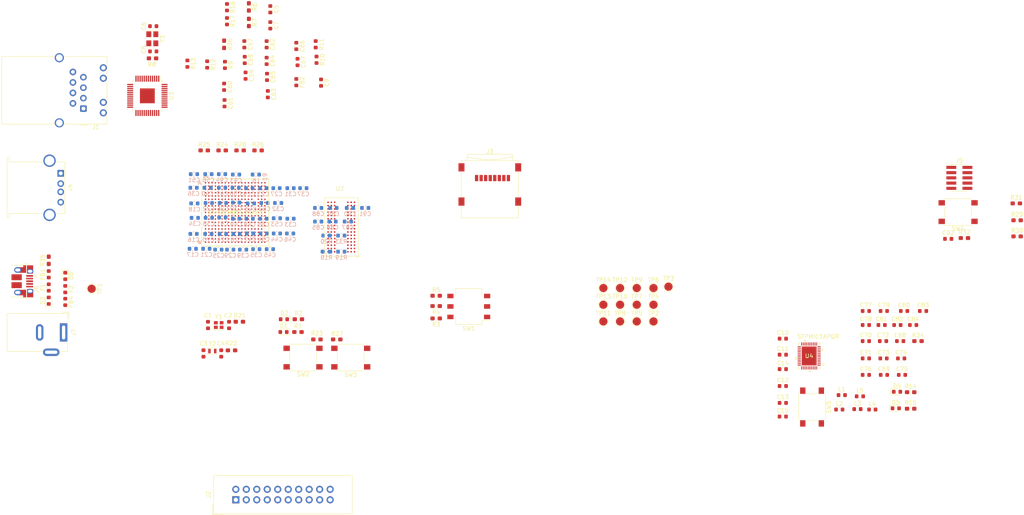
<source format=kicad_pcb>
(kicad_pcb (version 20171130) (host pcbnew 5.1.5+dfsg1-2build2)
  (layers (0 F.Cu signal) (1 In1.Cu power) (2 In2.Cu power) (31 B.Cu signal) (34 B.Paste user) (35 F.Paste user) (36 B.SilkS user) (37 F.SilkS user) (38 B.Mask user) (39 F.Mask user) (44 Edge.Cuts user))
  (net 0 "")
  (net 1 "Net-(U1-PadW10)")
  (net 2 "Net-(U1-PadW9)")
  (net 3 "Net-(U1-PadW7)")
  (net 4 "Net-(U1-PadW6)")
  (net 5 "Net-(U1-PadV17)")
  (net 6 "Net-(U1-PadV10)")
  (net 7 "Net-(U1-PadV7)")
  (net 8 "Net-(U1-PadV5)")
  (net 9 "Net-(U1-PadU16)")
  (net 10 "Net-(U1-PadU10)")
  (net 11 "Net-(U1-PadU9)")
  (net 12 "Net-(U1-PadU7)")
  (net 13 "Net-(U1-PadU1)")
  (net 14 "Net-(U1-PadT16)")
  (net 15 "Net-(U1-PadT14)")
  (net 16 "Net-(U1-PadT13)")
  (net 17 "Net-(U1-PadT11)")
  (net 18 "Net-(U1-PadT10)")
  (net 19 "Net-(U1-PadT7)")
  (net 20 "Net-(U1-PadT5)")
  (net 21 "Net-(U1-PadR1)")
  (net 22 "Net-(U1-PadP2)")
  (net 23 "Net-(U1-PadP1)")
  (net 24 "Net-(U1-PadN19)")
  (net 25 "Net-(U1-PadE1)")
  (net 26 "Net-(U1-PadD11)")
  (net 27 "Net-(U1-PadD10)")
  (net 28 "Net-(U1-PadD9)")
  (net 29 "Net-(U1-PadD3)")
  (net 30 "Net-(U1-PadC9)")
  (net 31 "Net-(U1-PadC7)")
  (net 32 "Net-(U1-PadC4)")
  (net 33 "Net-(U1-PadC2)")
  (net 34 "Net-(U1-PadC1)")
  (net 35 "Net-(U1-PadB16)")
  (net 36 "Net-(U1-PadB15)")
  (net 37 "Net-(U1-PadB14)")
  (net 38 "Net-(U1-PadB13)")
  (net 39 "Net-(U1-PadB12)")
  (net 40 "Net-(U1-PadB11)")
  (net 41 "Net-(U1-PadB8)")
  (net 42 "Net-(U1-PadB7)")
  (net 43 "Net-(U1-PadB1)")
  (net 44 "Net-(U1-PadA16)")
  (net 45 "Net-(U1-PadA15)")
  (net 46 "Net-(U1-PadA14)")
  (net 47 "Net-(U1-PadA13)")
  (net 48 "Net-(U1-PadA12)")
  (net 49 "Net-(U1-PadA9)")
  (net 50 "Net-(U1-PadA6)")
  (net 51 "Net-(U1-PadA5)")
  (net 52 "Net-(U1-PadA4)")
  (net 53 "Net-(U1-PadA3)")
  (net 54 "Net-(U2-PadT3)")
  (net 55 "Net-(U2-PadT7)")
  (net 56 "Net-(U2-PadJ9)")
  (net 57 "Net-(U2-PadL1)")
  (net 58 "Net-(U2-PadL9)")
  (net 59 "Net-(U2-PadM7)")
  (net 60 "Net-(U2-PadJ1)")
  (net 61 "Net-(U3-Pad27)")
  (net 62 GND)
  (net 63 "Net-(C2-Pad1)")
  (net 64 "Net-(C4-Pad1)")
  (net 65 "Net-(C8-Pad1)")
  (net 66 /PMIC/VDD_AUX)
  (net 67 "Net-(C14-Pad1)")
  (net 68 /MPU/LED1)
  (net 69 "Net-(D1-Pad1)")
  (net 70 /MPU/LED2)
  (net 71 "Net-(D2-Pad1)")
  (net 72 "Net-(D3-Pad2)")
  (net 73 "Net-(D4-Pad1)")
  (net 74 "Net-(D5-Pad1)")
  (net 75 "Net-(F1-Pad2)")
  (net 76 /Ethernet/LED_YELLOW)
  (net 77 /Ethernet/LED_GREEN)
  (net 78 /Ethernet/RD_N)
  (net 79 /Ethernet/RD_P)
  (net 80 /Ethernet/TD_N)
  (net 81 /Ethernet/TD_P)
  (net 82 /MPU/SD_D2)
  (net 83 /MPU/SD_D3)
  (net 84 /MPU/SD_CMD)
  (net 85 /MPU/SD_CK)
  (net 86 /MPU/SD_D0)
  (net 87 /MPU/SD_D1)
  (net 88 "Net-(J6-Pad4)")
  (net 89 "Net-(L1-Pad2)")
  (net 90 "Net-(L2-Pad2)")
  (net 91 "Net-(L3-Pad1)")
  (net 92 "Net-(L4-Pad1)")
  (net 93 /MPU/USB1_N)
  (net 94 /MPU/USB2_P)
  (net 95 /MPU/ETH1_RX_ER)
  (net 96 /MPU/ETH1_RXD0)
  (net 97 /MPU/ETH1_RXD2)
  (net 98 /MPU/ETH1_MDIO)
  (net 99 /MPU/USB1_P)
  (net 100 /MPU/USB2_N)
  (net 101 /MPU/ETH1_RXD1)
  (net 102 /MPU/ETH1_RXD3)
  (net 103 /MPU/ETH1_MDC)
  (net 104 /MPU/ETH1_TX_EN)
  (net 105 /MPU/ETH1_RX_CLK)
  (net 106 /MPU/ETH1_TXD0)
  (net 107 /MPU/I2C_SCL)
  (net 108 /MPU/ETH1_TXD1)
  (net 109 /MPU/ETH1_RX_DV)
  (net 110 /MPU/ETH1_TX_CLK)
  (net 111 /MPU/ETH1_TXD2)
  (net 112 /MPU/ETH1_TXD3)
  (net 113 /RAM/A12)
  (net 114 /RAM/A10)
  (net 115 /MPU/DAC1_OUT1)
  (net 116 /RAM/A11)
  (net 117 /RAM/A9)
  (net 118 /RAM/A8)
  (net 119 /MPU/DAC1_OUT2)
  (net 120 /RAM/A7)
  (net 121 /RAM/A6)
  (net 122 /RAM/A5)
  (net 123 /RAM/A4)
  (net 124 /RAM/A3)
  (net 125 /RAM/A2)
  (net 126 /RAM/A1)
  (net 127 /RAM/A0)
  (net 128 /RAM/BA2)
  (net 129 /MPU/ETH1_PHY_INTN)
  (net 130 /RAM/BA1)
  (net 131 /RAM/BA0)
  (net 132 /MPU/USART2_RX_TO_M4)
  (net 133 /MPU/USART2_TX_FROM_M4)
  (net 134 /MPU/USART1_TX_FROM_MPU)
  (net 135 /MPU/I2C_SDA)
  (net 136 /MPU/USART1_RX_TO_MPU)
  (net 137 /RAM/DQ0)
  (net 138 /RAM/DQ13)
  (net 139 /RAM/DQ15)
  (net 140 /RAM/DQ12)
  (net 141 /RAM/DQ6)
  (net 142 /RAM/DQ14)
  (net 143 /RAM/DQ8)
  (net 144 /RAM/DQ9)
  (net 145 /RAM/DQ1)
  (net 146 /RAM/DQ3)
  (net 147 /RAM/DQ10)
  (net 148 /RAM/DQ2)
  (net 149 /RAM/DQ4)
  (net 150 /RAM/DQ7)
  (net 151 /RAM/DQ5)
  (net 152 /RAM/DQ11)
  (net 153 /PMIC/PMIC_PWRCTRL)
  (net 154 /PMIC/VOUT_LDO1)
  (net 155 /PMIC/VOUT_LDO6)
  (net 156 /PMIC/VOUT_LDO5)
  (net 157 /PMIC/VOUT_LDO2)
  (net 158 /PMIC/VTT_DDR3)
  (net 159 /MPU/OSC_IN)
  (net 160 /MPU/OSC32_IN)
  (net 161 /VDD)
  (net 162 /Ethernet/X1)
  (net 163 /MPU_Power/PMIC_VDD_CORE)
  (net 164 /MPU_Power/VDDQ_DDR)
  (net 165 /PMIC/BUCK1IN)
  (net 166 /MPU_Power/VDDCORE)
  (net 167 /MPU_Power/VDDA1V1)
  (net 168 /MPU_Power/VDDA1V8)
  (net 169 /MPU_Power/VDDA)
  (net 170 /Ethernet/AVDD33)
  (net 171 /Ethernet/PFBIN1)
  (net 172 /MPU_Power/USB_3V3)
  (net 173 /RAM/PMIC_DDR_VREF)
  (net 174 /PMIC/SWOUT)
  (net 175 /RAM/VBUSOTG)
  (net 176 /RAM/NRST)
  (net 177 "Net-(D6-Pad2)")
  (net 178 "Net-(F2-Pad2)")
  (net 179 "Net-(FB1-Pad2)")
  (net 180 "Net-(FB4-Pad2)")
  (net 181 /MPU/GPIO5)
  (net 182 /MPU/GPIO6)
  (net 183 /MPU/ADC_IN1)
  (net 184 /MPU/GPIO7)
  (net 185 /MPU/GPIO8)
  (net 186 /MPU/I2C2_SDA)
  (net 187 /MPU/I2C2_SCL)
  (net 188 /MPU/GPIO4)
  (net 189 /MPU/GPIO3)
  (net 190 /MPU/GPIO2)
  (net 191 /MPU/GPIO1)
  (net 192 /MPU/VBUS_HOST)
  (net 193 "Net-(J5-Pad19)")
  (net 194 "Net-(J5-Pad17)")
  (net 195 /RAM/SWO)
  (net 196 "Net-(J5-Pad11)")
  (net 197 /RAM/SWDCLK)
  (net 198 /RAM/SWDIO)
  (net 199 "Net-(L5-Pad1)")
  (net 200 /MPU/BOOT2)
  (net 201 /MPU/BOOT1)
  (net 202 /MPU/BOOT0)
  (net 203 /Ethernet/LED_LINK)
  (net 204 /Ethernet/X2)
  (net 205 /Ethernet/R_BIAS)
  (net 206 /Ethernet/RESERVED_1)
  (net 207 /Ethernet/RESERVED_2)
  (net 208 /Ethernet/LED_ACT)
  (net 209 /RAM/RESET_N)
  (net 210 /RAM/DDR_ZQ)
  (net 211 /RAM/ST_ZQ)
  (net 212 /MPU/OSC_OUT)
  (net 213 /MPU/OSC32_OUT)
  (net 214 /MPU/BTN1_N)
  (net 215 /MPU/BTN2_N)
  (net 216 /RAM/USB_RREF)
  (net 217 "Net-(R36-Pad1)")
  (net 218 /PMIC/PONKEY_N)
  (net 219 /MPU/ETH_RESETN)
  (net 220 /RAM/UDQS_P)
  (net 221 /RAM/UDM)
  (net 222 /RAM/UDQS_N)
  (net 223 "Net-(U1-PadT12)")
  (net 224 /MPU/SPI1_MOSI)
  (net 225 /Ethernet/CRS)
  (net 226 /RAM/CKE)
  (net 227 /Ethernet/COL)
  (net 228 "Net-(U1-PadN18)")
  (net 229 /RAM/CK_P)
  (net 230 /RAM/RAS_N)
  (net 231 "Net-(U1-PadL16)")
  (net 232 /RAM/CK_N)
  (net 233 "Net-(U1-PadK18)")
  (net 234 /RAM/CAS_N)
  (net 235 /MPU/PMIC_INT_N)
  (net 236 "Net-(U1-PadJ19)")
  (net 237 /RAM/CS_N)
  (net 238 /RAM/WE_N)
  (net 239 /RAM/ODT)
  (net 240 "Net-(U1-PadF17)")
  (net 241 /MPU/PMIC_WAKEUP)
  (net 242 /RAM/LDQS_P)
  (net 243 /RAM/LDM)
  (net 244 /RAM/LDQS_N)
  (net 245 /MPU/SPI1_MISO)
  (net 246 /MPU/SPI1_SCK)
  (net 247 /PMIC/BSTOUT)
  (net 248 "Net-(J5-Pad8)")
  (net 249 "Net-(J5-Pad7)")
  (net 250 "Net-(U1-PadD13)")
  (net 251 "Net-(U1-PadD12)")
  (module Connector_USB:USB_A_Stewart_SS-52100-001_Horizontal (layer F.Cu) (at 47.5 112.5 270)
    (fp_text reference J4 (at 3.5 -2.26 90) (layer F.SilkS))
    (fp_text value USB_A)
    (pad 4 thru_hole circle (at 7 0 270) (size 1.6 1.6) (drill 0.92) (layers *.Cu *.Mask) (net 62 GND))
    (pad 3 thru_hole circle (at 4.5 0 270) (size 1.6 1.6) (drill 0.92) (layers *.Cu *.Mask) (net 99 /MPU/USB1_P))
    (pad 2 thru_hole circle (at 2.5 0 270) (size 1.6 1.6) (drill 0.92) (layers *.Cu *.Mask) (net 93 /MPU/USB1_N))
    (pad 1 thru_hole rect (at 0 0 270) (size 1.6 1.6) (drill 0.92) (layers *.Cu *.Mask) (net 192 /MPU/VBUS_HOST))
    (pad 5 thru_hole circle (at -3.07 2.71 270) (size 3 3) (drill 2.3) (layers *.Cu *.Mask) (net 62 GND))
    (pad 5 thru_hole circle (at 10.07 2.71 270) (size 3 3) (drill 2.3) (layers *.Cu *.Mask) (net 62 GND))
  )
  (module Crystal:Crystal_SMD_3225-4Pin_3.2x2.5mm (layer F.Cu) (at 69.7 79.856666 270)
    (fp_text reference Y3 (at 0 -2.45 90) (layer F.SilkS))
    (fp_text value 25MHz)
    (pad 4 smd rect (at -1.1 -0.85 270) (size 1.4 1.2) (layers F.Cu F.Paste F.Mask) (net 62 GND))
    (pad 3 smd rect (at 1.1 -0.85 270) (size 1.4 1.2) (layers F.Cu F.Paste F.Mask) (net 65 "Net-(C8-Pad1)"))
    (pad 2 smd rect (at 1.1 0.85 270) (size 1.4 1.2) (layers F.Cu F.Paste F.Mask) (net 62 GND))
    (pad 1 smd rect (at -1.1 0.85 270) (size 1.4 1.2) (layers F.Cu F.Paste F.Mask) (net 162 /Ethernet/X1))
  )
  (module Crystal:Crystal_SMD_2016-4Pin_2.0x1.6mm (layer F.Cu) (at 85.8 149.3)
    (fp_text reference Y1 (at 0 -2) (layer F.SilkS))
    (fp_text value 24MHz)
    (pad 4 smd rect (at -0.7 -0.55) (size 0.9 0.8) (layers F.Cu F.Paste F.Mask) (net 62 GND))
    (pad 3 smd rect (at 0.7 -0.55) (size 0.9 0.8) (layers F.Cu F.Paste F.Mask) (net 63 "Net-(C2-Pad1)"))
    (pad 2 smd rect (at 0.7 0.55) (size 0.9 0.8) (layers F.Cu F.Paste F.Mask) (net 62 GND))
    (pad 1 smd rect (at -0.7 0.55) (size 0.9 0.8) (layers F.Cu F.Paste F.Mask) (net 159 /MPU/OSC_IN))
  )
  (module Package_QFP:LQFP-48-1EP_7x7mm_P0.5mm_EP3.6x3.6mm (layer F.Cu) (at 68.5 93.7 270)
    (fp_text reference U3 (at 0 -5.85 90) (layer F.SilkS))
    (fp_text value DP83848C)
    (pad 49 smd rect (at 0 0 270) (size 3.6 3.6) (layers F.Cu F.Mask))
    (pad 48 smd roundrect (at -2.75 -4.1625 270) (size 0.3 1.475) (layers F.Cu F.Paste F.Mask) (net 161 /VDD))
    (pad 47 smd roundrect (at -2.25 -4.1625 270) (size 0.3 1.475) (layers F.Cu F.Paste F.Mask) (net 62 GND))
    (pad 46 smd roundrect (at -1.75 -4.1625 270) (size 0.3 1.475) (layers F.Cu F.Paste F.Mask) (net 102 /MPU/ETH1_RXD3))
    (pad 45 smd roundrect (at -1.25 -4.1625 270) (size 0.3 1.475) (layers F.Cu F.Paste F.Mask) (net 97 /MPU/ETH1_RXD2))
    (pad 44 smd roundrect (at -0.75 -4.1625 270) (size 0.3 1.475) (layers F.Cu F.Paste F.Mask) (net 101 /MPU/ETH1_RXD1))
    (pad 43 smd roundrect (at -0.25 -4.1625 270) (size 0.3 1.475) (layers F.Cu F.Paste F.Mask) (net 96 /MPU/ETH1_RXD0))
    (pad 42 smd roundrect (at 0.25 -4.1625 270) (size 0.3 1.475) (layers F.Cu F.Paste F.Mask) (net 227 /Ethernet/COL))
    (pad 41 smd roundrect (at 0.75 -4.1625 270) (size 0.3 1.475) (layers F.Cu F.Paste F.Mask) (net 95 /MPU/ETH1_RX_ER))
    (pad 40 smd roundrect (at 1.25 -4.1625 270) (size 0.3 1.475) (layers F.Cu F.Paste F.Mask) (net 225 /Ethernet/CRS))
    (pad 39 smd roundrect (at 1.75 -4.1625 270) (size 0.3 1.475) (layers F.Cu F.Paste F.Mask) (net 109 /MPU/ETH1_RX_DV))
    (pad 38 smd roundrect (at 2.25 -4.1625 270) (size 0.3 1.475) (layers F.Cu F.Paste F.Mask) (net 105 /MPU/ETH1_RX_CLK))
    (pad 37 smd roundrect (at 2.75 -4.1625 270) (size 0.3 1.475) (layers F.Cu F.Paste F.Mask) (net 171 /Ethernet/PFBIN1))
    (pad 36 smd roundrect (at 4.1625 -2.75 270) (size 1.475 0.3) (layers F.Cu F.Paste F.Mask) (net 62 GND))
    (pad 35 smd roundrect (at 4.1625 -2.25 270) (size 1.475 0.3) (layers F.Cu F.Paste F.Mask) (net 62 GND))
    (pad 34 smd roundrect (at 4.1625 -1.75 270) (size 1.475 0.3) (layers F.Cu F.Paste F.Mask) (net 162 /Ethernet/X1))
    (pad 33 smd roundrect (at 4.1625 -1.25 270) (size 1.475 0.3) (layers F.Cu F.Paste F.Mask) (net 204 /Ethernet/X2))
    (pad 32 smd roundrect (at 4.1625 -0.75 270) (size 1.475 0.3) (layers F.Cu F.Paste F.Mask) (net 161 /VDD))
    (pad 31 smd roundrect (at 4.1625 -0.25 270) (size 1.475 0.3) (layers F.Cu F.Paste F.Mask) (net 103 /MPU/ETH1_MDC))
    (pad 30 smd roundrect (at 4.1625 0.25 270) (size 1.475 0.3) (layers F.Cu F.Paste F.Mask) (net 98 /MPU/ETH1_MDIO))
    (pad 29 smd roundrect (at 4.1625 0.75 270) (size 1.475 0.3) (layers F.Cu F.Paste F.Mask) (net 219 /MPU/ETH_RESETN))
    (pad 28 smd roundrect (at 4.1625 1.25 270) (size 1.475 0.3) (layers F.Cu F.Paste F.Mask) (net 203 /Ethernet/LED_LINK))
    (pad 27 smd roundrect (at 4.1625 1.75 270) (size 1.475 0.3) (layers F.Cu F.Paste F.Mask) (net 61 "Net-(U3-Pad27)"))
    (pad 26 smd roundrect (at 4.1625 2.25 270) (size 1.475 0.3) (layers F.Cu F.Paste F.Mask) (net 208 /Ethernet/LED_ACT))
    (pad 25 smd roundrect (at 4.1625 2.75 270) (size 1.475 0.3) (layers F.Cu F.Paste F.Mask) (net 217 "Net-(R36-Pad1)"))
    (pad 24 smd roundrect (at 2.75 4.1625 270) (size 0.3 1.475) (layers F.Cu F.Paste F.Mask) (net 205 /Ethernet/R_BIAS))
    (pad 23 smd roundrect (at 2.25 4.1625 270) (size 0.3 1.475) (layers F.Cu F.Paste F.Mask) (net 171 /Ethernet/PFBIN1))
    (pad 22 smd roundrect (at 1.75 4.1625 270) (size 0.3 1.475) (layers F.Cu F.Paste F.Mask) (net 170 /Ethernet/AVDD33))
    (pad 21 smd roundrect (at 1.25 4.1625 270) (size 0.3 1.475) (layers F.Cu F.Paste F.Mask) (net 207 /Ethernet/RESERVED_2))
    (pad 20 smd roundrect (at 0.75 4.1625 270) (size 0.3 1.475) (layers F.Cu F.Paste F.Mask) (net 206 /Ethernet/RESERVED_1))
    (pad 19 smd roundrect (at 0.25 4.1625 270) (size 0.3 1.475) (layers F.Cu F.Paste F.Mask) (net 62 GND))
    (pad 18 smd roundrect (at -0.25 4.1625 270) (size 0.3 1.475) (layers F.Cu F.Paste F.Mask) (net 171 /Ethernet/PFBIN1))
    (pad 17 smd roundrect (at -0.75 4.1625 270) (size 0.3 1.475) (layers F.Cu F.Paste F.Mask) (net 81 /Ethernet/TD_P))
    (pad 16 smd roundrect (at -1.25 4.1625 270) (size 0.3 1.475) (layers F.Cu F.Paste F.Mask) (net 80 /Ethernet/TD_N))
    (pad 15 smd roundrect (at -1.75 4.1625 270) (size 0.3 1.475) (layers F.Cu F.Paste F.Mask) (net 62 GND))
    (pad 14 smd roundrect (at -2.25 4.1625 270) (size 0.3 1.475) (layers F.Cu F.Paste F.Mask) (net 79 /Ethernet/RD_P))
    (pad 13 smd roundrect (at -2.75 4.1625 270) (size 0.3 1.475) (layers F.Cu F.Paste F.Mask) (net 78 /Ethernet/RD_N))
    (pad 12 smd roundrect (at -4.1625 2.75 270) (size 1.475 0.3) (layers F.Cu F.Paste F.Mask))
    (pad 11 smd roundrect (at -4.1625 2.25 270) (size 1.475 0.3) (layers F.Cu F.Paste F.Mask))
    (pad 10 smd roundrect (at -4.1625 1.75 270) (size 1.475 0.3) (layers F.Cu F.Paste F.Mask))
    (pad 9 smd roundrect (at -4.1625 1.25 270) (size 1.475 0.3) (layers F.Cu F.Paste F.Mask))
    (pad 8 smd roundrect (at -4.1625 0.75 270) (size 1.475 0.3) (layers F.Cu F.Paste F.Mask))
    (pad 7 smd roundrect (at -4.1625 0.25 270) (size 1.475 0.3) (layers F.Cu F.Paste F.Mask) (net 129 /MPU/ETH1_PHY_INTN))
    (pad 6 smd roundrect (at -4.1625 -0.25 270) (size 1.475 0.3) (layers F.Cu F.Paste F.Mask) (net 112 /MPU/ETH1_TXD3))
    (pad 5 smd roundrect (at -4.1625 -0.75 270) (size 1.475 0.3) (layers F.Cu F.Paste F.Mask) (net 111 /MPU/ETH1_TXD2))
    (pad 4 smd roundrect (at -4.1625 -1.25 270) (size 1.475 0.3) (layers F.Cu F.Paste F.Mask) (net 108 /MPU/ETH1_TXD1))
    (pad 3 smd roundrect (at -4.1625 -1.75 270) (size 1.475 0.3) (layers F.Cu F.Paste F.Mask) (net 106 /MPU/ETH1_TXD0))
    (pad 2 smd roundrect (at -4.1625 -2.25 270) (size 1.475 0.3) (layers F.Cu F.Paste F.Mask) (net 104 /MPU/ETH1_TX_EN))
    (pad 1 smd roundrect (at -4.1625 -2.75 270) (size 1.475 0.3) (layers F.Cu F.Paste F.Mask) (net 110 /MPU/ETH1_TX_CLK))
  )
  (module Resistor_SMD:R_0603_1608Metric_Pad1.05x0.95mm_HandSolder (layer F.Cu) (at 253.5 169.6)
    (fp_text reference R15 (at 0 -1.43) (layer F.SilkS))
    (fp_text value 470)
    (pad 2 smd roundrect (at 0.875 0) (size 1.05 0.95) (layers F.Cu F.Paste F.Mask) (net 62 GND))
    (pad 1 smd roundrect (at -0.875 0) (size 1.05 0.95) (layers F.Cu F.Paste F.Mask) (net 74 "Net-(D5-Pad1)"))
  )
  (module Resistor_SMD:R_0603_1608Metric_Pad1.05x0.95mm_HandSolder (layer F.Cu) (at 253.5 165.6)
    (fp_text reference R14 (at 0 -1.43) (layer F.SilkS))
    (fp_text value 470)
    (pad 2 smd roundrect (at 0.875 0) (size 1.05 0.95) (layers F.Cu F.Paste F.Mask) (net 62 GND))
    (pad 1 smd roundrect (at -0.875 0) (size 1.05 0.95) (layers F.Cu F.Paste F.Mask) (net 73 "Net-(D4-Pad1)"))
  )
  (module Resistor_SMD:R_0603_1608Metric_Pad1.05x0.95mm_HandSolder (layer F.Cu) (at 69.75 84.6)
    (fp_text reference R8 (at -0.15 1.5) (layer F.SilkS))
    (fp_text value 0)
    (pad 2 smd roundrect (at 0.875 0) (size 1.05 0.95) (layers F.Cu F.Paste F.Mask) (net 65 "Net-(C8-Pad1)"))
    (pad 1 smd roundrect (at -0.875 0) (size 1.05 0.95) (layers F.Cu F.Paste F.Mask) (net 204 /Ethernet/X2))
  )
  (module Resistor_SMD:R_0603_1608Metric_Pad1.05x0.95mm_HandSolder (layer F.Cu) (at 138.5 142.2)
    (fp_text reference R5 (at 0 -1.43) (layer F.SilkS))
    (fp_text value 10k)
    (pad 2 smd roundrect (at 0.875 0) (size 1.05 0.95) (layers F.Cu F.Paste F.Mask) (net 202 /MPU/BOOT0))
    (pad 1 smd roundrect (at -0.875 0) (size 1.05 0.95) (layers F.Cu F.Paste F.Mask) (net 62 GND))
  )
  (module Resistor_SMD:R_0603_1608Metric_Pad1.05x0.95mm_HandSolder (layer F.Cu) (at 138.5 144.7 180)
    (fp_text reference R4 (at 0 -1.43) (layer F.SilkS))
    (fp_text value 10k)
    (pad 2 smd roundrect (at 0.875 0 180) (size 1.05 0.95) (layers F.Cu F.Paste F.Mask) (net 62 GND))
    (pad 1 smd roundrect (at -0.875 0 180) (size 1.05 0.95) (layers F.Cu F.Paste F.Mask) (net 201 /MPU/BOOT1))
  )
  (module Resistor_SMD:R_0603_1608Metric_Pad1.05x0.95mm_HandSolder (layer F.Cu) (at 138.5 147.7 180)
    (fp_text reference R3 (at 0 -1.43) (layer F.SilkS))
    (fp_text value 10k)
    (pad 2 smd roundrect (at 0.875 0 180) (size 1.05 0.95) (layers F.Cu F.Paste F.Mask) (net 62 GND))
    (pad 1 smd roundrect (at -0.875 0 180) (size 1.05 0.95) (layers F.Cu F.Paste F.Mask) (net 200 /MPU/BOOT2))
  )
  (module Resistor_SMD:R_0603_1608Metric_Pad1.05x0.95mm_HandSolder (layer F.Cu) (at 105.1 147.9)
    (fp_text reference R2 (at 0 -1.43) (layer F.SilkS))
    (fp_text value 470)
    (pad 2 smd roundrect (at 0.875 0) (size 1.05 0.95) (layers F.Cu F.Paste F.Mask) (net 62 GND))
    (pad 1 smd roundrect (at -0.875 0) (size 1.05 0.95) (layers F.Cu F.Paste F.Mask) (net 71 "Net-(D2-Pad1)"))
  )
  (module Resistor_SMD:R_0603_1608Metric_Pad1.05x0.95mm_HandSolder (layer F.Cu) (at 105 151)
    (fp_text reference R1 (at 0 -1.43) (layer F.SilkS))
    (fp_text value 470)
    (pad 2 smd roundrect (at 0.875 0) (size 1.05 0.95) (layers F.Cu F.Paste F.Mask) (net 62 GND))
    (pad 1 smd roundrect (at -0.875 0) (size 1.05 0.95) (layers F.Cu F.Paste F.Mask) (net 69 "Net-(D1-Pad1)"))
  )
  (module Connector_BarrelJack:BarrelJack_Wuerth_6941xx301002 (layer F.Cu) (at 48.2 151.1 270)
    (fp_text reference J7 (at 0 -2.5 90) (layer F.SilkS))
    (fp_text value Barrel_Jack_Switch)
    (pad 1 thru_hole rect (at 0 0 270) (size 4.4 1.8) (drill oval 3.4 0.8) (layers *.Cu *.Mask) (net 180 "Net-(FB4-Pad2)"))
    (pad 2 thru_hole oval (at 0 5.8 270) (size 4 1.8) (drill oval 3 0.8) (layers *.Cu *.Mask) (net 62 GND))
    (pad 3 thru_hole oval (at 4.8 3) (size 4 1.8) (drill oval 3 0.8) (layers *.Cu *.Mask) (net 62 GND))
  )
  (module Connector_PinHeader_1.27mm:PinHeader_2x05_P1.27mm_Vertical_SMD (layer F.Cu) (at 265.3 113.6)
    (fp_text reference J5 (at 0 -4.235) (layer F.SilkS))
    (fp_text value Conn_ARM_JTAG_SWD_10)
    (pad 10 smd rect (at 1.95 2.54) (size 2.4 0.74) (layers F.Cu F.Paste F.Mask) (net 176 /RAM/NRST))
    (pad 9 smd rect (at -1.95 2.54) (size 2.4 0.74) (layers F.Cu F.Paste F.Mask) (net 62 GND))
    (pad 8 smd rect (at 1.95 1.27) (size 2.4 0.74) (layers F.Cu F.Paste F.Mask) (net 248 "Net-(J5-Pad8)"))
    (pad 7 smd rect (at -1.95 1.27) (size 2.4 0.74) (layers F.Cu F.Paste F.Mask) (net 249 "Net-(J5-Pad7)"))
    (pad 6 smd rect (at 1.95 0) (size 2.4 0.74) (layers F.Cu F.Paste F.Mask) (net 195 /RAM/SWO))
    (pad 5 smd rect (at -1.95 0) (size 2.4 0.74) (layers F.Cu F.Paste F.Mask) (net 62 GND))
    (pad 4 smd rect (at 1.95 -1.27) (size 2.4 0.74) (layers F.Cu F.Paste F.Mask) (net 197 /RAM/SWDCLK))
    (pad 3 smd rect (at -1.95 -1.27) (size 2.4 0.74) (layers F.Cu F.Paste F.Mask) (net 62 GND))
    (pad 2 smd rect (at 1.95 -2.54) (size 2.4 0.74) (layers F.Cu F.Paste F.Mask) (net 198 /RAM/SWDIO))
    (pad 1 smd rect (at -1.95 -2.54) (size 2.4 0.74) (layers F.Cu F.Paste F.Mask) (net 161 /VDD))
  )
  (module Crystal:Crystal_SMD_TXC_9HT11-2Pin_2.0x1.2mm (layer F.Cu) (at 84.25 155.62)
    (fp_text reference Y2 (at 0 -1.8) (layer F.SilkS))
    (fp_text value 32.768KHz)
    (pad 2 smd rect (at 0.7 0) (size 0.6 1.1) (layers F.Cu F.Paste F.Mask) (net 64 "Net-(C4-Pad1)"))
    (pad 1 smd rect (at -0.7 0) (size 0.6 1.1) (layers F.Cu F.Paste F.Mask) (net 160 /MPU/OSC32_IN))
  )
  (module TestPoint:TestPoint_Pad_D2.0mm (layer F.Cu) (at 179.02 140.33)
    (fp_text reference TP14 (at 0 -1.998) (layer F.SilkS))
    (fp_text value TestPoint)
    (pad 1 smd circle (at 0 0) (size 2 2) (layers F.Cu F.Mask) (net 62 GND))
  )
  (module TestPoint:TestPoint_Pad_D2.0mm (layer F.Cu) (at 179.02 144.38)
    (fp_text reference TP13 (at 0 -1.998) (layer F.SilkS))
    (fp_text value TestPoint)
    (pad 1 smd circle (at 0 0) (size 2 2) (layers F.Cu F.Mask) (net 161 /VDD))
  )
  (module TestPoint:TestPoint_Pad_D2.0mm (layer F.Cu) (at 183.07 140.33)
    (fp_text reference TP12 (at 0 -1.998) (layer F.SilkS))
    (fp_text value TestPoint)
    (pad 1 smd circle (at 0 0) (size 2 2) (layers F.Cu F.Mask) (net 164 /MPU_Power/VDDQ_DDR))
  )
  (module TestPoint:TestPoint_Pad_D2.0mm (layer F.Cu) (at 179.02 148.43)
    (fp_text reference TP11 (at 0 -1.998) (layer F.SilkS))
    (fp_text value TestPoint)
    (pad 1 smd circle (at 0 0) (size 2 2) (layers F.Cu F.Mask) (net 173 /RAM/PMIC_DDR_VREF))
  )
  (module TestPoint:TestPoint_Pad_D2.0mm (layer F.Cu) (at 183.07 144.38)
    (fp_text reference TP10 (at 0 -1.998) (layer F.SilkS))
    (fp_text value TestPoint)
    (pad 1 smd circle (at 0 0) (size 2 2) (layers F.Cu F.Mask) (net 163 /MPU_Power/PMIC_VDD_CORE))
  )
  (module TestPoint:TestPoint_Pad_D2.0mm (layer F.Cu) (at 187.12 140.33)
    (fp_text reference TP9 (at 0 -1.998) (layer F.SilkS))
    (fp_text value TestPoint)
    (pad 1 smd circle (at 0 0) (size 2 2) (layers F.Cu F.Mask) (net 172 /MPU_Power/USB_3V3))
  )
  (module TestPoint:TestPoint_Pad_D2.0mm (layer F.Cu) (at 183.07 148.43)
    (fp_text reference TP8 (at 0 -1.998) (layer F.SilkS))
    (fp_text value TestPoint)
    (pad 1 smd circle (at 0 0) (size 2 2) (layers F.Cu F.Mask) (net 155 /PMIC/VOUT_LDO6))
  )
  (module TestPoint:TestPoint_Pad_D2.0mm (layer F.Cu) (at 187.12 144.38)
    (fp_text reference TP7 (at 0 -1.998) (layer F.SilkS))
    (fp_text value TestPoint)
    (pad 1 smd circle (at 0 0) (size 2 2) (layers F.Cu F.Mask) (net 156 /PMIC/VOUT_LDO5))
  )
  (module TestPoint:TestPoint_Pad_D2.0mm (layer F.Cu) (at 191.17 140.33)
    (fp_text reference TP6 (at 0 -1.998) (layer F.SilkS))
    (fp_text value TestPoint)
    (pad 1 smd circle (at 0 0) (size 2 2) (layers F.Cu F.Mask) (net 157 /PMIC/VOUT_LDO2))
  )
  (module TestPoint:TestPoint_Pad_D2.0mm (layer F.Cu) (at 187.12 148.43)
    (fp_text reference TP5 (at 0 -1.998) (layer F.SilkS))
    (fp_text value TestPoint)
    (pad 1 smd circle (at 0 0) (size 2 2) (layers F.Cu F.Mask) (net 154 /PMIC/VOUT_LDO1))
  )
  (module TestPoint:TestPoint_Pad_D2.0mm (layer F.Cu) (at 191.17 144.38)
    (fp_text reference TP4 (at 0 -1.998) (layer F.SilkS))
    (fp_text value TestPoint)
    (pad 1 smd circle (at 0 0) (size 2 2) (layers F.Cu F.Mask) (net 66 /PMIC/VDD_AUX))
  )
  (module TestPoint:TestPoint_Pad_D2.0mm (layer F.Cu) (at 194.8 140)
    (fp_text reference TP3 (at 0 -1.998) (layer F.SilkS))
    (fp_text value TestPoint)
    (pad 1 smd circle (at 0 0) (size 2 2) (layers F.Cu F.Mask) (net 167 /MPU_Power/VDDA1V1))
  )
  (module TestPoint:TestPoint_Pad_D2.0mm (layer F.Cu) (at 191.17 148.43)
    (fp_text reference TP2 (at 0 -1.998) (layer F.SilkS))
    (fp_text value TestPoint)
    (pad 1 smd circle (at 0 0) (size 2 2) (layers F.Cu F.Mask) (net 168 /MPU_Power/VDDA1V8))
  )
  (module TestPoint:TestPoint_Pad_D2.0mm (layer F.Cu) (at 55 140.5 270)
    (fp_text reference TP1 (at 0 -1.998 90) (layer F.SilkS))
    (fp_text value TestPoint)
    (pad 1 smd circle (at 0 0 270) (size 2 2) (layers F.Cu F.Mask) (net 165 /PMIC/BUCK1IN))
  )
  (module Button_Switch_SMD:SW_Push_1P1T_NO_6x6mm_H9.5mm (layer F.Cu) (at 229.6 169.2 270)
    (fp_text reference SW5 (at 0 -4.05 90) (layer F.SilkS))
    (fp_text value SW_Push)
    (pad 2 smd rect (at 3.975 2.25 270) (size 1.55 1.3) (layers F.Cu F.Paste F.Mask) (net 62 GND))
    (pad 1 smd rect (at 3.975 -2.25 270) (size 1.55 1.3) (layers F.Cu F.Paste F.Mask) (net 218 /PMIC/PONKEY_N))
    (pad 1 smd rect (at -3.975 -2.25 270) (size 1.55 1.3) (layers F.Cu F.Paste F.Mask) (net 218 /PMIC/PONKEY_N))
    (pad 2 smd rect (at -3.975 2.25 270) (size 1.55 1.3) (layers F.Cu F.Paste F.Mask) (net 62 GND))
  )
  (module Button_Switch_SMD:SW_Push_1P1T_NO_6x6mm_H9.5mm (layer F.Cu) (at 265 121.9 180)
    (fp_text reference SW4 (at 0 -4.05) (layer F.SilkS))
    (fp_text value SW_Push)
    (pad 2 smd rect (at 3.975 2.25 180) (size 1.55 1.3) (layers F.Cu F.Paste F.Mask) (net 62 GND))
    (pad 1 smd rect (at 3.975 -2.25 180) (size 1.55 1.3) (layers F.Cu F.Paste F.Mask) (net 176 /RAM/NRST))
    (pad 1 smd rect (at -3.975 -2.25 180) (size 1.55 1.3) (layers F.Cu F.Paste F.Mask) (net 176 /RAM/NRST))
    (pad 2 smd rect (at -3.975 2.25 180) (size 1.55 1.3) (layers F.Cu F.Paste F.Mask) (net 62 GND))
  )
  (module Button_Switch_SMD:SW_Push_1P1T_NO_6x6mm_H9.5mm (layer F.Cu) (at 117.8 157.2)
    (fp_text reference SW3 (at 0 4.2) (layer F.SilkS))
    (fp_text value SW_Push)
    (pad 2 smd rect (at 3.975 2.25) (size 1.55 1.3) (layers F.Cu F.Paste F.Mask) (net 62 GND))
    (pad 1 smd rect (at 3.975 -2.25) (size 1.55 1.3) (layers F.Cu F.Paste F.Mask) (net 215 /MPU/BTN2_N))
    (pad 1 smd rect (at -3.975 -2.25) (size 1.55 1.3) (layers F.Cu F.Paste F.Mask) (net 215 /MPU/BTN2_N))
    (pad 2 smd rect (at -3.975 2.25) (size 1.55 1.3) (layers F.Cu F.Paste F.Mask) (net 62 GND))
  )
  (module Button_Switch_SMD:SW_Push_1P1T_NO_6x6mm_H9.5mm (layer F.Cu) (at 106.23 157.195 180)
    (fp_text reference SW2 (at 0 -4.05) (layer F.SilkS))
    (fp_text value SW_Push)
    (pad 2 smd rect (at 3.975 2.25 180) (size 1.55 1.3) (layers F.Cu F.Paste F.Mask) (net 214 /MPU/BTN1_N))
    (pad 1 smd rect (at 3.975 -2.25 180) (size 1.55 1.3) (layers F.Cu F.Paste F.Mask) (net 62 GND))
    (pad 1 smd rect (at -3.975 -2.25 180) (size 1.55 1.3) (layers F.Cu F.Paste F.Mask) (net 62 GND))
    (pad 2 smd rect (at -3.975 2.25 180) (size 1.55 1.3) (layers F.Cu F.Paste F.Mask) (net 214 /MPU/BTN1_N))
  )
  (module Resistor_SMD:R_0603_1608Metric_Pad1.05x0.95mm_HandSolder (layer F.Cu) (at 87.1 81.2 270)
    (fp_text reference R36 (at 0 -1.43 90) (layer F.SilkS))
    (fp_text value DNP)
    (pad 2 smd roundrect (at 0.875 0 270) (size 1.05 0.95) (layers F.Cu F.Paste F.Mask) (net 62 GND))
    (pad 1 smd roundrect (at -0.875 0 270) (size 1.05 0.95) (layers F.Cu F.Paste F.Mask) (net 217 "Net-(R36-Pad1)"))
  )
  (module Resistor_SMD:R_0603_1608Metric_Pad1.05x0.95mm_HandSolder (layer F.Cu) (at 44.6 133.6 270)
    (fp_text reference R35 (at 0 1.5 90) (layer F.SilkS))
    (fp_text value 0)
    (pad 2 smd roundrect (at 0.875 0 270) (size 1.05 0.95) (layers F.Cu F.Paste F.Mask) (net 179 "Net-(FB1-Pad2)"))
    (pad 1 smd roundrect (at -0.875 0 270) (size 1.05 0.95) (layers F.Cu F.Paste F.Mask) (net 175 /RAM/VBUSOTG))
  )
  (module Resistor_SMD:R_0603_1608Metric_Pad1.05x0.95mm_HandSolder (layer F.Cu) (at 255.275 153.2)
    (fp_text reference R34 (at 0 -1.43) (layer F.SilkS))
    (fp_text value 0)
    (pad 2 smd roundrect (at 0.875 0) (size 1.05 0.95) (layers F.Cu F.Paste F.Mask) (net 174 /PMIC/SWOUT))
    (pad 1 smd roundrect (at -0.875 0) (size 1.05 0.95) (layers F.Cu F.Paste F.Mask) (net 192 /MPU/VBUS_HOST))
  )
  (module Resistor_SMD:R_0603_1608Metric (layer B.Cu) (at 115.5 127.6)
    (fp_text reference R33 (at 0 1.43) (layer B.SilkS) (effects (justify mirror)))
    (fp_text value 3K)
    (pad 2 smd roundrect (at 0.7875 0) (size 0.875 0.95) (layers B.Cu B.Paste B.Mask) (net 62 GND))
    (pad 1 smd roundrect (at -0.7875 0) (size 0.875 0.95) (layers B.Cu B.Paste B.Mask) (net 216 /RAM/USB_RREF))
  )
  (module Resistor_SMD:R_0603_1608Metric_Pad1.05x0.95mm_HandSolder (layer F.Cu) (at 266.525 128.2)
    (fp_text reference R32 (at 0 -1.43) (layer F.SilkS))
    (fp_text value 10k)
    (pad 2 smd roundrect (at 0.875 0) (size 1.05 0.95) (layers F.Cu F.Paste F.Mask) (net 176 /RAM/NRST))
    (pad 1 smd roundrect (at -0.875 0) (size 1.05 0.95) (layers F.Cu F.Paste F.Mask) (net 161 /VDD))
  )
  (module Resistor_SMD:R_0603_1608Metric_Pad1.05x0.95mm_HandSolder (layer F.Cu) (at 279.1 119.8)
    (fp_text reference R31 (at 0 -1.43) (layer F.SilkS))
    (fp_text value 10K)
    (pad 2 smd roundrect (at 0.875 0) (size 1.05 0.95) (layers F.Cu F.Paste F.Mask) (net 62 GND))
    (pad 1 smd roundrect (at -0.875 0) (size 1.05 0.95) (layers F.Cu F.Paste F.Mask) (net 196 "Net-(J5-Pad11)"))
  )
  (module Resistor_SMD:R_0603_1608Metric_Pad1.05x0.95mm_HandSolder (layer F.Cu) (at 279.3 127.8)
    (fp_text reference R30 (at 0 -1.43) (layer F.SilkS))
    (fp_text value 10K)
    (pad 2 smd roundrect (at 0.875 0) (size 1.05 0.95) (layers F.Cu F.Paste F.Mask) (net 62 GND))
    (pad 1 smd roundrect (at -0.875 0) (size 1.05 0.95) (layers F.Cu F.Paste F.Mask) (net 193 "Net-(J5-Pad19)"))
  )
  (module Resistor_SMD:R_0603_1608Metric_Pad1.05x0.95mm_HandSolder (layer F.Cu) (at 279.3 123.9)
    (fp_text reference R29 (at 0 -1.43) (layer F.SilkS))
    (fp_text value 10k)
    (pad 2 smd roundrect (at 0.875 0) (size 1.05 0.95) (layers F.Cu F.Paste F.Mask) (net 62 GND))
    (pad 1 smd roundrect (at -0.875 0) (size 1.05 0.95) (layers F.Cu F.Paste F.Mask) (net 194 "Net-(J5-Pad17)"))
  )
  (module Resistor_SMD:R_0603_1608Metric_Pad1.05x0.95mm_HandSolder (layer F.Cu) (at 90.98 106.94)
    (fp_text reference R28 (at 0 -1.43) (layer F.SilkS))
    (fp_text value 4.7k)
    (pad 2 smd roundrect (at 0.875 0) (size 1.05 0.95) (layers F.Cu F.Paste F.Mask) (net 186 /MPU/I2C2_SDA))
    (pad 1 smd roundrect (at -0.875 0) (size 1.05 0.95) (layers F.Cu F.Paste F.Mask) (net 161 /VDD))
  )
  (module Resistor_SMD:R_0603_1608Metric_Pad1.05x0.95mm_HandSolder (layer F.Cu) (at 114.4 152.8 180)
    (fp_text reference R27 (at -0.1 1.4) (layer F.SilkS))
    (fp_text value 10k)
    (pad 2 smd roundrect (at 0.875 0 180) (size 1.05 0.95) (layers F.Cu F.Paste F.Mask) (net 215 /MPU/BTN2_N))
    (pad 1 smd roundrect (at -0.875 0 180) (size 1.05 0.95) (layers F.Cu F.Paste F.Mask) (net 161 /VDD))
  )
  (module Resistor_SMD:R_0603_1608Metric_Pad1.05x0.95mm_HandSolder (layer F.Cu) (at 95.33 106.94)
    (fp_text reference R26 (at 0 -1.43) (layer F.SilkS))
    (fp_text value 4.7k)
    (pad 2 smd roundrect (at 0.875 0) (size 1.05 0.95) (layers F.Cu F.Paste F.Mask) (net 187 /MPU/I2C2_SCL))
    (pad 1 smd roundrect (at -0.875 0) (size 1.05 0.95) (layers F.Cu F.Paste F.Mask) (net 161 /VDD))
  )
  (module Resistor_SMD:R_0603_1608Metric_Pad1.05x0.95mm_HandSolder (layer F.Cu) (at 82.28 106.94)
    (fp_text reference R25 (at 0 -1.43) (layer F.SilkS))
    (fp_text value 4.7k)
    (pad 2 smd roundrect (at 0.875 0) (size 1.05 0.95) (layers F.Cu F.Paste F.Mask) (net 135 /MPU/I2C_SDA))
    (pad 1 smd roundrect (at -0.875 0) (size 1.05 0.95) (layers F.Cu F.Paste F.Mask) (net 161 /VDD))
  )
  (module Resistor_SMD:R_0603_1608Metric_Pad1.05x0.95mm_HandSolder (layer F.Cu) (at 86.63 106.94)
    (fp_text reference R24 (at 0 -1.43) (layer F.SilkS))
    (fp_text value 4.7k)
    (pad 2 smd roundrect (at 0.875 0) (size 1.05 0.95) (layers F.Cu F.Paste F.Mask) (net 107 /MPU/I2C_SCL))
    (pad 1 smd roundrect (at -0.875 0) (size 1.05 0.95) (layers F.Cu F.Paste F.Mask) (net 161 /VDD))
  )
  (module Resistor_SMD:R_0603_1608Metric_Pad1.05x0.95mm_HandSolder (layer F.Cu) (at 109.6 152.8)
    (fp_text reference R23 (at 0 -1.5) (layer F.SilkS))
    (fp_text value 10k)
    (pad 2 smd roundrect (at 0.875 0) (size 1.05 0.95) (layers F.Cu F.Paste F.Mask) (net 214 /MPU/BTN1_N))
    (pad 1 smd roundrect (at -0.875 0) (size 1.05 0.95) (layers F.Cu F.Paste F.Mask) (net 161 /VDD))
  )
  (module Resistor_SMD:R_0603_1608Metric_Pad1.05x0.95mm_HandSolder (layer F.Cu) (at 88.9 155.45 180)
    (fp_text reference R22 (at 0.1 1.75) (layer F.SilkS))
    (fp_text value 0)
    (pad 2 smd roundrect (at 0.875 0 180) (size 1.05 0.95) (layers F.Cu F.Paste F.Mask) (net 64 "Net-(C4-Pad1)"))
    (pad 1 smd roundrect (at -0.875 0 180) (size 1.05 0.95) (layers F.Cu F.Paste F.Mask) (net 213 /MPU/OSC32_OUT))
  )
  (module Resistor_SMD:R_0603_1608Metric_Pad1.05x0.95mm_HandSolder (layer F.Cu) (at 90.8 148.5 180)
    (fp_text reference R21 (at -0.1 1.5) (layer F.SilkS))
    (fp_text value 0)
    (pad 2 smd roundrect (at 0.875 0 180) (size 1.05 0.95) (layers F.Cu F.Paste F.Mask) (net 63 "Net-(C2-Pad1)"))
    (pad 1 smd roundrect (at -0.875 0 180) (size 1.05 0.95) (layers F.Cu F.Paste F.Mask) (net 212 /MPU/OSC_OUT))
  )
  (module Resistor_SMD:R_0603_1608Metric (layer B.Cu) (at 111.9 127.6)
    (fp_text reference R20 (at 0 1.43) (layer B.SilkS) (effects (justify mirror)))
    (fp_text value 240)
    (pad 2 smd roundrect (at 0.7875 0) (size 0.875 0.95) (layers B.Cu B.Paste B.Mask) (net 62 GND))
    (pad 1 smd roundrect (at -0.7875 0) (size 0.875 0.95) (layers B.Cu B.Paste B.Mask) (net 211 /RAM/ST_ZQ))
  )
  (module Resistor_SMD:R_0603_1608Metric (layer B.Cu) (at 115.5 131.5)
    (fp_text reference R19 (at 0 1.43) (layer B.SilkS) (effects (justify mirror)))
    (fp_text value 240)
    (pad 2 smd roundrect (at 0.7875 0) (size 0.875 0.95) (layers B.Cu B.Paste B.Mask) (net 62 GND))
    (pad 1 smd roundrect (at -0.7875 0) (size 0.875 0.95) (layers B.Cu B.Paste B.Mask) (net 210 /RAM/DDR_ZQ))
  )
  (module Resistor_SMD:R_0603_1608Metric_Pad1.05x0.95mm_HandSolder (layer B.Cu) (at 111.9 131.5)
    (fp_text reference R18 (at 0 1.43) (layer B.SilkS) (effects (justify mirror)))
    (fp_text value 10k)
    (pad 2 smd roundrect (at 0.875 0) (size 1.05 0.95) (layers B.Cu B.Paste B.Mask) (net 62 GND))
    (pad 1 smd roundrect (at -0.875 0) (size 1.05 0.95) (layers B.Cu B.Paste B.Mask) (net 209 /RAM/RESET_N))
  )
  (module Resistor_SMD:R_0603_1608Metric (layer F.Cu) (at 87.8 75.6 270)
    (fp_text reference R17 (at 0 -1.43 90) (layer F.SilkS))
    (fp_text value 470)
    (pad 2 smd roundrect (at 0.7875 0 270) (size 0.875 0.95) (layers F.Cu F.Paste F.Mask) (net 62 GND))
    (pad 1 smd roundrect (at -0.7875 0 270) (size 0.875 0.95) (layers F.Cu F.Paste F.Mask) (net 76 /Ethernet/LED_YELLOW))
  )
  (module Resistor_SMD:R_0603_1608Metric (layer F.Cu) (at 87.8 72.2 270)
    (fp_text reference R16 (at 0 -1.43 90) (layer F.SilkS))
    (fp_text value 220)
    (pad 2 smd roundrect (at 0.7875 0 270) (size 0.875 0.95) (layers F.Cu F.Paste F.Mask) (net 76 /Ethernet/LED_YELLOW))
    (pad 1 smd roundrect (at -0.7875 0 270) (size 0.875 0.95) (layers F.Cu F.Paste F.Mask) (net 208 /Ethernet/LED_ACT))
  )
  (module Resistor_SMD:R_0603_1608Metric_Pad1.05x0.95mm_HandSolder (layer F.Cu) (at 93.1 75.9 270)
    (fp_text reference R7 (at 0 -1.43 90) (layer F.SilkS))
    (fp_text value 470)
    (pad 2 smd roundrect (at 0.875 0 270) (size 1.05 0.95) (layers F.Cu F.Paste F.Mask) (net 62 GND))
    (pad 1 smd roundrect (at -0.875 0 270) (size 1.05 0.95) (layers F.Cu F.Paste F.Mask) (net 77 /Ethernet/LED_GREEN))
  )
  (module Resistor_SMD:R_0603_1608Metric_Pad1.05x0.95mm_HandSolder (layer F.Cu) (at 93.1 72.125 270)
    (fp_text reference R6 (at 0 -1.43 90) (layer F.SilkS))
    (fp_text value 220)
    (pad 2 smd roundrect (at 0.875 0 270) (size 1.05 0.95) (layers F.Cu F.Paste F.Mask) (net 77 /Ethernet/LED_GREEN))
    (pad 1 smd roundrect (at -0.875 0 270) (size 1.05 0.95) (layers F.Cu F.Paste F.Mask) (net 203 /Ethernet/LED_LINK))
  )
  (module Inductor_SMD:L_0603_1608Metric (layer B.Cu) (at 94.8 112.8)
    (fp_text reference L6 (at 0 1.43) (layer B.SilkS) (effects (justify mirror)))
    (fp_text value 4.7u)
    (pad 2 smd roundrect (at 0.7875 0) (size 0.875 0.95) (layers B.Cu B.Paste B.Mask) (net 169 /MPU_Power/VDDA))
    (pad 1 smd roundrect (at -0.7875 0) (size 0.875 0.95) (layers B.Cu B.Paste B.Mask) (net 161 /VDD))
  )
  (module Inductor_SMD:L_0603_1608Metric (layer F.Cu) (at 48.6 143.7 270)
    (fp_text reference FB4 (at 0 -1.43 90) (layer F.SilkS))
    (fp_text value Ferrite_Bead)
    (pad 2 smd roundrect (at 0.7875 0 270) (size 0.875 0.95) (layers F.Cu F.Paste F.Mask) (net 180 "Net-(FB4-Pad2)"))
    (pad 1 smd roundrect (at -0.7875 0 270) (size 0.875 0.95) (layers F.Cu F.Paste F.Mask) (net 178 "Net-(F2-Pad2)"))
  )
  (module Inductor_SMD:L_0603_1608Metric (layer F.Cu) (at 104.6 90.3875 270)
    (fp_text reference FB2 (at 0 -1.43 90) (layer F.SilkS))
    (fp_text value Ferrite_Bead)
    (pad 2 smd roundrect (at 0.7875 0 270) (size 0.875 0.95) (layers F.Cu F.Paste F.Mask) (net 161 /VDD))
    (pad 1 smd roundrect (at -0.7875 0 270) (size 0.875 0.95) (layers F.Cu F.Paste F.Mask) (net 170 /Ethernet/AVDD33))
  )
  (module Fuse:Fuse_0603_1608Metric (layer F.Cu) (at 48.6 140.6 270)
    (fp_text reference F2 (at 0 -1.43 90) (layer F.SilkS))
    (fp_text value Fuse)
    (pad 2 smd roundrect (at 0.7875 0 270) (size 0.875 0.95) (layers F.Cu F.Paste F.Mask) (net 178 "Net-(F2-Pad2)"))
    (pad 1 smd roundrect (at -0.7875 0 270) (size 0.875 0.95) (layers F.Cu F.Paste F.Mask) (net 177 "Net-(D6-Pad2)"))
  )
  (module Diode_SMD:D_0603_1608Metric (layer F.Cu) (at 48.6 137.4 270)
    (fp_text reference D6 (at 0 -1.43 90) (layer F.SilkS))
    (fp_text value D_Schottky)
    (pad 2 smd roundrect (at 0.7875 0 270) (size 0.875 0.95) (layers F.Cu F.Paste F.Mask) (net 177 "Net-(D6-Pad2)"))
    (pad 1 smd roundrect (at -0.7875 0 270) (size 0.875 0.95) (layers F.Cu F.Paste F.Mask) (net 165 /PMIC/BUCK1IN))
  )
  (module Capacitor_SMD:C_0603_1608Metric (layer B.Cu) (at 86.6 112.7)
    (fp_text reference C94 (at 0 1.43) (layer B.SilkS) (effects (justify mirror)))
    (fp_text value 10n)
    (pad 2 smd roundrect (at 0.7875 0) (size 0.875 0.95) (layers B.Cu B.Paste B.Mask) (net 62 GND))
    (pad 1 smd roundrect (at -0.7875 0) (size 0.875 0.95) (layers B.Cu B.Paste B.Mask) (net 169 /MPU_Power/VDDA))
  )
  (module Capacitor_SMD:C_0603_1608Metric (layer B.Cu) (at 90 112.8)
    (fp_text reference C93 (at 0 1.43) (layer B.SilkS) (effects (justify mirror)))
    (fp_text value 100n)
    (pad 2 smd roundrect (at 0.7875 0) (size 0.875 0.95) (layers B.Cu B.Paste B.Mask) (net 62 GND))
    (pad 1 smd roundrect (at -0.7875 0) (size 0.875 0.95) (layers B.Cu B.Paste B.Mask) (net 169 /MPU_Power/VDDA))
  )
  (module Capacitor_SMD:C_0603_1608Metric (layer F.Cu) (at 262.6 128.4)
    (fp_text reference C92 (at 0 -1.43) (layer F.SilkS))
    (fp_text value C)
    (pad 2 smd roundrect (at 0.7875 0) (size 0.875 0.95) (layers F.Cu F.Paste F.Mask) (net 62 GND))
    (pad 1 smd roundrect (at -0.7875 0) (size 0.875 0.95) (layers F.Cu F.Paste F.Mask) (net 176 /RAM/NRST))
  )
  (module Capacitor_SMD:C_0603_1608Metric (layer B.Cu) (at 121.3 120.9)
    (fp_text reference C91 (at 0 1.43) (layer B.SilkS) (effects (justify mirror)))
    (fp_text value 100n)
    (pad 2 smd roundrect (at 0.7875 0) (size 0.875 0.95) (layers B.Cu B.Paste B.Mask) (net 62 GND))
    (pad 1 smd roundrect (at -0.7875 0) (size 0.875 0.95) (layers B.Cu B.Paste B.Mask) (net 164 /MPU_Power/VDDQ_DDR))
  )
  (module Capacitor_SMD:C_0603_1608Metric (layer B.Cu) (at 117.6 120.9)
    (fp_text reference C90 (at 0 1.43) (layer B.SilkS) (effects (justify mirror)))
    (fp_text value 100n)
    (pad 2 smd roundrect (at 0.7875 0) (size 0.875 0.95) (layers B.Cu B.Paste B.Mask) (net 62 GND))
    (pad 1 smd roundrect (at -0.7875 0) (size 0.875 0.95) (layers B.Cu B.Paste B.Mask) (net 164 /MPU_Power/VDDQ_DDR))
  )
  (module Capacitor_SMD:C_0603_1608Metric (layer B.Cu) (at 113.6 120.9)
    (fp_text reference C89 (at 0 1.43) (layer B.SilkS) (effects (justify mirror)))
    (fp_text value 100n)
    (pad 2 smd roundrect (at 0.7875 0) (size 0.875 0.95) (layers B.Cu B.Paste B.Mask) (net 62 GND))
    (pad 1 smd roundrect (at -0.7875 0) (size 0.875 0.95) (layers B.Cu B.Paste B.Mask) (net 164 /MPU_Power/VDDQ_DDR))
  )
  (module Capacitor_SMD:C_0603_1608Metric (layer B.Cu) (at 109.9 120.9)
    (fp_text reference C88 (at 0 1.43) (layer B.SilkS) (effects (justify mirror)))
    (fp_text value 100n)
    (pad 2 smd roundrect (at 0.7875 0) (size 0.875 0.95) (layers B.Cu B.Paste B.Mask) (net 62 GND))
    (pad 1 smd roundrect (at -0.7875 0) (size 0.875 0.95) (layers B.Cu B.Paste B.Mask) (net 164 /MPU_Power/VDDQ_DDR))
  )
  (module Capacitor_SMD:C_0603_1608Metric (layer B.Cu) (at 117.1 124.2)
    (fp_text reference C87 (at 0 1.43) (layer B.SilkS) (effects (justify mirror)))
    (fp_text value 100n)
    (pad 2 smd roundrect (at 0.7875 0) (size 0.875 0.95) (layers B.Cu B.Paste B.Mask) (net 62 GND))
    (pad 1 smd roundrect (at -0.7875 0) (size 0.875 0.95) (layers B.Cu B.Paste B.Mask) (net 173 /RAM/PMIC_DDR_VREF))
  )
  (module Capacitor_SMD:C_0603_1608Metric (layer B.Cu) (at 113.3875 124.2)
    (fp_text reference C86 (at 0 1.43) (layer B.SilkS) (effects (justify mirror)))
    (fp_text value 100n)
    (pad 2 smd roundrect (at 0.7875 0) (size 0.875 0.95) (layers B.Cu B.Paste B.Mask) (net 62 GND))
    (pad 1 smd roundrect (at -0.7875 0) (size 0.875 0.95) (layers B.Cu B.Paste B.Mask) (net 173 /RAM/PMIC_DDR_VREF))
  )
  (module Capacitor_SMD:C_0603_1608Metric (layer B.Cu) (at 109.9 124.2)
    (fp_text reference C85 (at 0 1.43) (layer B.SilkS) (effects (justify mirror)))
    (fp_text value 100n)
    (pad 2 smd roundrect (at 0.7875 0) (size 0.875 0.95) (layers B.Cu B.Paste B.Mask) (net 62 GND))
    (pad 1 smd roundrect (at -0.7875 0) (size 0.875 0.95) (layers B.Cu B.Paste B.Mask) (net 173 /RAM/PMIC_DDR_VREF))
  )
  (module Capacitor_SMD:C_0603_1608Metric (layer F.Cu) (at 254.1 149.3)
    (fp_text reference C84 (at 0 -1.43) (layer F.SilkS))
    (fp_text value 4.7u)
    (pad 2 smd roundrect (at 0.7875 0) (size 0.875 0.95) (layers F.Cu F.Paste F.Mask) (net 62 GND))
    (pad 1 smd roundrect (at -0.7875 0) (size 0.875 0.95) (layers F.Cu F.Paste F.Mask) (net 165 /PMIC/BUCK1IN))
  )
  (module Capacitor_SMD:C_0603_1608Metric (layer F.Cu) (at 256.5 145.9)
    (fp_text reference C83 (at 0 -1.43) (layer F.SilkS))
    (fp_text value 1u)
    (pad 2 smd roundrect (at 0.7875 0) (size 0.875 0.95) (layers F.Cu F.Paste F.Mask) (net 62 GND))
    (pad 1 smd roundrect (at -0.7875 0) (size 0.875 0.95) (layers F.Cu F.Paste F.Mask) (net 165 /PMIC/BUCK1IN))
  )
  (module Capacitor_SMD:C_0603_1608Metric (layer F.Cu) (at 250.283332 149.3)
    (fp_text reference C82 (at 0 -1.43) (layer F.SilkS))
    (fp_text value 1u)
    (pad 2 smd roundrect (at 0.7875 0) (size 0.875 0.95) (layers F.Cu F.Paste F.Mask) (net 62 GND))
    (pad 1 smd roundrect (at -0.7875 0) (size 0.875 0.95) (layers F.Cu F.Paste F.Mask) (net 165 /PMIC/BUCK1IN))
  )
  (module Capacitor_SMD:C_0603_1608Metric (layer F.Cu) (at 246.466666 149.3)
    (fp_text reference C81 (at 0 -1.43) (layer F.SilkS))
    (fp_text value 10u)
    (pad 2 smd roundrect (at 0.7875 0) (size 0.875 0.95) (layers F.Cu F.Paste F.Mask) (net 62 GND))
    (pad 1 smd roundrect (at -0.7875 0) (size 0.875 0.95) (layers F.Cu F.Paste F.Mask) (net 165 /PMIC/BUCK1IN))
  )
  (module Capacitor_SMD:C_0603_1608Metric (layer F.Cu) (at 251.9 145.9)
    (fp_text reference C80 (at 0 -1.43) (layer F.SilkS))
    (fp_text value 10u)
    (pad 2 smd roundrect (at 0.7875 0) (size 0.875 0.95) (layers F.Cu F.Paste F.Mask) (net 62 GND))
    (pad 1 smd roundrect (at -0.7875 0) (size 0.875 0.95) (layers F.Cu F.Paste F.Mask) (net 164 /MPU_Power/VDDQ_DDR))
  )
  (module Capacitor_SMD:C_0603_1608Metric (layer F.Cu) (at 247 145.9)
    (fp_text reference C79 (at 0 -1.43) (layer F.SilkS))
    (fp_text value 10u)
    (pad 2 smd roundrect (at 0.7875 0) (size 0.875 0.95) (layers F.Cu F.Paste F.Mask) (net 62 GND))
    (pad 1 smd roundrect (at -0.7875 0) (size 0.875 0.95) (layers F.Cu F.Paste F.Mask) (net 165 /PMIC/BUCK1IN))
  )
  (module Capacitor_SMD:C_0603_1608Metric (layer F.Cu) (at 242.65 149.3)
    (fp_text reference C78 (at 0 -1.43) (layer F.SilkS))
    (fp_text value 10u)
    (pad 2 smd roundrect (at 0.7875 0) (size 0.875 0.95) (layers F.Cu F.Paste F.Mask) (net 62 GND))
    (pad 1 smd roundrect (at -0.7875 0) (size 0.875 0.95) (layers F.Cu F.Paste F.Mask) (net 165 /PMIC/BUCK1IN))
  )
  (module Capacitor_SMD:C_0603_1608Metric (layer F.Cu) (at 242.65 145.9)
    (fp_text reference C77 (at 0 -1.43) (layer F.SilkS))
    (fp_text value 10u)
    (pad 2 smd roundrect (at 0.7875 0) (size 0.875 0.95) (layers F.Cu F.Paste F.Mask) (net 62 GND))
    (pad 1 smd roundrect (at -0.7875 0) (size 0.875 0.95) (layers F.Cu F.Paste F.Mask) (net 165 /PMIC/BUCK1IN))
  )
  (module Capacitor_SMD:C_0603_1608Metric (layer F.Cu) (at 242.65 161.4)
    (fp_text reference C76 (at 0 -1.43) (layer F.SilkS))
    (fp_text value 4.7u)
    (pad 2 smd roundrect (at 0.7875 0) (size 0.875 0.95) (layers F.Cu F.Paste F.Mask) (net 62 GND))
    (pad 1 smd roundrect (at -0.7875 0) (size 0.875 0.95) (layers F.Cu F.Paste F.Mask) (net 175 /RAM/VBUSOTG))
  )
  (module Capacitor_SMD:C_0603_1608Metric (layer F.Cu) (at 251.4 161.4)
    (fp_text reference C75 (at 0 -1.43) (layer F.SilkS))
    (fp_text value 220u)
    (pad 2 smd roundrect (at 0.7875 0) (size 0.875 0.95) (layers F.Cu F.Paste F.Mask) (net 62 GND))
    (pad 1 smd roundrect (at -0.7875 0) (size 0.875 0.95) (layers F.Cu F.Paste F.Mask) (net 174 /PMIC/SWOUT))
  )
  (module Capacitor_SMD:C_0603_1608Metric (layer F.Cu) (at 251.2 157.4)
    (fp_text reference C74 (at 0 -1.43) (layer F.SilkS))
    (fp_text value 4.7u)
    (pad 2 smd roundrect (at 0.7875 0) (size 0.875 0.95) (layers F.Cu F.Paste F.Mask) (net 62 GND))
    (pad 1 smd roundrect (at -0.7875 0) (size 0.875 0.95) (layers F.Cu F.Paste F.Mask) (net 156 /PMIC/VOUT_LDO5))
  )
  (module Capacitor_SMD:C_0603_1608Metric (layer F.Cu) (at 246.925 157.4)
    (fp_text reference C73 (at 0 -1.43) (layer F.SilkS))
    (fp_text value 4.7u)
    (pad 2 smd roundrect (at 0.7875 0) (size 0.875 0.95) (layers F.Cu F.Paste F.Mask) (net 62 GND))
    (pad 1 smd roundrect (at -0.7875 0) (size 0.875 0.95) (layers F.Cu F.Paste F.Mask) (net 157 /PMIC/VOUT_LDO2))
  )
  (module Capacitor_SMD:C_0603_1608Metric (layer F.Cu) (at 246.801666 153.2)
    (fp_text reference C72 (at 0 -1.43) (layer F.SilkS))
    (fp_text value 10u)
    (pad 2 smd roundrect (at 0.7875 0) (size 0.875 0.95) (layers F.Cu F.Paste F.Mask) (net 62 GND))
    (pad 1 smd roundrect (at -0.7875 0) (size 0.875 0.95) (layers F.Cu F.Paste F.Mask) (net 158 /PMIC/VTT_DDR3))
  )
  (module Capacitor_SMD:C_0603_1608Metric (layer F.Cu) (at 242.65 157.4)
    (fp_text reference C71 (at 0 -1.43) (layer F.SilkS))
    (fp_text value 4.7u)
    (pad 2 smd roundrect (at 0.7875 0) (size 0.875 0.95) (layers F.Cu F.Paste F.Mask) (net 62 GND))
    (pad 1 smd roundrect (at -0.7875 0) (size 0.875 0.95) (layers F.Cu F.Paste F.Mask) (net 154 /PMIC/VOUT_LDO1))
  )
  (module Capacitor_SMD:C_0603_1608Metric (layer F.Cu) (at 242.65 153.2)
    (fp_text reference C70 (at 0 -1.43) (layer F.SilkS))
    (fp_text value 1u)
    (pad 2 smd roundrect (at 0.7875 0) (size 0.875 0.95) (layers F.Cu F.Paste F.Mask) (net 62 GND))
    (pad 1 smd roundrect (at -0.7875 0) (size 0.875 0.95) (layers F.Cu F.Paste F.Mask) (net 173 /RAM/PMIC_DDR_VREF))
  )
  (module Capacitor_SMD:C_0603_1608Metric (layer F.Cu) (at 247.025 161.4)
    (fp_text reference C69 (at 0 -1.43) (layer F.SilkS))
    (fp_text value 4.7u)
    (pad 2 smd roundrect (at 0.7875 0) (size 0.875 0.95) (layers F.Cu F.Paste F.Mask) (net 62 GND))
    (pad 1 smd roundrect (at -0.7875 0) (size 0.875 0.95) (layers F.Cu F.Paste F.Mask) (net 155 /PMIC/VOUT_LDO6))
  )
  (module Capacitor_SMD:C_0603_1608Metric (layer F.Cu) (at 250.953332 153.2)
    (fp_text reference C68 (at 0 -1.43) (layer F.SilkS))
    (fp_text value 4.7u)
    (pad 2 smd roundrect (at 0.7875 0) (size 0.875 0.95) (layers F.Cu F.Paste F.Mask) (net 62 GND))
    (pad 1 smd roundrect (at -0.7875 0) (size 0.875 0.95) (layers F.Cu F.Paste F.Mask) (net 172 /MPU_Power/USB_3V3))
  )
  (module Capacitor_SMD:C_0603_1608Metric (layer F.Cu) (at 104.9 85.5 270)
    (fp_text reference C67 (at 0 -1.43 90) (layer F.SilkS))
    (fp_text value 10n)
    (pad 2 smd roundrect (at 0.7875 0 270) (size 0.875 0.95) (layers F.Cu F.Paste F.Mask) (net 62 GND))
    (pad 1 smd roundrect (at -0.7875 0 270) (size 0.875 0.95) (layers F.Cu F.Paste F.Mask) (net 170 /Ethernet/AVDD33))
  )
  (module Capacitor_SMD:C_0603_1608Metric (layer F.Cu) (at 104.6 81.6 270)
    (fp_text reference C66 (at 0 -1.43 90) (layer F.SilkS))
    (fp_text value 100n)
    (pad 2 smd roundrect (at 0.7875 0 270) (size 0.875 0.95) (layers F.Cu F.Paste F.Mask) (net 62 GND))
    (pad 1 smd roundrect (at -0.7875 0 270) (size 0.875 0.95) (layers F.Cu F.Paste F.Mask) (net 170 /Ethernet/AVDD33))
  )
  (module Capacitor_SMD:C_0603_1608Metric (layer F.Cu) (at 97.5 89.1 270)
    (fp_text reference C65 (at 0 -1.43 90) (layer F.SilkS))
    (fp_text value 100n)
    (pad 2 smd roundrect (at 0.7875 0 270) (size 0.875 0.95) (layers F.Cu F.Paste F.Mask) (net 62 GND))
    (pad 1 smd roundrect (at -0.7875 0 270) (size 0.875 0.95) (layers F.Cu F.Paste F.Mask) (net 171 /Ethernet/PFBIN1))
  )
  (module Capacitor_SMD:C_0603_1608Metric (layer F.Cu) (at 97.41 85.22 270)
    (fp_text reference C64 (at 0 -1.43 90) (layer F.SilkS))
    (fp_text value 100n)
    (pad 2 smd roundrect (at 0.7875 0 270) (size 0.875 0.95) (layers F.Cu F.Paste F.Mask) (net 62 GND))
    (pad 1 smd roundrect (at -0.7875 0 270) (size 0.875 0.95) (layers F.Cu F.Paste F.Mask) (net 171 /Ethernet/PFBIN1))
  )
  (module Capacitor_SMD:C_0603_1608Metric (layer F.Cu) (at 97.7 93.3 270)
    (fp_text reference C63 (at 0 -1.43 90) (layer F.SilkS))
    (fp_text value 100n)
    (pad 2 smd roundrect (at 0.7875 0 270) (size 0.875 0.95) (layers F.Cu F.Paste F.Mask) (net 62 GND))
    (pad 1 smd roundrect (at -0.7875 0 270) (size 0.875 0.95) (layers F.Cu F.Paste F.Mask) (net 171 /Ethernet/PFBIN1))
  )
  (module Capacitor_SMD:C_0603_1608Metric (layer F.Cu) (at 97.41 81.21 270)
    (fp_text reference C62 (at 0 -1.43 90) (layer F.SilkS))
    (fp_text value 10u)
    (pad 2 smd roundrect (at 0.7875 0 270) (size 0.875 0.95) (layers F.Cu F.Paste F.Mask) (net 62 GND))
    (pad 1 smd roundrect (at -0.7875 0 270) (size 0.875 0.95) (layers F.Cu F.Paste F.Mask) (net 171 /Ethernet/PFBIN1))
  )
  (module Capacitor_SMD:C_0603_1608Metric (layer F.Cu) (at 87.2 95.5 270)
    (fp_text reference C61 (at 0 -1.43 90) (layer F.SilkS))
    (fp_text value 10u)
    (pad 2 smd roundrect (at 0.7875 0 270) (size 0.875 0.95) (layers F.Cu F.Paste F.Mask) (net 62 GND))
    (pad 1 smd roundrect (at -0.7875 0 270) (size 0.875 0.95) (layers F.Cu F.Paste F.Mask) (net 170 /Ethernet/AVDD33))
  )
  (module Capacitor_SMD:C_0603_1608Metric (layer F.Cu) (at 87.1 91.5 270)
    (fp_text reference C60 (at 0 -1.43 90) (layer F.SilkS))
    (fp_text value 100n)
    (pad 2 smd roundrect (at 0.7875 0 270) (size 0.875 0.95) (layers F.Cu F.Paste F.Mask) (net 62 GND))
    (pad 1 smd roundrect (at -0.7875 0 270) (size 0.875 0.95) (layers F.Cu F.Paste F.Mask) (net 170 /Ethernet/AVDD33))
  )
  (module Capacitor_SMD:C_0603_1608Metric (layer F.Cu) (at 92.3 88.8 270)
    (fp_text reference C59 (at 0 -1.43 90) (layer F.SilkS))
    (fp_text value 100n)
    (pad 2 smd roundrect (at 0.7875 0 270) (size 0.875 0.95) (layers F.Cu F.Paste F.Mask) (net 62 GND))
    (pad 1 smd roundrect (at -0.7875 0 270) (size 0.875 0.95) (layers F.Cu F.Paste F.Mask) (net 161 /VDD))
  )
  (module Capacitor_SMD:C_0603_1608Metric (layer F.Cu) (at 92.1 85 270)
    (fp_text reference C58 (at 0 -1.43 90) (layer F.SilkS))
    (fp_text value 100n)
    (pad 2 smd roundrect (at 0.7875 0 270) (size 0.875 0.95) (layers F.Cu F.Paste F.Mask) (net 62 GND))
    (pad 1 smd roundrect (at -0.7875 0 270) (size 0.875 0.95) (layers F.Cu F.Paste F.Mask) (net 161 /VDD))
  )
  (module Capacitor_SMD:C_0603_1608Metric (layer F.Cu) (at 92 81.2 270)
    (fp_text reference C57 (at 0 -1.43 90) (layer F.SilkS))
    (fp_text value 10u)
    (pad 2 smd roundrect (at 0.7875 0 270) (size 0.875 0.95) (layers F.Cu F.Paste F.Mask) (net 62 GND))
    (pad 1 smd roundrect (at -0.7875 0 270) (size 0.875 0.95) (layers F.Cu F.Paste F.Mask) (net 161 /VDD))
  )
  (module Capacitor_SMD:C_0603_1608Metric (layer B.Cu) (at 83.3 112.7)
    (fp_text reference C56 (at 0 1.43) (layer B.SilkS) (effects (justify mirror)))
    (fp_text value 1u)
    (pad 2 smd roundrect (at 0.7875 0) (size 0.875 0.95) (layers B.Cu B.Paste B.Mask) (net 62 GND))
    (pad 1 smd roundrect (at -0.7875 0) (size 0.875 0.95) (layers B.Cu B.Paste B.Mask) (net 166 /MPU_Power/VDDCORE))
  )
  (module Capacitor_SMD:C_0603_1608Metric (layer B.Cu) (at 96.6 123.5)
    (fp_text reference C55 (at 0 1.43) (layer B.SilkS) (effects (justify mirror)))
    (fp_text value 1u)
    (pad 2 smd roundrect (at 0.7875 0) (size 0.875 0.95) (layers B.Cu B.Paste B.Mask) (net 62 GND))
    (pad 1 smd roundrect (at -0.7875 0) (size 0.875 0.95) (layers B.Cu B.Paste B.Mask) (net 161 /VDD))
  )
  (module Capacitor_SMD:C_0603_1608Metric (layer B.Cu) (at 96.7 127.1)
    (fp_text reference C54 (at 0 1.43) (layer B.SilkS) (effects (justify mirror)))
    (fp_text value 1u)
    (pad 2 smd roundrect (at 0.7875 0) (size 0.875 0.95) (layers B.Cu B.Paste B.Mask) (net 62 GND))
    (pad 1 smd roundrect (at -0.7875 0) (size 0.875 0.95) (layers B.Cu B.Paste B.Mask) (net 161 /VDD))
  )
  (module Capacitor_SMD:C_0603_1608Metric (layer B.Cu) (at 99.9 123.4)
    (fp_text reference C53 (at 0 1.43) (layer B.SilkS) (effects (justify mirror)))
    (fp_text value 1u)
    (pad 2 smd roundrect (at 0.7875 0) (size 0.875 0.95) (layers B.Cu B.Paste B.Mask) (net 62 GND))
    (pad 1 smd roundrect (at -0.7875 0) (size 0.875 0.95) (layers B.Cu B.Paste B.Mask) (net 169 /MPU_Power/VDDA))
  )
  (module Capacitor_SMD:C_0603_1608Metric (layer B.Cu) (at 96.8875 119.7)
    (fp_text reference C52 (at 0 1.43) (layer B.SilkS) (effects (justify mirror)))
    (fp_text value 1u)
    (pad 2 smd roundrect (at 0.7875 0) (size 0.875 0.95) (layers B.Cu B.Paste B.Mask) (net 62 GND))
    (pad 1 smd roundrect (at -0.7875 0) (size 0.875 0.95) (layers B.Cu B.Paste B.Mask) (net 169 /MPU_Power/VDDA))
  )
  (module Capacitor_SMD:C_0603_1608Metric (layer B.Cu) (at 79.8 112.7)
    (fp_text reference C51 (at 0 1.43) (layer B.SilkS) (effects (justify mirror)))
    (fp_text value 1u)
    (pad 2 smd roundrect (at 0.7875 0) (size 0.875 0.95) (layers B.Cu B.Paste B.Mask) (net 62 GND))
    (pad 1 smd roundrect (at -0.7875 0) (size 0.875 0.95) (layers B.Cu B.Paste B.Mask) (net 166 /MPU_Power/VDDCORE))
  )
  (module Capacitor_SMD:C_0603_1608Metric (layer B.Cu) (at 89.9 116)
    (fp_text reference C50 (at 0 1.43) (layer B.SilkS) (effects (justify mirror)))
    (fp_text value 1u)
    (pad 2 smd roundrect (at 0.7875 0) (size 0.875 0.95) (layers B.Cu B.Paste B.Mask) (net 62 GND))
    (pad 1 smd roundrect (at -0.7875 0) (size 0.875 0.95) (layers B.Cu B.Paste B.Mask) (net 166 /MPU_Power/VDDCORE))
  )
  (module Capacitor_SMD:C_0603_1608Metric (layer B.Cu) (at 90 123.5)
    (fp_text reference C49 (at 0 1.43) (layer B.SilkS) (effects (justify mirror)))
    (fp_text value 1u)
    (pad 2 smd roundrect (at 0.7875 0) (size 0.875 0.95) (layers B.Cu B.Paste B.Mask) (net 62 GND))
    (pad 1 smd roundrect (at -0.7875 0) (size 0.875 0.95) (layers B.Cu B.Paste B.Mask) (net 161 /VDD))
  )
  (module Capacitor_SMD:C_0603_1608Metric (layer B.Cu) (at 93.3 123.5)
    (fp_text reference C48 (at 0 1.43) (layer B.SilkS) (effects (justify mirror)))
    (fp_text value 1u)
    (pad 2 smd roundrect (at 0.7875 0) (size 0.875 0.95) (layers B.Cu B.Paste B.Mask) (net 62 GND))
    (pad 1 smd roundrect (at -0.7875 0) (size 0.875 0.95) (layers B.Cu B.Paste B.Mask) (net 161 /VDD))
  )
  (module Capacitor_SMD:C_0603_1608Metric (layer B.Cu) (at 93.4 127.1)
    (fp_text reference C47 (at 0 1.43) (layer B.SilkS) (effects (justify mirror)))
    (fp_text value 1u)
    (pad 2 smd roundrect (at 0.7875 0) (size 0.875 0.95) (layers B.Cu B.Paste B.Mask) (net 62 GND))
    (pad 1 smd roundrect (at -0.7875 0) (size 0.875 0.95) (layers B.Cu B.Paste B.Mask) (net 161 /VDD))
  )
  (module Capacitor_SMD:C_0603_1608Metric (layer B.Cu) (at 103.1 127.1)
    (fp_text reference C46 (at 0 1.43) (layer B.SilkS) (effects (justify mirror)))
    (fp_text value 1u)
    (pad 2 smd roundrect (at 0.7875 0) (size 0.875 0.95) (layers B.Cu B.Paste B.Mask) (net 62 GND))
    (pad 1 smd roundrect (at -0.7875 0) (size 0.875 0.95) (layers B.Cu B.Paste B.Mask) (net 161 /VDD))
  )
  (module Capacitor_SMD:C_0603_1608Metric (layer B.Cu) (at 98.2 130.9)
    (fp_text reference C45 (at 0 1.43) (layer B.SilkS) (effects (justify mirror)))
    (fp_text value 100n)
    (pad 2 smd roundrect (at 0.7875 0) (size 0.875 0.95) (layers B.Cu B.Paste B.Mask) (net 62 GND))
    (pad 1 smd roundrect (at -0.7875 0) (size 0.875 0.95) (layers B.Cu B.Paste B.Mask) (net 161 /VDD))
  )
  (module Capacitor_SMD:C_0603_1608Metric (layer B.Cu) (at 99.9 127.1)
    (fp_text reference C44 (at 0 1.43) (layer B.SilkS) (effects (justify mirror)))
    (fp_text value 100n)
    (pad 2 smd roundrect (at 0.7875 0) (size 0.875 0.95) (layers B.Cu B.Paste B.Mask) (net 169 /MPU_Power/VDDA))
    (pad 1 smd roundrect (at -0.7875 0) (size 0.875 0.95) (layers B.Cu B.Paste B.Mask) (net 62 GND))
  )
  (module Capacitor_SMD:C_0603_1608Metric (layer B.Cu) (at 93.6 119.8)
    (fp_text reference C43 (at 0 1.43) (layer B.SilkS) (effects (justify mirror)))
    (fp_text value 100n)
    (pad 2 smd roundrect (at 0.7875 0) (size 0.875 0.95) (layers B.Cu B.Paste B.Mask) (net 169 /MPU_Power/VDDA))
    (pad 1 smd roundrect (at -0.7875 0) (size 0.875 0.95) (layers B.Cu B.Paste B.Mask) (net 62 GND))
  )
  (module Capacitor_SMD:C_0603_1608Metric (layer B.Cu) (at 86.6125 116)
    (fp_text reference C42 (at 0 1.43) (layer B.SilkS) (effects (justify mirror)))
    (fp_text value 1u)
    (pad 2 smd roundrect (at 0.7875 0) (size 0.875 0.95) (layers B.Cu B.Paste B.Mask) (net 62 GND))
    (pad 1 smd roundrect (at -0.7875 0) (size 0.875 0.95) (layers B.Cu B.Paste B.Mask) (net 166 /MPU_Power/VDDCORE))
  )
  (module Capacitor_SMD:C_0603_1608Metric (layer B.Cu) (at 86.6875 123.2)
    (fp_text reference C41 (at 0 1.43) (layer B.SilkS) (effects (justify mirror)))
    (fp_text value 1u)
    (pad 2 smd roundrect (at 0.7875 0) (size 0.875 0.95) (layers B.Cu B.Paste B.Mask) (net 62 GND))
    (pad 1 smd roundrect (at -0.7875 0) (size 0.875 0.95) (layers B.Cu B.Paste B.Mask) (net 161 /VDD))
  )
  (module Capacitor_SMD:C_0603_1608Metric (layer B.Cu) (at 83.1 116)
    (fp_text reference C40 (at 0 1.43) (layer B.SilkS) (effects (justify mirror)))
    (fp_text value 1u)
    (pad 2 smd roundrect (at 0.7875 0) (size 0.875 0.95) (layers B.Cu B.Paste B.Mask) (net 62 GND))
    (pad 1 smd roundrect (at -0.7875 0) (size 0.875 0.95) (layers B.Cu B.Paste B.Mask) (net 166 /MPU_Power/VDDCORE))
  )
  (module Capacitor_SMD:C_0603_1608Metric (layer B.Cu) (at 91.7 131)
    (fp_text reference C39 (at 0 1.43) (layer B.SilkS) (effects (justify mirror)))
    (fp_text value 1u)
    (pad 2 smd roundrect (at 0.7875 0) (size 0.875 0.95) (layers B.Cu B.Paste B.Mask) (net 62 GND))
    (pad 1 smd roundrect (at -0.7875 0) (size 0.875 0.95) (layers B.Cu B.Paste B.Mask) (net 164 /MPU_Power/VDDQ_DDR))
  )
  (module Capacitor_SMD:C_0603_1608Metric (layer B.Cu) (at 83.4 123.3)
    (fp_text reference C38 (at 0 1.43) (layer B.SilkS) (effects (justify mirror)))
    (fp_text value 1u)
    (pad 2 smd roundrect (at 0.7875 0) (size 0.875 0.95) (layers B.Cu B.Paste B.Mask) (net 62 GND))
    (pad 1 smd roundrect (at -0.7875 0) (size 0.875 0.95) (layers B.Cu B.Paste B.Mask) (net 161 /VDD))
  )
  (module Capacitor_SMD:C_0603_1608Metric (layer B.Cu) (at 106.3 116.1)
    (fp_text reference C37 (at 0 1.43) (layer B.SilkS) (effects (justify mirror)))
    (fp_text value 1u)
    (pad 2 smd roundrect (at 0.7875 0) (size 0.875 0.95) (layers B.Cu B.Paste B.Mask) (net 62 GND))
    (pad 1 smd roundrect (at -0.7875 0) (size 0.875 0.95) (layers B.Cu B.Paste B.Mask) (net 166 /MPU_Power/VDDCORE))
  )
  (module Capacitor_SMD:C_0603_1608Metric (layer B.Cu) (at 79.7 116)
    (fp_text reference C36 (at 0 1.43) (layer B.SilkS) (effects (justify mirror)))
    (fp_text value 1u)
    (pad 2 smd roundrect (at 0.7875 0) (size 0.875 0.95) (layers B.Cu B.Paste B.Mask) (net 62 GND))
    (pad 1 smd roundrect (at -0.7875 0) (size 0.875 0.95) (layers B.Cu B.Paste B.Mask) (net 166 /MPU_Power/VDDCORE))
  )
  (module Capacitor_SMD:C_0603_1608Metric (layer B.Cu) (at 94.9 130.9)
    (fp_text reference C35 (at 0 1.43) (layer B.SilkS) (effects (justify mirror)))
    (fp_text value 1u)
    (pad 2 smd roundrect (at 0.7875 0) (size 0.875 0.95) (layers B.Cu B.Paste B.Mask) (net 62 GND))
    (pad 1 smd roundrect (at -0.7875 0) (size 0.875 0.95) (layers B.Cu B.Paste B.Mask) (net 164 /MPU_Power/VDDQ_DDR))
  )
  (module Capacitor_SMD:C_0603_1608Metric (layer B.Cu) (at 80 123.3)
    (fp_text reference C34 (at 0 1.43) (layer B.SilkS) (effects (justify mirror)))
    (fp_text value 1u)
    (pad 2 smd roundrect (at 0.7875 0) (size 0.875 0.95) (layers B.Cu B.Paste B.Mask) (net 62 GND))
    (pad 1 smd roundrect (at -0.7875 0) (size 0.875 0.95) (layers B.Cu B.Paste B.Mask) (net 161 /VDD))
  )
  (module Capacitor_SMD:C_0603_1608Metric (layer B.Cu) (at 103.2 123.5)
    (fp_text reference C33 (at 0 1.43) (layer B.SilkS) (effects (justify mirror)))
    (fp_text value 2.2u)
    (pad 2 smd roundrect (at 0.7875 0) (size 0.875 0.95) (layers B.Cu B.Paste B.Mask) (net 62 GND))
    (pad 1 smd roundrect (at -0.7875 0) (size 0.875 0.95) (layers B.Cu B.Paste B.Mask) (net 168 /MPU_Power/VDDA1V8))
  )
  (module Capacitor_SMD:C_0603_1608Metric (layer B.Cu) (at 100.2 119.7)
    (fp_text reference C32 (at 0 1.43) (layer B.SilkS) (effects (justify mirror)))
    (fp_text value 2.2u)
    (pad 2 smd roundrect (at 0.7875 0) (size 0.875 0.95) (layers B.Cu B.Paste B.Mask) (net 62 GND))
    (pad 1 smd roundrect (at -0.7875 0) (size 0.875 0.95) (layers B.Cu B.Paste B.Mask) (net 167 /MPU_Power/VDDA1V1))
  )
  (module Capacitor_SMD:C_0603_1608Metric (layer B.Cu) (at 103.2 116.1)
    (fp_text reference C31 (at 0 1.43) (layer B.SilkS) (effects (justify mirror)))
    (fp_text value 1u)
    (pad 2 smd roundrect (at 0.7875 0) (size 0.875 0.95) (layers B.Cu B.Paste B.Mask) (net 62 GND))
    (pad 1 smd roundrect (at -0.7875 0) (size 0.875 0.95) (layers B.Cu B.Paste B.Mask) (net 166 /MPU_Power/VDDCORE))
  )
  (module Capacitor_SMD:C_0603_1608Metric (layer B.Cu) (at 90.0125 119.6)
    (fp_text reference C30 (at 0 1.43) (layer B.SilkS) (effects (justify mirror)))
    (fp_text value 1u)
    (pad 2 smd roundrect (at 0.7875 0) (size 0.875 0.95) (layers B.Cu B.Paste B.Mask) (net 62 GND))
    (pad 1 smd roundrect (at -0.7875 0) (size 0.875 0.95) (layers B.Cu B.Paste B.Mask) (net 166 /MPU_Power/VDDCORE))
  )
  (module Capacitor_SMD:C_0603_1608Metric (layer B.Cu) (at 88.5875 131)
    (fp_text reference C29 (at 0 1.43) (layer B.SilkS) (effects (justify mirror)))
    (fp_text value 1u)
    (pad 2 smd roundrect (at 0.7875 0) (size 0.875 0.95) (layers B.Cu B.Paste B.Mask) (net 62 GND))
    (pad 1 smd roundrect (at -0.7875 0) (size 0.875 0.95) (layers B.Cu B.Paste B.Mask) (net 164 /MPU_Power/VDDQ_DDR))
  )
  (module Capacitor_SMD:C_0603_1608Metric (layer B.Cu) (at 90.1125 127.2)
    (fp_text reference C28 (at 0 1.43) (layer B.SilkS) (effects (justify mirror)))
    (fp_text value 1u)
    (pad 2 smd roundrect (at 0.7875 0) (size 0.875 0.95) (layers B.Cu B.Paste B.Mask) (net 62 GND))
    (pad 1 smd roundrect (at -0.7875 0) (size 0.875 0.95) (layers B.Cu B.Paste B.Mask) (net 161 /VDD))
  )
  (module Capacitor_SMD:C_0603_1608Metric (layer B.Cu) (at 99.8 116.1)
    (fp_text reference C27 (at 0 1.43) (layer B.SilkS) (effects (justify mirror)))
    (fp_text value 1u)
    (pad 2 smd roundrect (at 0.7875 0) (size 0.875 0.95) (layers B.Cu B.Paste B.Mask) (net 62 GND))
    (pad 1 smd roundrect (at -0.7875 0) (size 0.875 0.95) (layers B.Cu B.Paste B.Mask) (net 166 /MPU_Power/VDDCORE))
  )
  (module Capacitor_SMD:C_0603_1608Metric (layer B.Cu) (at 86.8 119.7)
    (fp_text reference C26 (at 0 1.43) (layer B.SilkS) (effects (justify mirror)))
    (fp_text value 1u)
    (pad 2 smd roundrect (at 0.7875 0) (size 0.875 0.95) (layers B.Cu B.Paste B.Mask) (net 62 GND))
    (pad 1 smd roundrect (at -0.7875 0) (size 0.875 0.95) (layers B.Cu B.Paste B.Mask) (net 166 /MPU_Power/VDDCORE))
  )
  (module Capacitor_SMD:C_0603_1608Metric (layer B.Cu) (at 85.7125 131)
    (fp_text reference C25 (at 0 1.43) (layer B.SilkS) (effects (justify mirror)))
    (fp_text value 1u)
    (pad 2 smd roundrect (at 0.7875 0) (size 0.875 0.95) (layers B.Cu B.Paste B.Mask) (net 62 GND))
    (pad 1 smd roundrect (at -0.7875 0) (size 0.875 0.95) (layers B.Cu B.Paste B.Mask) (net 164 /MPU_Power/VDDQ_DDR))
  )
  (module Capacitor_SMD:C_0603_1608Metric (layer B.Cu) (at 86.8 127.2)
    (fp_text reference C24 (at 0 1.43) (layer B.SilkS) (effects (justify mirror)))
    (fp_text value 1u)
    (pad 2 smd roundrect (at 0.7875 0) (size 0.875 0.95) (layers B.Cu B.Paste B.Mask) (net 62 GND))
    (pad 1 smd roundrect (at -0.7875 0) (size 0.875 0.95) (layers B.Cu B.Paste B.Mask) (net 161 /VDD))
  )
  (module Capacitor_SMD:C_0603_1608Metric (layer B.Cu) (at 96.6 116.1)
    (fp_text reference C23 (at 0 1.43) (layer B.SilkS) (effects (justify mirror)))
    (fp_text value 1u)
    (pad 2 smd roundrect (at 0.7875 0) (size 0.875 0.95) (layers B.Cu B.Paste B.Mask) (net 62 GND))
    (pad 1 smd roundrect (at -0.7875 0) (size 0.875 0.95) (layers B.Cu B.Paste B.Mask) (net 166 /MPU_Power/VDDCORE))
  )
  (module Capacitor_SMD:C_0603_1608Metric (layer B.Cu) (at 83.3875 119.7)
    (fp_text reference C22 (at 0 1.43) (layer B.SilkS) (effects (justify mirror)))
    (fp_text value 1u)
    (pad 2 smd roundrect (at 0.7875 0) (size 0.875 0.95) (layers B.Cu B.Paste B.Mask) (net 62 GND))
    (pad 1 smd roundrect (at -0.7875 0) (size 0.875 0.95) (layers B.Cu B.Paste B.Mask) (net 166 /MPU_Power/VDDCORE))
  )
  (module Capacitor_SMD:C_0603_1608Metric (layer B.Cu) (at 82.8 130.8)
    (fp_text reference C21 (at 0 1.43) (layer B.SilkS) (effects (justify mirror)))
    (fp_text value 1n)
    (pad 2 smd roundrect (at 0.7875 0) (size 0.875 0.95) (layers B.Cu B.Paste B.Mask) (net 62 GND))
    (pad 1 smd roundrect (at -0.7875 0) (size 0.875 0.95) (layers B.Cu B.Paste B.Mask) (net 164 /MPU_Power/VDDQ_DDR))
  )
  (module Capacitor_SMD:C_0603_1608Metric (layer B.Cu) (at 83.2875 127.2)
    (fp_text reference C20 (at 0 1.43) (layer B.SilkS) (effects (justify mirror)))
    (fp_text value 1u)
    (pad 2 smd roundrect (at 0.7875 0) (size 0.875 0.95) (layers B.Cu B.Paste B.Mask) (net 62 GND))
    (pad 1 smd roundrect (at -0.7875 0) (size 0.875 0.95) (layers B.Cu B.Paste B.Mask) (net 161 /VDD))
  )
  (module Capacitor_SMD:C_0603_1608Metric (layer B.Cu) (at 93.2 116.1)
    (fp_text reference C19 (at 0 1.43) (layer B.SilkS) (effects (justify mirror)))
    (fp_text value 1u)
    (pad 2 smd roundrect (at 0.7875 0) (size 0.875 0.95) (layers B.Cu B.Paste B.Mask) (net 62 GND))
    (pad 1 smd roundrect (at -0.7875 0) (size 0.875 0.95) (layers B.Cu B.Paste B.Mask) (net 166 /MPU_Power/VDDCORE))
  )
  (module Capacitor_SMD:C_0603_1608Metric (layer B.Cu) (at 79.9 119.8)
    (fp_text reference C18 (at 0 1.43) (layer B.SilkS) (effects (justify mirror)))
    (fp_text value 1u)
    (pad 2 smd roundrect (at 0.7875 0) (size 0.875 0.95) (layers B.Cu B.Paste B.Mask) (net 62 GND))
    (pad 1 smd roundrect (at -0.7875 0) (size 0.875 0.95) (layers B.Cu B.Paste B.Mask) (net 166 /MPU_Power/VDDCORE))
  )
  (module Capacitor_SMD:C_0603_1608Metric (layer B.Cu) (at 79.5 130.8)
    (fp_text reference C17 (at 0 1.43) (layer B.SilkS) (effects (justify mirror)))
    (fp_text value 1n)
    (pad 2 smd roundrect (at 0.7875 0) (size 0.875 0.95) (layers B.Cu B.Paste B.Mask) (net 62 GND))
    (pad 1 smd roundrect (at -0.7875 0) (size 0.875 0.95) (layers B.Cu B.Paste B.Mask) (net 164 /MPU_Power/VDDQ_DDR))
  )
  (module Capacitor_SMD:C_0603_1608Metric (layer B.Cu) (at 79.7 127.2)
    (fp_text reference C16 (at 0 1.43) (layer B.SilkS) (effects (justify mirror)))
    (fp_text value 1u)
    (pad 2 smd roundrect (at 0.7875 0) (size 0.875 0.95) (layers B.Cu B.Paste B.Mask) (net 62 GND))
    (pad 1 smd roundrect (at -0.7875 0) (size 0.875 0.95) (layers B.Cu B.Paste B.Mask) (net 161 /VDD))
  )
  (module Button_Switch_SMD:SW_DIP_SPSTx03_Slide_Omron_A6S-310x_W8.9mm_P2.54mm (layer F.Cu) (at 146.4 144.8 180)
    (fp_text reference SW1 (at 0 -5.34) (layer F.SilkS))
    (fp_text value SW_DIP_x03)
    (pad 6 smd rect (at 4.45 -2.54 180) (size 1.5 1.1) (layers F.Cu F.Paste F.Mask) (net 200 /MPU/BOOT2))
    (pad 3 smd rect (at -4.45 2.54 180) (size 1.5 1.1) (layers F.Cu F.Paste F.Mask) (net 161 /VDD))
    (pad 5 smd rect (at 4.45 0 180) (size 1.5 1.1) (layers F.Cu F.Paste F.Mask) (net 201 /MPU/BOOT1))
    (pad 2 smd rect (at -4.45 0 180) (size 1.5 1.1) (layers F.Cu F.Paste F.Mask) (net 161 /VDD))
    (pad 4 smd rect (at 4.45 2.54 180) (size 1.5 1.1) (layers F.Cu F.Paste F.Mask) (net 202 /MPU/BOOT0))
    (pad 1 smd rect (at -4.45 -2.54 180) (size 1.5 1.1) (layers F.Cu F.Paste F.Mask) (net 161 /VDD))
  )
  (module Resistor_SMD:R_0603_1608Metric (layer F.Cu) (at 78.2 85.9 270)
    (fp_text reference R13 (at 0 -1.43 90) (layer F.SilkS))
    (fp_text value 2.2K)
    (pad 2 smd roundrect (at 0.7875 0 270) (size 0.875 0.95) (layers F.Cu F.Paste F.Mask) (net 207 /Ethernet/RESERVED_2))
    (pad 1 smd roundrect (at -0.7875 0 270) (size 0.875 0.95) (layers F.Cu F.Paste F.Mask) (net 161 /VDD))
  )
  (module Resistor_SMD:R_0603_1608Metric (layer F.Cu) (at 83 86.1 270)
    (fp_text reference R12 (at 0 -1.43 90) (layer F.SilkS))
    (fp_text value 2.2K)
    (pad 2 smd roundrect (at 0.7875 0 270) (size 0.875 0.95) (layers F.Cu F.Paste F.Mask) (net 206 /Ethernet/RESERVED_1))
    (pad 1 smd roundrect (at -0.7875 0 270) (size 0.875 0.95) (layers F.Cu F.Paste F.Mask) (net 161 /VDD))
  )
  (module Resistor_SMD:R_0603_1608Metric (layer F.Cu) (at 109.3 81.2 270)
    (fp_text reference R11 (at 0 -1.43 90) (layer F.SilkS))
    (fp_text value 49.9)
    (pad 2 smd roundrect (at 0.7875 0 270) (size 0.875 0.95) (layers F.Cu F.Paste F.Mask) (net 80 /Ethernet/TD_N))
    (pad 1 smd roundrect (at -0.7875 0 270) (size 0.875 0.95) (layers F.Cu F.Paste F.Mask) (net 161 /VDD))
  )
  (module Resistor_SMD:R_0603_1608Metric (layer F.Cu) (at 109.5 84.95 270)
    (fp_text reference R10 (at 0 -1.43 90) (layer F.SilkS))
    (fp_text value 49.9)
    (pad 2 smd roundrect (at 0.7875 0 270) (size 0.875 0.95) (layers F.Cu F.Paste F.Mask) (net 161 /VDD))
    (pad 1 smd roundrect (at -0.7875 0 270) (size 0.875 0.95) (layers F.Cu F.Paste F.Mask) (net 81 /Ethernet/TD_P))
  )
  (module Resistor_SMD:R_0603_1608Metric (layer F.Cu) (at 87.3 86.2 270)
    (fp_text reference R9 (at 0 -1.43 90) (layer F.SilkS))
    (fp_text value 4.87K)
    (pad 2 smd roundrect (at 0.7875 0 270) (size 0.875 0.95) (layers F.Cu F.Paste F.Mask) (net 205 /Ethernet/R_BIAS))
    (pad 1 smd roundrect (at -0.7875 0 270) (size 0.875 0.95) (layers F.Cu F.Paste F.Mask) (net 62 GND))
  )
  (module Inductor_SMD:L_0603_1608Metric (layer F.Cu) (at 241.2 166.6)
    (fp_text reference L5 (at 0 -1.43) (layer F.SilkS))
    (fp_text value 1u)
    (pad 2 smd roundrect (at 0.7875 0) (size 0.875 0.95) (layers F.Cu F.Paste F.Mask) (net 165 /PMIC/BUCK1IN))
    (pad 1 smd roundrect (at -0.7875 0) (size 0.875 0.95) (layers F.Cu F.Paste F.Mask) (net 199 "Net-(L5-Pad1)"))
  )
  (module Inductor_SMD:L_0603_1608Metric (layer F.Cu) (at 244.2 169.8)
    (fp_text reference L4 (at 0 -1.43) (layer F.SilkS))
    (fp_text value 1u)
    (pad 2 smd roundrect (at 0.7875 0) (size 0.875 0.95) (layers F.Cu F.Paste F.Mask) (net 66 /PMIC/VDD_AUX))
    (pad 1 smd roundrect (at -0.7875 0) (size 0.875 0.95) (layers F.Cu F.Paste F.Mask) (net 92 "Net-(L4-Pad1)"))
  )
  (module Inductor_SMD:L_0603_1608Metric (layer F.Cu) (at 240.6 169.7)
    (fp_text reference L3 (at 0 -1.43) (layer F.SilkS))
    (fp_text value 1u)
    (pad 2 smd roundrect (at 0.7875 0) (size 0.875 0.95) (layers F.Cu F.Paste F.Mask) (net 161 /VDD))
    (pad 1 smd roundrect (at -0.7875 0) (size 0.875 0.95) (layers F.Cu F.Paste F.Mask) (net 91 "Net-(L3-Pad1)"))
  )
  (module Inductor_SMD:L_0603_1608Metric (layer F.Cu) (at 236.2 169.8)
    (fp_text reference L2 (at 0 -1.43) (layer F.SilkS))
    (fp_text value 1u)
    (pad 2 smd roundrect (at 0.7875 0) (size 0.875 0.95) (layers F.Cu F.Paste F.Mask) (net 90 "Net-(L2-Pad2)"))
    (pad 1 smd roundrect (at -0.7875 0) (size 0.875 0.95) (layers F.Cu F.Paste F.Mask) (net 164 /MPU_Power/VDDQ_DDR))
  )
  (module Inductor_SMD:L_0603_1608Metric (layer F.Cu) (at 236.8 166.3)
    (fp_text reference L1 (at 0 -1.43) (layer F.SilkS))
    (fp_text value 1u)
    (pad 2 smd roundrect (at 0.7875 0) (size 0.875 0.95) (layers F.Cu F.Paste F.Mask) (net 89 "Net-(L1-Pad2)"))
    (pad 1 smd roundrect (at -0.7875 0) (size 0.875 0.95) (layers F.Cu F.Paste F.Mask) (net 163 /MPU_Power/PMIC_VDD_CORE))
  )
  (module Connector_USB:USB_Micro-B_Amphenol_10103594-0001LF_Horizontal (layer F.Cu) (at 38.2 138.7 270)
    (fp_text reference J6 (at 1.925 -3.365 90) (layer F.SilkS))
    (fp_text value USB_B_Micro)
    (pad 6 smd rect (at 0.935 1.385) (size 2.5 1.43) (layers F.Cu F.Paste F.Mask) (net 62 GND))
    (pad 6 smd rect (at -0.985 1.385) (size 2.5 1.43) (layers F.Cu F.Paste F.Mask) (net 62 GND))
    (pad 6 thru_hole oval (at 2.705 1.115) (size 1.7 1.35) (drill oval 1.2 0.7) (layers *.Cu *.Mask) (net 62 GND))
    (pad 6 thru_hole oval (at -2.755 1.115) (size 1.7 1.35) (drill oval 1.2 0.7) (layers *.Cu *.Mask) (net 62 GND))
    (pad 6 thru_hole oval (at 2.395 -1.885) (size 1.5 1.1) (drill oval 1.05 0.65) (layers *.Cu *.Mask) (net 62 GND))
    (pad 6 thru_hole oval (at -2.445 -1.885) (size 1.5 1.1) (drill oval 1.05 0.65) (layers *.Cu *.Mask) (net 62 GND))
    (pad 5 smd rect (at 1.275 -1.765) (size 1.65 0.4) (layers F.Cu F.Paste F.Mask) (net 62 GND))
    (pad 4 smd rect (at 0.625 -1.765) (size 1.65 0.4) (layers F.Cu F.Paste F.Mask) (net 88 "Net-(J6-Pad4)"))
    (pad 3 smd rect (at -0.025 -1.765) (size 1.65 0.4) (layers F.Cu F.Paste F.Mask) (net 94 /MPU/USB2_P))
    (pad 2 smd rect (at -0.675 -1.765) (size 1.65 0.4) (layers F.Cu F.Paste F.Mask) (net 100 /MPU/USB2_N))
    (pad 1 smd rect (at -1.325 -1.765) (size 1.65 0.4) (layers F.Cu F.Paste F.Mask) (net 179 "Net-(FB1-Pad2)"))
    (pad 6 smd rect (at 2.875 -1.885 270) (size 2 1.5) (layers F.Cu F.Paste F.Mask) (net 62 GND))
    (pad 6 smd rect (at -2.875 -1.865 270) (size 2 1.5) (layers F.Cu F.Paste F.Mask) (net 62 GND))
    (pad 6 smd rect (at 2.975 -0.565 270) (size 1.825 0.7) (layers F.Cu F.Paste F.Mask) (net 62 GND))
    (pad 6 smd rect (at -2.975 -0.565 270) (size 1.825 0.7) (layers F.Cu F.Paste F.Mask) (net 62 GND))
    (pad 6 smd rect (at -2.755 0.185 270) (size 1.35 2) (layers F.Cu F.Paste F.Mask) (net 62 GND))
    (pad 6 smd rect (at 2.725 0.185 270) (size 1.35 2) (layers F.Cu F.Paste F.Mask) (net 62 GND))
  )
  (module Connector_Card:microSD_HC_Wuerth_693072010801 (layer F.Cu) (at 151.5 115.2)
    (fp_text reference J3 (at 0 -7.99) (layer F.SilkS))
    (fp_text value Micro_SD_Card)
    (pad 1 smd rect (at -3.2 -1.55) (size 0.8 1.5) (layers F.Cu F.Paste F.Mask) (net 82 /MPU/SD_D2))
    (pad 2 smd rect (at -2.1 -1.55) (size 0.8 1.5) (layers F.Cu F.Paste F.Mask) (net 83 /MPU/SD_D3))
    (pad 3 smd rect (at -1 -1.55) (size 0.8 1.5) (layers F.Cu F.Paste F.Mask) (net 84 /MPU/SD_CMD))
    (pad 4 smd rect (at 0.1 -1.55) (size 0.8 1.5) (layers F.Cu F.Paste F.Mask) (net 161 /VDD))
    (pad 5 smd rect (at 1.2 -1.55) (size 0.8 1.5) (layers F.Cu F.Paste F.Mask) (net 85 /MPU/SD_CK))
    (pad 6 smd rect (at 2.3 -1.55) (size 0.8 1.5) (layers F.Cu F.Paste F.Mask) (net 62 GND))
    (pad 7 smd rect (at 3.4 -1.55) (size 0.8 1.5) (layers F.Cu F.Paste F.Mask) (net 86 /MPU/SD_D0))
    (pad 8 smd rect (at 4.5 -1.55) (size 0.8 1.5) (layers F.Cu F.Paste F.Mask) (net 87 /MPU/SD_D1))
    (pad 9 smd rect (at 6.875 4.15) (size 1.45 2) (layers F.Cu F.Paste F.Mask) (net 62 GND))
    (pad 9 smd rect (at -6.875 4.15) (size 1.45 2) (layers F.Cu F.Paste F.Mask) (net 62 GND))
    (pad 9 smd rect (at -6.875 -4.15) (size 1.45 2) (layers F.Cu F.Paste F.Mask) (net 62 GND))
    (pad 9 smd rect (at 6.875 -4.15) (size 1.45 2) (layers F.Cu F.Paste F.Mask) (net 62 GND))
  )
  (module Connector_IDC:IDC-Header_2x10_P2.54mm_Vertical (layer F.Cu) (at 89.94 191.7 90)
    (fp_text reference J2 (at 1.27 -6.604 90) (layer F.SilkS))
    (fp_text value Conn_02x10_Counter_Clockwise)
    (pad 20 thru_hole oval (at 2.54 22.86 90) (size 1.7272 1.7272) (drill 1.016) (layers *.Cu *.Mask) (net 115 /MPU/DAC1_OUT1))
    (pad 19 thru_hole oval (at 0 22.86 90) (size 1.7272 1.7272) (drill 1.016) (layers *.Cu *.Mask) (net 181 /MPU/GPIO5))
    (pad 18 thru_hole oval (at 2.54 20.32 90) (size 1.7272 1.7272) (drill 1.016) (layers *.Cu *.Mask) (net 182 /MPU/GPIO6))
    (pad 17 thru_hole oval (at 0 20.32 90) (size 1.7272 1.7272) (drill 1.016) (layers *.Cu *.Mask) (net 183 /MPU/ADC_IN1))
    (pad 16 thru_hole oval (at 2.54 17.78 90) (size 1.7272 1.7272) (drill 1.016) (layers *.Cu *.Mask) (net 184 /MPU/GPIO7))
    (pad 15 thru_hole oval (at 0 17.78 90) (size 1.7272 1.7272) (drill 1.016) (layers *.Cu *.Mask) (net 185 /MPU/GPIO8))
    (pad 14 thru_hole oval (at 2.54 15.24 90) (size 1.7272 1.7272) (drill 1.016) (layers *.Cu *.Mask) (net 119 /MPU/DAC1_OUT2))
    (pad 13 thru_hole oval (at 0 15.24 90) (size 1.7272 1.7272) (drill 1.016) (layers *.Cu *.Mask) (net 133 /MPU/USART2_TX_FROM_M4))
    (pad 12 thru_hole oval (at 2.54 12.7 90) (size 1.7272 1.7272) (drill 1.016) (layers *.Cu *.Mask) (net 132 /MPU/USART2_RX_TO_M4))
    (pad 11 thru_hole oval (at 0 12.7 90) (size 1.7272 1.7272) (drill 1.016) (layers *.Cu *.Mask) (net 62 GND))
    (pad 10 thru_hole oval (at 2.54 10.16 90) (size 1.7272 1.7272) (drill 1.016) (layers *.Cu *.Mask) (net 62 GND))
    (pad 9 thru_hole oval (at 0 10.16 90) (size 1.7272 1.7272) (drill 1.016) (layers *.Cu *.Mask) (net 136 /MPU/USART1_RX_TO_MPU))
    (pad 8 thru_hole oval (at 2.54 7.62 90) (size 1.7272 1.7272) (drill 1.016) (layers *.Cu *.Mask) (net 134 /MPU/USART1_TX_FROM_MPU))
    (pad 7 thru_hole oval (at 0 7.62 90) (size 1.7272 1.7272) (drill 1.016) (layers *.Cu *.Mask) (net 186 /MPU/I2C2_SDA))
    (pad 6 thru_hole oval (at 2.54 5.08 90) (size 1.7272 1.7272) (drill 1.016) (layers *.Cu *.Mask) (net 187 /MPU/I2C2_SCL))
    (pad 5 thru_hole oval (at 0 5.08 90) (size 1.7272 1.7272) (drill 1.016) (layers *.Cu *.Mask) (net 188 /MPU/GPIO4))
    (pad 4 thru_hole oval (at 2.54 2.54 90) (size 1.7272 1.7272) (drill 1.016) (layers *.Cu *.Mask) (net 189 /MPU/GPIO3))
    (pad 3 thru_hole oval (at 0 2.54 90) (size 1.7272 1.7272) (drill 1.016) (layers *.Cu *.Mask) (net 190 /MPU/GPIO2))
    (pad 2 thru_hole oval (at 2.54 0 90) (size 1.7272 1.7272) (drill 1.016) (layers *.Cu *.Mask) (net 191 /MPU/GPIO1))
    (pad 1 thru_hole rect (at 0 0 90) (size 1.7272 1.7272) (drill 1.016) (layers *.Cu *.Mask) (net 161 /VDD))
  )
  (module Inductor_SMD:L_0603_1608Metric (layer F.Cu) (at 44.6 137 90)
    (fp_text reference FB1 (at 0 -1.43 90) (layer F.SilkS))
    (fp_text value Ferrite_Bead)
    (pad 2 smd roundrect (at 0.7875 0 90) (size 0.875 0.95) (layers F.Cu F.Paste F.Mask) (net 179 "Net-(FB1-Pad2)"))
    (pad 1 smd roundrect (at -0.7875 0 90) (size 0.875 0.95) (layers F.Cu F.Paste F.Mask) (net 75 "Net-(F1-Pad2)"))
  )
  (module Fuse:Fuse_0603_1608Metric (layer F.Cu) (at 44.6 140.2 90)
    (fp_text reference F1 (at 0 -1.43 90) (layer F.SilkS))
    (fp_text value Fuse)
    (pad 2 smd roundrect (at 0.7875 0 90) (size 0.875 0.95) (layers F.Cu F.Paste F.Mask) (net 75 "Net-(F1-Pad2)"))
    (pad 1 smd roundrect (at -0.7875 0 90) (size 0.875 0.95) (layers F.Cu F.Paste F.Mask) (net 72 "Net-(D3-Pad2)"))
  )
  (module LED_SMD:LED_0603_1608Metric (layer F.Cu) (at 249.9 169.5)
    (fp_text reference D5 (at 0 -1.43) (layer F.SilkS))
    (fp_text value LED)
    (pad 2 smd roundrect (at 0.7875 0) (size 0.875 0.95) (layers F.Cu F.Paste F.Mask) (net 161 /VDD))
    (pad 1 smd roundrect (at -0.7875 0) (size 0.875 0.95) (layers F.Cu F.Paste F.Mask) (net 74 "Net-(D5-Pad1)"))
  )
  (module LED_SMD:LED_0603_1608Metric (layer F.Cu) (at 250.2 165.5)
    (fp_text reference D4 (at 0 -1.43) (layer F.SilkS))
    (fp_text value LED)
    (pad 2 smd roundrect (at 0.7875 0) (size 0.875 0.95) (layers F.Cu F.Paste F.Mask) (net 165 /PMIC/BUCK1IN))
    (pad 1 smd roundrect (at -0.7875 0) (size 0.875 0.95) (layers F.Cu F.Paste F.Mask) (net 73 "Net-(D4-Pad1)"))
  )
  (module Diode_SMD:D_0603_1608Metric (layer F.Cu) (at 44.6 143.4 90)
    (fp_text reference D3 (at 0 -1.43 90) (layer F.SilkS))
    (fp_text value D_Schottky)
    (pad 2 smd roundrect (at 0.7875 0 90) (size 0.875 0.95) (layers F.Cu F.Paste F.Mask) (net 72 "Net-(D3-Pad2)"))
    (pad 1 smd roundrect (at -0.7875 0 90) (size 0.875 0.95) (layers F.Cu F.Paste F.Mask) (net 165 /PMIC/BUCK1IN))
  )
  (module LED_SMD:LED_0603_1608Metric (layer F.Cu) (at 101.6 147.9 180)
    (fp_text reference D2 (at -0.1 1.5) (layer F.SilkS))
    (fp_text value LED)
    (pad 2 smd roundrect (at 0.7875 0 180) (size 0.875 0.95) (layers F.Cu F.Paste F.Mask) (net 70 /MPU/LED2))
    (pad 1 smd roundrect (at -0.7875 0 180) (size 0.875 0.95) (layers F.Cu F.Paste F.Mask) (net 71 "Net-(D2-Pad1)"))
  )
  (module LED_SMD:LED_0603_1608Metric (layer F.Cu) (at 101.5 151 180)
    (fp_text reference D1 (at -0.1 1.5) (layer F.SilkS))
    (fp_text value LED)
    (pad 2 smd roundrect (at 0.7875 0 180) (size 0.875 0.95) (layers F.Cu F.Paste F.Mask) (net 68 /MPU/LED1))
    (pad 1 smd roundrect (at -0.7875 0 180) (size 0.875 0.95) (layers F.Cu F.Paste F.Mask) (net 69 "Net-(D1-Pad1)"))
  )
  (module Capacitor_SMD:C_0603_1608Metric (layer F.Cu) (at 222.5 171.5)
    (fp_text reference C15 (at 0 -1.43) (layer F.SilkS))
    (fp_text value 10u)
    (pad 2 smd roundrect (at 0.7875 0) (size 0.875 0.95) (layers F.Cu F.Paste F.Mask) (net 62 GND))
    (pad 1 smd roundrect (at -0.7875 0) (size 0.875 0.95) (layers F.Cu F.Paste F.Mask) (net 165 /PMIC/BUCK1IN))
  )
  (module Capacitor_SMD:C_0603_1608Metric (layer F.Cu) (at 222.5125 160)
    (fp_text reference C14 (at 0 -1.43) (layer F.SilkS))
    (fp_text value 4.7u)
    (pad 2 smd roundrect (at 0.7875 0) (size 0.875 0.95) (layers F.Cu F.Paste F.Mask) (net 62 GND))
    (pad 1 smd roundrect (at -0.7875 0) (size 0.875 0.95) (layers F.Cu F.Paste F.Mask) (net 67 "Net-(C14-Pad1)"))
  )
  (module Capacitor_SMD:C_0603_1608Metric (layer F.Cu) (at 222.5125 168.2)
    (fp_text reference C13 (at 0 -1.43) (layer F.SilkS))
    (fp_text value 2.2u)
    (pad 2 smd roundrect (at 0.7875 0) (size 0.875 0.95) (layers F.Cu F.Paste F.Mask) (net 66 /PMIC/VDD_AUX))
    (pad 1 smd roundrect (at -0.7875 0) (size 0.875 0.95) (layers F.Cu F.Paste F.Mask) (net 62 GND))
  )
  (module Capacitor_SMD:C_0603_1608Metric (layer F.Cu) (at 222.5125 164.1)
    (fp_text reference C12 (at 0 -1.43) (layer F.SilkS))
    (fp_text value 2.2u)
    (pad 2 smd roundrect (at 0.7875 0) (size 0.875 0.95) (layers F.Cu F.Paste F.Mask) (net 161 /VDD))
    (pad 1 smd roundrect (at -0.7875 0) (size 0.875 0.95) (layers F.Cu F.Paste F.Mask) (net 62 GND))
  )
  (module Capacitor_SMD:C_0603_1608Metric (layer F.Cu) (at 222.5125 156.5)
    (fp_text reference C11 (at 0 -1.43) (layer F.SilkS))
    (fp_text value 2.2u)
    (pad 2 smd roundrect (at 0.7875 0) (size 0.875 0.95) (layers F.Cu F.Paste F.Mask) (net 62 GND))
    (pad 1 smd roundrect (at -0.7875 0) (size 0.875 0.95) (layers F.Cu F.Paste F.Mask) (net 164 /MPU_Power/VDDQ_DDR))
  )
  (module Capacitor_SMD:C_0603_1608Metric (layer F.Cu) (at 222.5125 152.6)
    (fp_text reference C10 (at 0 -1.43) (layer F.SilkS))
    (fp_text value 2.2u)
    (pad 2 smd roundrect (at 0.7875 0) (size 0.875 0.95) (layers F.Cu F.Paste F.Mask) (net 62 GND))
    (pad 1 smd roundrect (at -0.7875 0) (size 0.875 0.95) (layers F.Cu F.Paste F.Mask) (net 163 /MPU_Power/PMIC_VDD_CORE))
  )
  (module Capacitor_SMD:C_0603_1608Metric (layer F.Cu) (at 110.6 90.5 270)
    (fp_text reference C9 (at 0 -1.43 90) (layer F.SilkS))
    (fp_text value 100n)
    (pad 2 smd roundrect (at 0.7875 0 270) (size 0.875 0.95) (layers F.Cu F.Paste F.Mask) (net 62 GND))
    (pad 1 smd roundrect (at -0.7875 0 270) (size 0.875 0.95) (layers F.Cu F.Paste F.Mask) (net 161 /VDD))
  )
  (module Capacitor_SMD:C_0603_1608Metric (layer F.Cu) (at 69.92 82.913332 180)
    (fp_text reference C8 (at 2.3 0.4 270) (layer F.SilkS))
    (fp_text value 33p)
    (pad 2 smd roundrect (at 0.7875 0 180) (size 0.875 0.95) (layers F.Cu F.Paste F.Mask) (net 62 GND))
    (pad 1 smd roundrect (at -0.7875 0 180) (size 0.875 0.95) (layers F.Cu F.Paste F.Mask) (net 65 "Net-(C8-Pad1)"))
  )
  (module Capacitor_SMD:C_0603_1608Metric (layer F.Cu) (at 98.3 76.6 270)
    (fp_text reference C7 (at 0 -1.43 90) (layer F.SilkS))
    (fp_text value 100n)
    (pad 2 smd roundrect (at 0.7875 0 270) (size 0.875 0.95) (layers F.Cu F.Paste F.Mask) (net 62 GND))
    (pad 1 smd roundrect (at -0.7875 0 270) (size 0.875 0.95) (layers F.Cu F.Paste F.Mask) (net 161 /VDD))
  )
  (module Capacitor_SMD:C_0603_1608Metric (layer F.Cu) (at 69.92 76.8)
    (fp_text reference C6 (at -2.3 0 270) (layer F.SilkS))
    (fp_text value 33p)
    (pad 2 smd roundrect (at 0.7875 0) (size 0.875 0.95) (layers F.Cu F.Paste F.Mask) (net 62 GND))
    (pad 1 smd roundrect (at -0.7875 0) (size 0.875 0.95) (layers F.Cu F.Paste F.Mask) (net 162 /Ethernet/X1))
  )
  (module Capacitor_SMD:C_0603_1608Metric (layer F.Cu) (at 98.3 72.7 270)
    (fp_text reference C5 (at 0 -1.43 90) (layer F.SilkS))
    (fp_text value 100n)
    (pad 2 smd roundrect (at 0.7875 0 270) (size 0.875 0.95) (layers F.Cu F.Paste F.Mask) (net 62 GND))
    (pad 1 smd roundrect (at -0.7875 0 270) (size 0.875 0.95) (layers F.Cu F.Paste F.Mask) (net 161 /VDD))
  )
  (module Capacitor_SMD:C_0603_1608Metric (layer F.Cu) (at 86.4 156.2 270)
    (fp_text reference C4 (at -2.4 0.1 180) (layer F.SilkS))
    (fp_text value 20p)
    (pad 2 smd roundrect (at 0.7875 0 270) (size 0.875 0.95) (layers F.Cu F.Paste F.Mask) (net 62 GND))
    (pad 1 smd roundrect (at -0.7875 0 270) (size 0.875 0.95) (layers F.Cu F.Paste F.Mask) (net 64 "Net-(C4-Pad1)"))
  )
  (module Capacitor_SMD:C_0603_1608Metric (layer F.Cu) (at 82.1 156.2 270)
    (fp_text reference C3 (at -2.4 0 180) (layer F.SilkS))
    (fp_text value 20p)
    (pad 2 smd roundrect (at 0.7875 0 270) (size 0.875 0.95) (layers F.Cu F.Paste F.Mask) (net 62 GND))
    (pad 1 smd roundrect (at -0.7875 0 270) (size 0.875 0.95) (layers F.Cu F.Paste F.Mask) (net 160 /MPU/OSC32_IN))
  )
  (module Capacitor_SMD:C_0603_1608Metric (layer F.Cu) (at 88.3 149.3 270)
    (fp_text reference C2 (at -2.3 0.2 180) (layer F.SilkS))
    (fp_text value 12p)
    (pad 2 smd roundrect (at 0.7875 0 270) (size 0.875 0.95) (layers F.Cu F.Paste F.Mask) (net 62 GND))
    (pad 1 smd roundrect (at -0.7875 0 270) (size 0.875 0.95) (layers F.Cu F.Paste F.Mask) (net 63 "Net-(C2-Pad1)"))
  )
  (module Capacitor_SMD:C_0603_1608Metric (layer F.Cu) (at 83.2 149.3 90)
    (fp_text reference C1 (at 2.3 0 180) (layer F.SilkS))
    (fp_text value 12p)
    (pad 2 smd roundrect (at 0.7875 0 90) (size 0.875 0.95) (layers F.Cu F.Paste F.Mask) (net 62 GND))
    (pad 1 smd roundrect (at -0.7875 0 90) (size 0.875 0.95) (layers F.Cu F.Paste F.Mask) (net 159 /MPU/OSC_IN))
  )
  (module Connector_RJ:RJ45_Wuerth_7499010121A_Horizontal (layer F.Cu) (at 53 96.8 180)
    (fp_text reference J1 (at -3 -4.5) (layer F.SilkS))
    (fp_text value Wuerth_7499010121A)
    (pad 12 thru_hole circle (at -4.83 9.91 270) (size 1.72 1.72) (drill 1.02) (layers *.Cu *.Mask) (net 76 /Ethernet/LED_YELLOW))
    (pad 9 thru_hole circle (at -4.83 -1.02 270) (size 1.72 1.72) (drill 1.02) (layers *.Cu *.Mask) (net 62 GND))
    (pad 11 thru_hole circle (at -4.83 7.37 270) (size 1.72 1.72) (drill 1.02) (layers *.Cu *.Mask) (net 62 GND))
    (pad 10 thru_hole circle (at -4.83 1.52 270) (size 1.72 1.72) (drill 1.02) (layers *.Cu *.Mask) (net 77 /Ethernet/LED_GREEN))
    (pad SH thru_hole circle (at 5.84 12.345 270) (size 2.2 2.2) (drill 1.6) (layers *.Cu *.Mask) (net 62 GND))
    (pad SH thru_hole circle (at 5.84 -3.455 270) (size 2.2 2.2) (drill 1.6) (layers *.Cu *.Mask) (net 62 GND))
    (pad "" np_thru_hole circle (at 8.89 10.16 270) (size 3.25 3.25) (drill 3.25) (layers *.Cu *.Mask))
    (pad "" np_thru_hole circle (at 8.89 -1.27 270) (size 3.25 3.25) (drill 3.25) (layers *.Cu *.Mask))
    (pad 8 thru_hole circle (at 2.54 8.89 270) (size 1.6 1.6) (drill 0.9) (layers *.Cu *.Mask) (net 62 GND))
    (pad 7 thru_hole circle (at 0 7.62 270) (size 1.6 1.6) (drill 0.9) (layers *.Cu *.Mask))
    (pad 6 thru_hole circle (at 2.54 6.35 270) (size 1.6 1.6) (drill 0.9) (layers *.Cu *.Mask) (net 78 /Ethernet/RD_N))
    (pad 5 thru_hole circle (at 0 5.08 270) (size 1.6 1.6) (drill 0.9) (layers *.Cu *.Mask) (net 161 /VDD))
    (pad 4 thru_hole circle (at 2.54 3.81 270) (size 1.6 1.6) (drill 0.9) (layers *.Cu *.Mask) (net 79 /Ethernet/RD_P))
    (pad 3 thru_hole circle (at 0 2.54 270) (size 1.6 1.6) (drill 0.9) (layers *.Cu *.Mask) (net 80 /Ethernet/TD_N))
    (pad 2 thru_hole circle (at 2.54 1.27 270) (size 1.6 1.6) (drill 0.9) (layers *.Cu *.Mask) (net 161 /VDD))
    (pad 1 thru_hole roundrect (at 0 0 270) (size 1.6 1.6) (drill 0.9) (layers *.Cu *.Mask) (roundrect_rratio 0.155) (net 81 /Ethernet/TD_P))
  )
  (module LinuxBoard:STM32MP151AAB3 (layer F.Cu) (at 89.8 122)
    (fp_text reference U1 (at 0 0) (layer F.SilkS))
    (fp_text value STM32MP151AAB3 (at 0 0) (layer F.SilkS))
    (fp_text user 19 (at 7.199999 -8.636 90) (layer B.SilkS))
    (fp_text user 19 (at 7.199999 -8.636 90) (layer F.SilkS))
    (fp_text user 1 (at -7.199999 -8.636 90) (layer B.SilkS))
    (fp_text user 1 (at -7.199999 -8.636 90) (layer F.SilkS))
    (fp_text user W (at -8.636 7.199999) (layer B.SilkS))
    (fp_text user W (at -8.636 7.199999) (layer F.SilkS))
    (fp_text user A (at -8.636 -7.199999) (layer B.SilkS))
    (fp_text user A (at -8.636 -7.199999) (layer F.SilkS))
    (fp_text user * (at 0 0) (layer F.SilkS))
    (pad W19 smd circle (at 7.199999 7.199999) (size 0.3556 0.3556) (layers F.Cu F.Paste F.Mask) (net 62 GND))
    (pad W18 smd circle (at 6.399999 7.199999) (size 0.3556 0.3556) (layers F.Cu F.Paste F.Mask) (net 140 /RAM/DQ12))
    (pad W17 smd circle (at 5.599999 7.199999) (size 0.3556 0.3556) (layers F.Cu F.Paste F.Mask) (net 139 /RAM/DQ15))
    (pad W16 smd circle (at 4.799999 7.199999) (size 0.3556 0.3556) (layers F.Cu F.Paste F.Mask) (net 173 /RAM/PMIC_DDR_VREF))
    (pad W15 smd circle (at 3.999999 7.199999) (size 0.3556 0.3556) (layers F.Cu F.Paste F.Mask) (net 172 /MPU_Power/USB_3V3))
    (pad W14 smd circle (at 3.199999 7.199999) (size 0.3556 0.3556) (layers F.Cu F.Paste F.Mask) (net 93 /MPU/USB1_N))
    (pad W13 smd circle (at 2.4 7.199999) (size 0.3556 0.3556) (layers F.Cu F.Paste F.Mask) (net 94 /MPU/USB2_P))
    (pad W12 smd circle (at 1.6 7.199999) (size 0.3556 0.3556) (layers F.Cu F.Paste F.Mask) (net 172 /MPU_Power/USB_3V3))
    (pad W11 smd circle (at 0.8 7.199999) (size 0.3556 0.3556) (layers F.Cu F.Paste F.Mask) (net 167 /MPU_Power/VDDA1V1))
    (pad W10 smd circle (at 0 7.199999) (size 0.3556 0.3556) (layers F.Cu F.Paste F.Mask) (net 1 "Net-(U1-PadW10)"))
    (pad W9 smd circle (at -0.8 7.199999) (size 0.3556 0.3556) (layers F.Cu F.Paste F.Mask) (net 2 "Net-(U1-PadW9)"))
    (pad W8 smd circle (at -1.6 7.199999) (size 0.3556 0.3556) (layers F.Cu F.Paste F.Mask) (net 215 /MPU/BTN2_N))
    (pad W7 smd circle (at -2.4 7.199999) (size 0.3556 0.3556) (layers F.Cu F.Paste F.Mask) (net 3 "Net-(U1-PadW7)"))
    (pad W6 smd circle (at -3.2 7.199999) (size 0.3556 0.3556) (layers F.Cu F.Paste F.Mask) (net 4 "Net-(U1-PadW6)"))
    (pad W5 smd circle (at -4 7.199999) (size 0.3556 0.3556) (layers F.Cu F.Paste F.Mask) (net 95 /MPU/ETH1_RX_ER))
    (pad W4 smd circle (at -4.8 7.199999) (size 0.3556 0.3556) (layers F.Cu F.Paste F.Mask) (net 96 /MPU/ETH1_RXD0))
    (pad W3 smd circle (at -5.6 7.199999) (size 0.3556 0.3556) (layers F.Cu F.Paste F.Mask) (net 97 /MPU/ETH1_RXD2))
    (pad W2 smd circle (at -6.399999 7.199999) (size 0.3556 0.3556) (layers F.Cu F.Paste F.Mask) (net 98 /MPU/ETH1_MDIO))
    (pad W1 smd circle (at -7.199999 7.199999) (size 0.3556 0.3556) (layers F.Cu F.Paste F.Mask) (net 62 GND))
    (pad V19 smd circle (at 7.199999 6.399999) (size 0.3556 0.3556) (layers F.Cu F.Paste F.Mask) (net 152 /RAM/DQ11))
    (pad V18 smd circle (at 6.399999 6.399999) (size 0.3556 0.3556) (layers F.Cu F.Paste F.Mask) (net 142 /RAM/DQ14))
    (pad V17 smd circle (at 5.599999 6.399999) (size 0.3556 0.3556) (layers F.Cu F.Paste F.Mask) (net 5 "Net-(U1-PadV17)"))
    (pad V16 smd circle (at 4.799999 6.399999) (size 0.3556 0.3556) (layers F.Cu F.Paste F.Mask) (net 216 /RAM/USB_RREF))
    (pad V15 smd circle (at 3.999999 6.399999) (size 0.3556 0.3556) (layers F.Cu F.Paste F.Mask) (net 62 GND))
    (pad V14 smd circle (at 3.199999 6.399999) (size 0.3556 0.3556) (layers F.Cu F.Paste F.Mask) (net 99 /MPU/USB1_P))
    (pad V13 smd circle (at 2.4 6.399999) (size 0.3556 0.3556) (layers F.Cu F.Paste F.Mask) (net 100 /MPU/USB2_N))
    (pad V12 smd circle (at 1.6 6.399999) (size 0.3556 0.3556) (layers F.Cu F.Paste F.Mask) (net 62 GND))
    (pad V11 smd circle (at 0.8 6.399999) (size 0.3556 0.3556) (layers F.Cu F.Paste F.Mask) (net 168 /MPU_Power/VDDA1V8))
    (pad V10 smd circle (at 0 6.399999) (size 0.3556 0.3556) (layers F.Cu F.Paste F.Mask) (net 6 "Net-(U1-PadV10)"))
    (pad V9 smd circle (at -0.8 6.399999) (size 0.3556 0.3556) (layers F.Cu F.Paste F.Mask) (net 214 /MPU/BTN1_N))
    (pad V8 smd circle (at -1.6 6.399999) (size 0.3556 0.3556) (layers F.Cu F.Paste F.Mask) (net 188 /MPU/GPIO4))
    (pad V7 smd circle (at -2.4 6.399999) (size 0.3556 0.3556) (layers F.Cu F.Paste F.Mask) (net 7 "Net-(U1-PadV7)"))
    (pad V6 smd circle (at -3.2 6.399999) (size 0.3556 0.3556) (layers F.Cu F.Paste F.Mask) (net 219 /MPU/ETH_RESETN))
    (pad V5 smd circle (at -4 6.399999) (size 0.3556 0.3556) (layers F.Cu F.Paste F.Mask) (net 8 "Net-(U1-PadV5)"))
    (pad V4 smd circle (at -4.8 6.399999) (size 0.3556 0.3556) (layers F.Cu F.Paste F.Mask) (net 101 /MPU/ETH1_RXD1))
    (pad V3 smd circle (at -5.6 6.399999) (size 0.3556 0.3556) (layers F.Cu F.Paste F.Mask) (net 102 /MPU/ETH1_RXD3))
    (pad V2 smd circle (at -6.399999 6.399999) (size 0.3556 0.3556) (layers F.Cu F.Paste F.Mask) (net 103 /MPU/ETH1_MDC))
    (pad V1 smd circle (at -7.199999 6.399999) (size 0.3556 0.3556) (layers F.Cu F.Paste F.Mask) (net 104 /MPU/ETH1_TX_EN))
    (pad U19 smd circle (at 7.199999 5.599999) (size 0.3556 0.3556) (layers F.Cu F.Paste F.Mask) (net 220 /RAM/UDQS_P))
    (pad U18 smd circle (at 6.399999 5.599999) (size 0.3556 0.3556) (layers F.Cu F.Paste F.Mask) (net 221 /RAM/UDM))
    (pad U17 smd circle (at 5.599999 5.599999) (size 0.3556 0.3556) (layers F.Cu F.Paste F.Mask) (net 62 GND))
    (pad U16 smd circle (at 4.799999 5.599999) (size 0.3556 0.3556) (layers F.Cu F.Paste F.Mask) (net 9 "Net-(U1-PadU16)"))
    (pad U15 smd circle (at 3.999999 5.599999) (size 0.3556 0.3556) (layers F.Cu F.Paste F.Mask) (net 175 /RAM/VBUSOTG))
    (pad U14 smd circle (at 3.199999 5.599999) (size 0.3556 0.3556) (layers F.Cu F.Paste F.Mask) (net 62 GND))
    (pad U13 smd circle (at 2.4 5.599999) (size 0.3556 0.3556) (layers F.Cu F.Paste F.Mask) (net 62 GND))
    (pad U12 smd circle (at 1.6 5.599999) (size 0.3556 0.3556) (layers F.Cu F.Paste F.Mask) (net 182 /MPU/GPIO6))
    (pad U11 smd circle (at 0.8 5.599999) (size 0.3556 0.3556) (layers F.Cu F.Paste F.Mask) (net 181 /MPU/GPIO5))
    (pad U10 smd circle (at 0 5.599999) (size 0.3556 0.3556) (layers F.Cu F.Paste F.Mask) (net 10 "Net-(U1-PadU10)"))
    (pad U9 smd circle (at -0.8 5.599999) (size 0.3556 0.3556) (layers F.Cu F.Paste F.Mask) (net 11 "Net-(U1-PadU9)"))
    (pad U8 smd circle (at -1.6 5.599999) (size 0.3556 0.3556) (layers F.Cu F.Paste F.Mask) (net 62 GND))
    (pad U7 smd circle (at -2.4 5.599999) (size 0.3556 0.3556) (layers F.Cu F.Paste F.Mask) (net 12 "Net-(U1-PadU7)"))
    (pad U6 smd circle (at -3.2 5.599999) (size 0.3556 0.3556) (layers F.Cu F.Paste F.Mask) (net 62 GND))
    (pad U5 smd circle (at -4 5.599999) (size 0.3556 0.3556) (layers F.Cu F.Paste F.Mask) (net 183 /MPU/ADC_IN1))
    (pad U4 smd circle (at -4.8 5.599999) (size 0.3556 0.3556) (layers F.Cu F.Paste F.Mask) (net 105 /MPU/ETH1_RX_CLK))
    (pad U3 smd circle (at -5.6 5.599999) (size 0.3556 0.3556) (layers F.Cu F.Paste F.Mask) (net 62 GND))
    (pad U2 smd circle (at -6.399999 5.599999) (size 0.3556 0.3556) (layers F.Cu F.Paste F.Mask) (net 106 /MPU/ETH1_TXD0))
    (pad U1 smd circle (at -7.199999 5.599999) (size 0.3556 0.3556) (layers F.Cu F.Paste F.Mask) (net 13 "Net-(U1-PadU1)"))
    (pad T19 smd circle (at 7.199999 4.799999) (size 0.3556 0.3556) (layers F.Cu F.Paste F.Mask) (net 222 /RAM/UDQS_N))
    (pad T18 smd circle (at 6.399999 4.799999) (size 0.3556 0.3556) (layers F.Cu F.Paste F.Mask) (net 138 /RAM/DQ13))
    (pad T17 smd circle (at 5.599999 4.799999) (size 0.3556 0.3556) (layers F.Cu F.Paste F.Mask) (net 144 /RAM/DQ9))
    (pad T16 smd circle (at 4.799999 4.799999) (size 0.3556 0.3556) (layers F.Cu F.Paste F.Mask) (net 14 "Net-(U1-PadT16)"))
    (pad T15 smd circle (at 3.999999 4.799999) (size 0.3556 0.3556) (layers F.Cu F.Paste F.Mask) (net 161 /VDD))
    (pad T14 smd circle (at 3.199999 4.799999) (size 0.3556 0.3556) (layers F.Cu F.Paste F.Mask) (net 15 "Net-(U1-PadT14)"))
    (pad T13 smd circle (at 2.4 4.799999) (size 0.3556 0.3556) (layers F.Cu F.Paste F.Mask) (net 16 "Net-(U1-PadT13)"))
    (pad T12 smd circle (at 1.6 4.799999) (size 0.3556 0.3556) (layers F.Cu F.Paste F.Mask) (net 223 "Net-(U1-PadT12)"))
    (pad T11 smd circle (at 0.8 4.799999) (size 0.3556 0.3556) (layers F.Cu F.Paste F.Mask) (net 17 "Net-(U1-PadT11)"))
    (pad T10 smd circle (at 0 4.799999) (size 0.3556 0.3556) (layers F.Cu F.Paste F.Mask) (net 18 "Net-(U1-PadT10)"))
    (pad T9 smd circle (at -0.8 4.799999) (size 0.3556 0.3556) (layers F.Cu F.Paste F.Mask) (net 108 /MPU/ETH1_TXD1))
    (pad T8 smd circle (at -1.6 4.799999) (size 0.3556 0.3556) (layers F.Cu F.Paste F.Mask) (net 224 /MPU/SPI1_MOSI))
    (pad T7 smd circle (at -2.4 4.799999) (size 0.3556 0.3556) (layers F.Cu F.Paste F.Mask) (net 19 "Net-(U1-PadT7)"))
    (pad T6 smd circle (at -3.2 4.799999) (size 0.3556 0.3556) (layers F.Cu F.Paste F.Mask) (net 109 /MPU/ETH1_RX_DV))
    (pad T5 smd circle (at -4 4.799999) (size 0.3556 0.3556) (layers F.Cu F.Paste F.Mask) (net 20 "Net-(U1-PadT5)"))
    (pad T4 smd circle (at -4.8 4.799999) (size 0.3556 0.3556) (layers F.Cu F.Paste F.Mask) (net 62 GND))
    (pad T3 smd circle (at -5.6 4.799999) (size 0.3556 0.3556) (layers F.Cu F.Paste F.Mask) (net 110 /MPU/ETH1_TX_CLK))
    (pad T2 smd circle (at -6.399999 4.799999) (size 0.3556 0.3556) (layers F.Cu F.Paste F.Mask) (net 111 /MPU/ETH1_TXD2))
    (pad T1 smd circle (at -7.199999 4.799999) (size 0.3556 0.3556) (layers F.Cu F.Paste F.Mask) (net 112 /MPU/ETH1_TXD3))
    (pad R18 smd circle (at 6.399999 3.999999) (size 0.3556 0.3556) (layers F.Cu F.Paste F.Mask) (net 147 /RAM/DQ10))
    (pad R17 smd circle (at 5.599999 3.999999) (size 0.3556 0.3556) (layers F.Cu F.Paste F.Mask) (net 118 /RAM/A8))
    (pad R16 smd circle (at 4.799999 3.999999) (size 0.3556 0.3556) (layers F.Cu F.Paste F.Mask) (net 62 GND))
    (pad R15 smd circle (at 3.999999 3.999999) (size 0.3556 0.3556) (layers F.Cu F.Paste F.Mask) (net 164 /MPU_Power/VDDQ_DDR))
    (pad R14 smd circle (at 3.199999 3.999999) (size 0.3556 0.3556) (layers F.Cu F.Paste F.Mask) (net 62 GND))
    (pad R13 smd circle (at 2.4 3.999999) (size 0.3556 0.3556) (layers F.Cu F.Paste F.Mask) (net 163 /MPU_Power/PMIC_VDD_CORE))
    (pad R12 smd circle (at 1.6 3.999999) (size 0.3556 0.3556) (layers F.Cu F.Paste F.Mask) (net 62 GND))
    (pad R11 smd circle (at 0.8 3.999999) (size 0.3556 0.3556) (layers F.Cu F.Paste F.Mask) (net 161 /VDD))
    (pad R10 smd circle (at 0 3.999999) (size 0.3556 0.3556) (layers F.Cu F.Paste F.Mask) (net 62 GND))
    (pad R9 smd circle (at -0.8 3.999999) (size 0.3556 0.3556) (layers F.Cu F.Paste F.Mask) (net 161 /VDD))
    (pad R8 smd circle (at -1.6 3.999999) (size 0.3556 0.3556) (layers F.Cu F.Paste F.Mask) (net 62 GND))
    (pad R7 smd circle (at -2.4 3.999999) (size 0.3556 0.3556) (layers F.Cu F.Paste F.Mask) (net 161 /VDD))
    (pad R6 smd circle (at -3.2 3.999999) (size 0.3556 0.3556) (layers F.Cu F.Paste F.Mask) (net 62 GND))
    (pad R5 smd circle (at -4 3.999999) (size 0.3556 0.3556) (layers F.Cu F.Paste F.Mask) (net 62 GND))
    (pad R4 smd circle (at -4.8 3.999999) (size 0.3556 0.3556) (layers F.Cu F.Paste F.Mask) (net 115 /MPU/DAC1_OUT1))
    (pad R3 smd circle (at -5.6 3.999999) (size 0.3556 0.3556) (layers F.Cu F.Paste F.Mask) (net 225 /Ethernet/CRS))
    (pad R2 smd circle (at -6.399999 3.999999) (size 0.3556 0.3556) (layers F.Cu F.Paste F.Mask) (net 62 GND))
    (pad R1 smd circle (at -7.199999 3.999999) (size 0.3556 0.3556) (layers F.Cu F.Paste F.Mask) (net 21 "Net-(U1-PadR1)"))
    (pad P19 smd circle (at 7.199999 3.199999) (size 0.3556 0.3556) (layers F.Cu F.Paste F.Mask) (net 226 /RAM/CKE))
    (pad P18 smd circle (at 6.399999 3.199999) (size 0.3556 0.3556) (layers F.Cu F.Paste F.Mask) (net 143 /RAM/DQ8))
    (pad P17 smd circle (at 5.599999 3.199999) (size 0.3556 0.3556) (layers F.Cu F.Paste F.Mask) (net 123 /RAM/A4))
    (pad P15 smd circle (at 3.999999 3.199999) (size 0.3556 0.3556) (layers F.Cu F.Paste F.Mask) (net 62 GND))
    (pad P14 smd circle (at 3.199999 3.199999) (size 0.3556 0.3556) (layers F.Cu F.Paste F.Mask) (net 164 /MPU_Power/VDDQ_DDR))
    (pad P13 smd circle (at 2.4 3.199999) (size 0.3556 0.3556) (layers F.Cu F.Paste F.Mask) (net 62 GND))
    (pad P12 smd circle (at 1.6 3.199999) (size 0.3556 0.3556) (layers F.Cu F.Paste F.Mask) (net 163 /MPU_Power/PMIC_VDD_CORE))
    (pad P11 smd circle (at 0.8 3.199999) (size 0.3556 0.3556) (layers F.Cu F.Paste F.Mask) (net 62 GND))
    (pad P10 smd circle (at 0 3.199999) (size 0.3556 0.3556) (layers F.Cu F.Paste F.Mask) (net 161 /VDD))
    (pad P9 smd circle (at -0.8 3.199999) (size 0.3556 0.3556) (layers F.Cu F.Paste F.Mask) (net 62 GND))
    (pad P8 smd circle (at -1.6 3.199999) (size 0.3556 0.3556) (layers F.Cu F.Paste F.Mask) (net 161 /VDD))
    (pad P7 smd circle (at -2.4 3.199999) (size 0.3556 0.3556) (layers F.Cu F.Paste F.Mask) (net 62 GND))
    (pad P6 smd circle (at -3.2 3.199999) (size 0.3556 0.3556) (layers F.Cu F.Paste F.Mask) (net 161 /VDD))
    (pad P5 smd circle (at -4 3.199999) (size 0.3556 0.3556) (layers F.Cu F.Paste F.Mask) (net 62 GND))
    (pad P4 smd circle (at -4.8 3.199999) (size 0.3556 0.3556) (layers F.Cu F.Paste F.Mask) (net 119 /MPU/DAC1_OUT2))
    (pad P3 smd circle (at -5.6 3.199999) (size 0.3556 0.3556) (layers F.Cu F.Paste F.Mask) (net 227 /Ethernet/COL))
    (pad P2 smd circle (at -6.399999 3.199999) (size 0.3556 0.3556) (layers F.Cu F.Paste F.Mask) (net 22 "Net-(U1-PadP2)"))
    (pad P1 smd circle (at -7.199999 3.199999) (size 0.3556 0.3556) (layers F.Cu F.Paste F.Mask) (net 23 "Net-(U1-PadP1)"))
    (pad N19 smd circle (at 7.199999 2.4) (size 0.3556 0.3556) (layers F.Cu F.Paste F.Mask) (net 24 "Net-(U1-PadN19)"))
    (pad N18 smd circle (at 6.399999 2.4) (size 0.3556 0.3556) (layers F.Cu F.Paste F.Mask) (net 228 "Net-(U1-PadN18)"))
    (pad N17 smd circle (at 5.599999 2.4) (size 0.3556 0.3556) (layers F.Cu F.Paste F.Mask) (net 130 /RAM/BA1))
    (pad N16 smd circle (at 4.799999 2.4) (size 0.3556 0.3556) (layers F.Cu F.Paste F.Mask) (net 121 /RAM/A6))
    (pad N15 smd circle (at 3.999999 2.4) (size 0.3556 0.3556) (layers F.Cu F.Paste F.Mask) (net 164 /MPU_Power/VDDQ_DDR))
    (pad N14 smd circle (at 3.199999 2.4) (size 0.3556 0.3556) (layers F.Cu F.Paste F.Mask) (net 62 GND))
    (pad N13 smd circle (at 2.4 2.4) (size 0.3556 0.3556) (layers F.Cu F.Paste F.Mask) (net 163 /MPU_Power/PMIC_VDD_CORE))
    (pad N12 smd circle (at 1.6 2.4) (size 0.3556 0.3556) (layers F.Cu F.Paste F.Mask) (net 62 GND))
    (pad N11 smd circle (at 0.8 2.4) (size 0.3556 0.3556) (layers F.Cu F.Paste F.Mask) (net 163 /MPU_Power/PMIC_VDD_CORE))
    (pad N10 smd circle (at 0 2.4) (size 0.3556 0.3556) (layers F.Cu F.Paste F.Mask) (net 62 GND))
    (pad N9 smd circle (at -0.8 2.4) (size 0.3556 0.3556) (layers F.Cu F.Paste F.Mask) (net 161 /VDD))
    (pad N8 smd circle (at -1.6 2.4) (size 0.3556 0.3556) (layers F.Cu F.Paste F.Mask) (net 62 GND))
    (pad N7 smd circle (at -2.4 2.4) (size 0.3556 0.3556) (layers F.Cu F.Paste F.Mask) (net 161 /VDD))
    (pad N6 smd circle (at -3.2 2.4) (size 0.3556 0.3556) (layers F.Cu F.Paste F.Mask) (net 62 GND))
    (pad N5 smd circle (at -4 2.4) (size 0.3556 0.3556) (layers F.Cu F.Paste F.Mask) (net 161 /VDD))
    (pad N4 smd circle (at -4.8 2.4) (size 0.3556 0.3556) (layers F.Cu F.Paste F.Mask) (net 62 GND))
    (pad N3 smd circle (at -5.6 2.4) (size 0.3556 0.3556) (layers F.Cu F.Paste F.Mask) (net 169 /MPU_Power/VDDA))
    (pad N2 smd circle (at -6.399999 2.4) (size 0.3556 0.3556) (layers F.Cu F.Paste F.Mask) (net 161 /VDD))
    (pad N1 smd circle (at -7.199999 2.4) (size 0.3556 0.3556) (layers F.Cu F.Paste F.Mask) (net 161 /VDD))
    (pad M19 smd circle (at 7.199999 1.6) (size 0.3556 0.3556) (layers F.Cu F.Paste F.Mask) (net 114 /RAM/A10))
    (pad M18 smd circle (at 6.399999 1.6) (size 0.3556 0.3556) (layers F.Cu F.Paste F.Mask) (net 116 /RAM/A11))
    (pad M17 smd circle (at 5.599999 1.6) (size 0.3556 0.3556) (layers F.Cu F.Paste F.Mask) (net 126 /RAM/A1))
    (pad M15 smd circle (at 3.999999 1.6) (size 0.3556 0.3556) (layers F.Cu F.Paste F.Mask) (net 62 GND))
    (pad M14 smd circle (at 3.199999 1.6) (size 0.3556 0.3556) (layers F.Cu F.Paste F.Mask) (net 164 /MPU_Power/VDDQ_DDR))
    (pad M13 smd circle (at 2.4 1.6) (size 0.3556 0.3556) (layers F.Cu F.Paste F.Mask) (net 62 GND))
    (pad M12 smd circle (at 1.6 1.6) (size 0.3556 0.3556) (layers F.Cu F.Paste F.Mask) (net 163 /MPU_Power/PMIC_VDD_CORE))
    (pad M11 smd circle (at 0.8 1.6) (size 0.3556 0.3556) (layers F.Cu F.Paste F.Mask) (net 62 GND))
    (pad M10 smd circle (at 0 1.6) (size 0.3556 0.3556) (layers F.Cu F.Paste F.Mask) (net 163 /MPU_Power/PMIC_VDD_CORE))
    (pad M9 smd circle (at -0.8 1.6) (size 0.3556 0.3556) (layers F.Cu F.Paste F.Mask) (net 62 GND))
    (pad M8 smd circle (at -1.6 1.6) (size 0.3556 0.3556) (layers F.Cu F.Paste F.Mask) (net 161 /VDD))
    (pad M7 smd circle (at -2.4 1.6) (size 0.3556 0.3556) (layers F.Cu F.Paste F.Mask) (net 62 GND))
    (pad M6 smd circle (at -3.2 1.6) (size 0.3556 0.3556) (layers F.Cu F.Paste F.Mask) (net 161 /VDD))
    (pad M5 smd circle (at -4 1.6) (size 0.3556 0.3556) (layers F.Cu F.Paste F.Mask) (net 62 GND))
    (pad M4 smd circle (at -4.8 1.6) (size 0.3556 0.3556) (layers F.Cu F.Paste F.Mask) (net 169 /MPU_Power/VDDA))
    (pad M3 smd circle (at -5.6 1.6) (size 0.3556 0.3556) (layers F.Cu F.Paste F.Mask) (net 62 GND))
    (pad M2 smd circle (at -6.399999 1.6) (size 0.3556 0.3556) (layers F.Cu F.Paste F.Mask) (net 212 /MPU/OSC_OUT))
    (pad M1 smd circle (at -7.199999 1.6) (size 0.3556 0.3556) (layers F.Cu F.Paste F.Mask) (net 159 /MPU/OSC_IN))
    (pad L19 smd circle (at 7.199999 0.8) (size 0.3556 0.3556) (layers F.Cu F.Paste F.Mask) (net 229 /RAM/CK_P))
    (pad L18 smd circle (at 6.399999 0.8) (size 0.3556 0.3556) (layers F.Cu F.Paste F.Mask) (net 230 /RAM/RAS_N))
    (pad L17 smd circle (at 5.599999 0.8) (size 0.3556 0.3556) (layers F.Cu F.Paste F.Mask) (net 113 /RAM/A12))
    (pad L16 smd circle (at 4.799999 0.8) (size 0.3556 0.3556) (layers F.Cu F.Paste F.Mask) (net 231 "Net-(U1-PadL16)"))
    (pad L15 smd circle (at 3.999999 0.8) (size 0.3556 0.3556) (layers F.Cu F.Paste F.Mask) (net 164 /MPU_Power/VDDQ_DDR))
    (pad L14 smd circle (at 3.199999 0.8) (size 0.3556 0.3556) (layers F.Cu F.Paste F.Mask) (net 62 GND))
    (pad L13 smd circle (at 2.4 0.8) (size 0.3556 0.3556) (layers F.Cu F.Paste F.Mask) (net 163 /MPU_Power/PMIC_VDD_CORE))
    (pad L12 smd circle (at 1.6 0.8) (size 0.3556 0.3556) (layers F.Cu F.Paste F.Mask) (net 62 GND))
    (pad L11 smd circle (at 0.8 0.8) (size 0.3556 0.3556) (layers F.Cu F.Paste F.Mask) (net 163 /MPU_Power/PMIC_VDD_CORE))
    (pad L10 smd circle (at 0 0.8) (size 0.3556 0.3556) (layers F.Cu F.Paste F.Mask) (net 62 GND))
    (pad L9 smd circle (at -0.8 0.8) (size 0.3556 0.3556) (layers F.Cu F.Paste F.Mask) (net 163 /MPU_Power/PMIC_VDD_CORE))
    (pad L8 smd circle (at -1.6 0.8) (size 0.3556 0.3556) (layers F.Cu F.Paste F.Mask) (net 62 GND))
    (pad L7 smd circle (at -2.4 0.8) (size 0.3556 0.3556) (layers F.Cu F.Paste F.Mask) (net 161 /VDD))
    (pad L6 smd circle (at -3.2 0.8) (size 0.3556 0.3556) (layers F.Cu F.Paste F.Mask) (net 62 GND))
    (pad L5 smd circle (at -4 0.8) (size 0.3556 0.3556) (layers F.Cu F.Paste F.Mask) (net 161 /VDD))
    (pad L4 smd circle (at -4.8 0.8) (size 0.3556 0.3556) (layers F.Cu F.Paste F.Mask) (net 62 GND))
    (pad L3 smd circle (at -5.6 0.8) (size 0.3556 0.3556) (layers F.Cu F.Paste F.Mask) (net 161 /VDD))
    (pad L2 smd circle (at -6.399999 0.8) (size 0.3556 0.3556) (layers F.Cu F.Paste F.Mask) (net 200 /MPU/BOOT2))
    (pad L1 smd circle (at -7.199999 0.8) (size 0.3556 0.3556) (layers F.Cu F.Paste F.Mask) (net 153 /PMIC/PMIC_PWRCTRL))
    (pad K19 smd circle (at 7.199999 0) (size 0.3556 0.3556) (layers F.Cu F.Paste F.Mask) (net 232 /RAM/CK_N))
    (pad K18 smd circle (at 6.399999 0) (size 0.3556 0.3556) (layers F.Cu F.Paste F.Mask) (net 233 "Net-(U1-PadK18)"))
    (pad K17 smd circle (at 5.599999 0) (size 0.3556 0.3556) (layers F.Cu F.Paste F.Mask) (net 234 /RAM/CAS_N))
    (pad K15 smd circle (at 3.999999 0) (size 0.3556 0.3556) (layers F.Cu F.Paste F.Mask) (net 62 GND))
    (pad K14 smd circle (at 3.199999 0) (size 0.3556 0.3556) (layers F.Cu F.Paste F.Mask) (net 164 /MPU_Power/VDDQ_DDR))
    (pad K13 smd circle (at 2.4 0) (size 0.3556 0.3556) (layers F.Cu F.Paste F.Mask) (net 62 GND))
    (pad K12 smd circle (at 1.6 0) (size 0.3556 0.3556) (layers F.Cu F.Paste F.Mask) (net 163 /MPU_Power/PMIC_VDD_CORE))
    (pad K11 smd circle (at 0.8 0) (size 0.3556 0.3556) (layers F.Cu F.Paste F.Mask) (net 62 GND))
    (pad K10 smd circle (at 0 0) (size 0.3556 0.3556) (layers F.Cu F.Paste F.Mask) (net 163 /MPU_Power/PMIC_VDD_CORE))
    (pad K9 smd circle (at -0.8 0) (size 0.3556 0.3556) (layers F.Cu F.Paste F.Mask) (net 62 GND))
    (pad K8 smd circle (at -1.6 0) (size 0.3556 0.3556) (layers F.Cu F.Paste F.Mask) (net 163 /MPU_Power/PMIC_VDD_CORE))
    (pad K7 smd circle (at -2.4 0) (size 0.3556 0.3556) (layers F.Cu F.Paste F.Mask) (net 62 GND))
    (pad K6 smd circle (at -3.2 0) (size 0.3556 0.3556) (layers F.Cu F.Paste F.Mask) (net 161 /VDD))
    (pad K5 smd circle (at -4 0) (size 0.3556 0.3556) (layers F.Cu F.Paste F.Mask) (net 62 GND))
    (pad K4 smd circle (at -4.8 0) (size 0.3556 0.3556) (layers F.Cu F.Paste F.Mask) (net 201 /MPU/BOOT1))
    (pad K3 smd circle (at -5.6 0) (size 0.3556 0.3556) (layers F.Cu F.Paste F.Mask) (net 235 /MPU/PMIC_INT_N))
    (pad K2 smd circle (at -6.399999 0) (size 0.3556 0.3556) (layers F.Cu F.Paste F.Mask) (net 62 GND))
    (pad K1 smd circle (at -7.199999 0) (size 0.3556 0.3556) (layers F.Cu F.Paste F.Mask) (net 202 /MPU/BOOT0))
    (pad J19 smd circle (at 7.199999 -0.8) (size 0.3556 0.3556) (layers F.Cu F.Paste F.Mask) (net 236 "Net-(U1-PadJ19)"))
    (pad J18 smd circle (at 6.399999 -0.8) (size 0.3556 0.3556) (layers F.Cu F.Paste F.Mask) (net 237 /RAM/CS_N))
    (pad J17 smd circle (at 5.599999 -0.8) (size 0.3556 0.3556) (layers F.Cu F.Paste F.Mask) (net 238 /RAM/WE_N))
    (pad J16 smd circle (at 4.799999 -0.8) (size 0.3556 0.3556) (layers F.Cu F.Paste F.Mask) (net 128 /RAM/BA2))
    (pad J15 smd circle (at 3.999999 -0.8) (size 0.3556 0.3556) (layers F.Cu F.Paste F.Mask) (net 164 /MPU_Power/VDDQ_DDR))
    (pad J14 smd circle (at 3.199999 -0.8) (size 0.3556 0.3556) (layers F.Cu F.Paste F.Mask) (net 62 GND))
    (pad J13 smd circle (at 2.4 -0.8) (size 0.3556 0.3556) (layers F.Cu F.Paste F.Mask) (net 163 /MPU_Power/PMIC_VDD_CORE))
    (pad J12 smd circle (at 1.6 -0.8) (size 0.3556 0.3556) (layers F.Cu F.Paste F.Mask) (net 62 GND))
    (pad J11 smd circle (at 0.8 -0.8) (size 0.3556 0.3556) (layers F.Cu F.Paste F.Mask) (net 163 /MPU_Power/PMIC_VDD_CORE))
    (pad J10 smd circle (at 0 -0.8) (size 0.3556 0.3556) (layers F.Cu F.Paste F.Mask) (net 62 GND))
    (pad J9 smd circle (at -0.8 -0.8) (size 0.3556 0.3556) (layers F.Cu F.Paste F.Mask) (net 163 /MPU_Power/PMIC_VDD_CORE))
    (pad J8 smd circle (at -1.6 -0.8) (size 0.3556 0.3556) (layers F.Cu F.Paste F.Mask) (net 62 GND))
    (pad J7 smd circle (at -2.4 -0.8) (size 0.3556 0.3556) (layers F.Cu F.Paste F.Mask) (net 163 /MPU_Power/PMIC_VDD_CORE))
    (pad J6 smd circle (at -3.2 -0.8) (size 0.3556 0.3556) (layers F.Cu F.Paste F.Mask) (net 62 GND))
    (pad J5 smd circle (at -4 -0.8) (size 0.3556 0.3556) (layers F.Cu F.Paste F.Mask) (net 161 /VDD))
    (pad J4 smd circle (at -4.8 -0.8) (size 0.3556 0.3556) (layers F.Cu F.Paste F.Mask) (net 62 GND))
    (pad J3 smd circle (at -5.6 -0.8) (size 0.3556 0.3556) (layers F.Cu F.Paste F.Mask) (net 62 GND))
    (pad J2 smd circle (at -6.399999 -0.8) (size 0.3556 0.3556) (layers F.Cu F.Paste F.Mask) (net 176 /RAM/NRST))
    (pad J1 smd circle (at -7.199999 -0.8) (size 0.3556 0.3556) (layers F.Cu F.Paste F.Mask) (net 176 /RAM/NRST))
    (pad H19 smd circle (at 7.199999 -1.6) (size 0.3556 0.3556) (layers F.Cu F.Paste F.Mask) (net 239 /RAM/ODT))
    (pad H18 smd circle (at 6.399999 -1.6) (size 0.3556 0.3556) (layers F.Cu F.Paste F.Mask) (net 127 /RAM/A0))
    (pad H17 smd circle (at 5.599999 -1.6) (size 0.3556 0.3556) (layers F.Cu F.Paste F.Mask) (net 122 /RAM/A5))
    (pad H15 smd circle (at 3.999999 -1.6) (size 0.3556 0.3556) (layers F.Cu F.Paste F.Mask) (net 62 GND))
    (pad H14 smd circle (at 3.199999 -1.6) (size 0.3556 0.3556) (layers F.Cu F.Paste F.Mask) (net 164 /MPU_Power/VDDQ_DDR))
    (pad H13 smd circle (at 2.4 -1.6) (size 0.3556 0.3556) (layers F.Cu F.Paste F.Mask) (net 62 GND))
    (pad H12 smd circle (at 1.6 -1.6) (size 0.3556 0.3556) (layers F.Cu F.Paste F.Mask) (net 163 /MPU_Power/PMIC_VDD_CORE))
    (pad H11 smd circle (at 0.8 -1.6) (size 0.3556 0.3556) (layers F.Cu F.Paste F.Mask) (net 62 GND))
    (pad H10 smd circle (at 0 -1.6) (size 0.3556 0.3556) (layers F.Cu F.Paste F.Mask) (net 163 /MPU_Power/PMIC_VDD_CORE))
    (pad H9 smd circle (at -0.8 -1.6) (size 0.3556 0.3556) (layers F.Cu F.Paste F.Mask) (net 62 GND))
    (pad H8 smd circle (at -1.6 -1.6) (size 0.3556 0.3556) (layers F.Cu F.Paste F.Mask) (net 163 /MPU_Power/PMIC_VDD_CORE))
    (pad H7 smd circle (at -2.4 -1.6) (size 0.3556 0.3556) (layers F.Cu F.Paste F.Mask) (net 62 GND))
    (pad H6 smd circle (at -3.2 -1.6) (size 0.3556 0.3556) (layers F.Cu F.Paste F.Mask) (net 163 /MPU_Power/PMIC_VDD_CORE))
    (pad H5 smd circle (at -4 -1.6) (size 0.3556 0.3556) (layers F.Cu F.Paste F.Mask) (net 62 GND))
    (pad H4 smd circle (at -4.8 -1.6) (size 0.3556 0.3556) (layers F.Cu F.Paste F.Mask) (net 163 /MPU_Power/PMIC_VDD_CORE))
    (pad H3 smd circle (at -5.6 -1.6) (size 0.3556 0.3556) (layers F.Cu F.Paste F.Mask) (net 161 /VDD))
    (pad H2 smd circle (at -6.399999 -1.6) (size 0.3556 0.3556) (layers F.Cu F.Paste F.Mask) (net 213 /MPU/OSC32_OUT))
    (pad H1 smd circle (at -7.199999 -1.6) (size 0.3556 0.3556) (layers F.Cu F.Paste F.Mask) (net 160 /MPU/OSC32_IN))
    (pad G19 smd circle (at 7.199999 -2.4) (size 0.3556 0.3556) (layers F.Cu F.Paste F.Mask) (net 131 /RAM/BA0))
    (pad G18 smd circle (at 6.399999 -2.4) (size 0.3556 0.3556) (layers F.Cu F.Paste F.Mask) (net 125 /RAM/A2))
    (pad G17 smd circle (at 5.599999 -2.4) (size 0.3556 0.3556) (layers F.Cu F.Paste F.Mask) (net 117 /RAM/A9))
    (pad G16 smd circle (at 4.799999 -2.4) (size 0.3556 0.3556) (layers F.Cu F.Paste F.Mask) (net 209 /RAM/RESET_N))
    (pad G15 smd circle (at 3.999999 -2.4) (size 0.3556 0.3556) (layers F.Cu F.Paste F.Mask) (net 164 /MPU_Power/VDDQ_DDR))
    (pad G14 smd circle (at 3.199999 -2.4) (size 0.3556 0.3556) (layers F.Cu F.Paste F.Mask) (net 62 GND))
    (pad G13 smd circle (at 2.4 -2.4) (size 0.3556 0.3556) (layers F.Cu F.Paste F.Mask) (net 161 /VDD))
    (pad G12 smd circle (at 1.6 -2.4) (size 0.3556 0.3556) (layers F.Cu F.Paste F.Mask) (net 62 GND))
    (pad G11 smd circle (at 0.8 -2.4) (size 0.3556 0.3556) (layers F.Cu F.Paste F.Mask) (net 163 /MPU_Power/PMIC_VDD_CORE))
    (pad G10 smd circle (at 0 -2.4) (size 0.3556 0.3556) (layers F.Cu F.Paste F.Mask) (net 62 GND))
    (pad G9 smd circle (at -0.8 -2.4) (size 0.3556 0.3556) (layers F.Cu F.Paste F.Mask) (net 163 /MPU_Power/PMIC_VDD_CORE))
    (pad G8 smd circle (at -1.6 -2.4) (size 0.3556 0.3556) (layers F.Cu F.Paste F.Mask) (net 62 GND))
    (pad G7 smd circle (at -2.4 -2.4) (size 0.3556 0.3556) (layers F.Cu F.Paste F.Mask) (net 163 /MPU_Power/PMIC_VDD_CORE))
    (pad G6 smd circle (at -3.2 -2.4) (size 0.3556 0.3556) (layers F.Cu F.Paste F.Mask) (net 62 GND))
    (pad G5 smd circle (at -4 -2.4) (size 0.3556 0.3556) (layers F.Cu F.Paste F.Mask) (net 163 /MPU_Power/PMIC_VDD_CORE))
    (pad G4 smd circle (at -4.8 -2.4) (size 0.3556 0.3556) (layers F.Cu F.Paste F.Mask) (net 62 GND))
    (pad G3 smd circle (at -5.6 -2.4) (size 0.3556 0.3556) (layers F.Cu F.Paste F.Mask) (net 190 /MPU/GPIO2))
    (pad G2 smd circle (at -6.399999 -2.4) (size 0.3556 0.3556) (layers F.Cu F.Paste F.Mask) (net 62 GND))
    (pad G1 smd circle (at -7.199999 -2.4) (size 0.3556 0.3556) (layers F.Cu F.Paste F.Mask) (net 185 /MPU/GPIO8))
    (pad F19 smd circle (at 7.199999 -3.2) (size 0.3556 0.3556) (layers F.Cu F.Paste F.Mask) (net 124 /RAM/A3))
    (pad F18 smd circle (at 6.399999 -3.2) (size 0.3556 0.3556) (layers F.Cu F.Paste F.Mask) (net 211 /RAM/ST_ZQ))
    (pad F17 smd circle (at 5.599999 -3.2) (size 0.3556 0.3556) (layers F.Cu F.Paste F.Mask) (net 240 "Net-(U1-PadF17)"))
    (pad F15 smd circle (at 3.999999 -3.2) (size 0.3556 0.3556) (layers F.Cu F.Paste F.Mask) (net 62 GND))
    (pad F14 smd circle (at 3.199999 -3.2) (size 0.3556 0.3556) (layers F.Cu F.Paste F.Mask) (net 164 /MPU_Power/VDDQ_DDR))
    (pad F13 smd circle (at 2.4 -3.2) (size 0.3556 0.3556) (layers F.Cu F.Paste F.Mask) (net 62 GND))
    (pad F12 smd circle (at 1.6 -3.2) (size 0.3556 0.3556) (layers F.Cu F.Paste F.Mask) (net 163 /MPU_Power/PMIC_VDD_CORE))
    (pad F11 smd circle (at 0.8 -3.2) (size 0.3556 0.3556) (layers F.Cu F.Paste F.Mask) (net 62 GND))
    (pad F10 smd circle (at 0 -3.2) (size 0.3556 0.3556) (layers F.Cu F.Paste F.Mask) (net 163 /MPU_Power/PMIC_VDD_CORE))
    (pad F9 smd circle (at -0.8 -3.2) (size 0.3556 0.3556) (layers F.Cu F.Paste F.Mask) (net 62 GND))
    (pad F8 smd circle (at -1.6 -3.2) (size 0.3556 0.3556) (layers F.Cu F.Paste F.Mask) (net 163 /MPU_Power/PMIC_VDD_CORE))
    (pad F7 smd circle (at -2.4 -3.2) (size 0.3556 0.3556) (layers F.Cu F.Paste F.Mask) (net 62 GND))
    (pad F6 smd circle (at -3.2 -3.2) (size 0.3556 0.3556) (layers F.Cu F.Paste F.Mask) (net 163 /MPU_Power/PMIC_VDD_CORE))
    (pad F5 smd circle (at -4 -3.2) (size 0.3556 0.3556) (layers F.Cu F.Paste F.Mask) (net 62 GND))
    (pad F4 smd circle (at -4.8 -3.2) (size 0.3556 0.3556) (layers F.Cu F.Paste F.Mask) (net 163 /MPU_Power/PMIC_VDD_CORE))
    (pad F3 smd circle (at -5.6 -3.2) (size 0.3556 0.3556) (layers F.Cu F.Paste F.Mask) (net 184 /MPU/GPIO7))
    (pad F2 smd circle (at -6.399999 -3.2) (size 0.3556 0.3556) (layers F.Cu F.Paste F.Mask) (net 191 /MPU/GPIO1))
    (pad F1 smd circle (at -7.199999 -3.2) (size 0.3556 0.3556) (layers F.Cu F.Paste F.Mask) (net 129 /MPU/ETH1_PHY_INTN))
    (pad E18 smd circle (at 6.399999 -4) (size 0.3556 0.3556) (layers F.Cu F.Paste F.Mask) (net 149 /RAM/DQ4))
    (pad E17 smd circle (at 5.599999 -4) (size 0.3556 0.3556) (layers F.Cu F.Paste F.Mask) (net 120 /RAM/A7))
    (pad E16 smd circle (at 4.799999 -4) (size 0.3556 0.3556) (layers F.Cu F.Paste F.Mask) (net 62 GND))
    (pad E15 smd circle (at 3.999999 -4) (size 0.3556 0.3556) (layers F.Cu F.Paste F.Mask) (net 164 /MPU_Power/VDDQ_DDR))
    (pad E14 smd circle (at 3.199999 -4) (size 0.3556 0.3556) (layers F.Cu F.Paste F.Mask) (net 62 GND))
    (pad E13 smd circle (at 2.4 -4) (size 0.3556 0.3556) (layers F.Cu F.Paste F.Mask) (net 163 /MPU_Power/PMIC_VDD_CORE))
    (pad E12 smd circle (at 1.6 -4) (size 0.3556 0.3556) (layers F.Cu F.Paste F.Mask) (net 62 GND))
    (pad E11 smd circle (at 0.8 -4) (size 0.3556 0.3556) (layers F.Cu F.Paste F.Mask) (net 163 /MPU_Power/PMIC_VDD_CORE))
    (pad E10 smd circle (at 0 -4) (size 0.3556 0.3556) (layers F.Cu F.Paste F.Mask) (net 62 GND))
    (pad E9 smd circle (at -0.8 -4) (size 0.3556 0.3556) (layers F.Cu F.Paste F.Mask) (net 163 /MPU_Power/PMIC_VDD_CORE))
    (pad E8 smd circle (at -1.6 -4) (size 0.3556 0.3556) (layers F.Cu F.Paste F.Mask) (net 62 GND))
    (pad E7 smd circle (at -2.4 -4) (size 0.3556 0.3556) (layers F.Cu F.Paste F.Mask) (net 163 /MPU_Power/PMIC_VDD_CORE))
    (pad E6 smd circle (at -3.2 -4) (size 0.3556 0.3556) (layers F.Cu F.Paste F.Mask) (net 62 GND))
    (pad E5 smd circle (at -4 -4) (size 0.3556 0.3556) (layers F.Cu F.Paste F.Mask) (net 62 GND))
    (pad E4 smd circle (at -4.8 -4) (size 0.3556 0.3556) (layers F.Cu F.Paste F.Mask) (net 62 GND))
    (pad E3 smd circle (at -5.6 -4) (size 0.3556 0.3556) (layers F.Cu F.Paste F.Mask) (net 132 /MPU/USART2_RX_TO_M4))
    (pad E2 smd circle (at -6.399999 -4) (size 0.3556 0.3556) (layers F.Cu F.Paste F.Mask) (net 62 GND))
    (pad E1 smd circle (at -7.199999 -4) (size 0.3556 0.3556) (layers F.Cu F.Paste F.Mask) (net 25 "Net-(U1-PadE1)"))
    (pad D19 smd circle (at 7.199999 -4.8) (size 0.3556 0.3556) (layers F.Cu F.Paste F.Mask) (net 141 /RAM/DQ6))
    (pad D18 smd circle (at 6.399999 -4.8) (size 0.3556 0.3556) (layers F.Cu F.Paste F.Mask) (net 148 /RAM/DQ2))
    (pad D17 smd circle (at 5.599999 -4.8) (size 0.3556 0.3556) (layers F.Cu F.Paste F.Mask) (net 151 /RAM/DQ5))
    (pad D16 smd circle (at 4.799999 -4.8) (size 0.3556 0.3556) (layers F.Cu F.Paste F.Mask) (net 197 /RAM/SWDCLK))
    (pad D15 smd circle (at 3.999999 -4.8) (size 0.3556 0.3556) (layers F.Cu F.Paste F.Mask) (net 198 /RAM/SWDIO))
    (pad D14 smd circle (at 3.199999 -4.8) (size 0.3556 0.3556) (layers F.Cu F.Paste F.Mask) (net 195 /RAM/SWO))
    (pad D13 smd circle (at 2.4 -4.8) (size 0.3556 0.3556) (layers F.Cu F.Paste F.Mask) (net 250 "Net-(U1-PadD13)"))
    (pad D12 smd circle (at 1.6 -4.8) (size 0.3556 0.3556) (layers F.Cu F.Paste F.Mask) (net 251 "Net-(U1-PadD12)"))
    (pad D11 smd circle (at 0.8 -4.8) (size 0.3556 0.3556) (layers F.Cu F.Paste F.Mask) (net 26 "Net-(U1-PadD11)"))
    (pad D10 smd circle (at 0 -4.8) (size 0.3556 0.3556) (layers F.Cu F.Paste F.Mask) (net 27 "Net-(U1-PadD10)"))
    (pad D9 smd circle (at -0.8 -4.8) (size 0.3556 0.3556) (layers F.Cu F.Paste F.Mask) (net 28 "Net-(U1-PadD9)"))
    (pad D8 smd circle (at -1.6 -4.8) (size 0.3556 0.3556) (layers F.Cu F.Paste F.Mask) (net 62 GND))
    (pad D7 smd circle (at -2.4 -4.8) (size 0.3556 0.3556) (layers F.Cu F.Paste F.Mask) (net 133 /MPU/USART2_TX_FROM_M4))
    (pad D6 smd circle (at -3.2 -4.8) (size 0.3556 0.3556) (layers F.Cu F.Paste F.Mask) (net 70 /MPU/LED2))
    (pad D5 smd circle (at -4 -4.8) (size 0.3556 0.3556) (layers F.Cu F.Paste F.Mask) (net 62 GND))
    (pad D4 smd circle (at -4.8 -4.8) (size 0.3556 0.3556) (layers F.Cu F.Paste F.Mask) (net 62 GND))
    (pad D3 smd circle (at -5.6 -4.8) (size 0.3556 0.3556) (layers F.Cu F.Paste F.Mask) (net 29 "Net-(U1-PadD3)"))
    (pad D2 smd circle (at -6.399999 -4.8) (size 0.3556 0.3556) (layers F.Cu F.Paste F.Mask) (net 241 /MPU/PMIC_WAKEUP))
    (pad D1 smd circle (at -7.199999 -4.8) (size 0.3556 0.3556) (layers F.Cu F.Paste F.Mask) (net 62 GND))
    (pad C19 smd circle (at 7.199999 -5.6) (size 0.3556 0.3556) (layers F.Cu F.Paste F.Mask) (net 242 /RAM/LDQS_P))
    (pad C18 smd circle (at 6.399999 -5.6) (size 0.3556 0.3556) (layers F.Cu F.Paste F.Mask) (net 243 /RAM/LDM))
    (pad C17 smd circle (at 5.599999 -5.6) (size 0.3556 0.3556) (layers F.Cu F.Paste F.Mask) (net 62 GND))
    (pad C16 smd circle (at 4.799999 -5.6) (size 0.3556 0.3556) (layers F.Cu F.Paste F.Mask) (net 62 GND))
    (pad C15 smd circle (at 3.999999 -5.6) (size 0.3556 0.3556) (layers F.Cu F.Paste F.Mask) (net 62 GND))
    (pad C14 smd circle (at 3.199999 -5.6) (size 0.3556 0.3556) (layers F.Cu F.Paste F.Mask) (net 62 GND))
    (pad C13 smd circle (at 2.4 -5.6) (size 0.3556 0.3556) (layers F.Cu F.Paste F.Mask) (net 62 GND))
    (pad C12 smd circle (at 1.6 -5.6) (size 0.3556 0.3556) (layers F.Cu F.Paste F.Mask) (net 62 GND))
    (pad C11 smd circle (at 0.8 -5.6) (size 0.3556 0.3556) (layers F.Cu F.Paste F.Mask) (net 86 /MPU/SD_D0))
    (pad C10 smd circle (at 0 -5.6) (size 0.3556 0.3556) (layers F.Cu F.Paste F.Mask) (net 85 /MPU/SD_CK))
    (pad C9 smd circle (at -0.8 -5.6) (size 0.3556 0.3556) (layers F.Cu F.Paste F.Mask) (net 30 "Net-(U1-PadC9)"))
    (pad C8 smd circle (at -1.6 -5.6) (size 0.3556 0.3556) (layers F.Cu F.Paste F.Mask) (net 134 /MPU/USART1_TX_FROM_MPU))
    (pad C7 smd circle (at -2.4 -5.6) (size 0.3556 0.3556) (layers F.Cu F.Paste F.Mask) (net 31 "Net-(U1-PadC7)"))
    (pad C6 smd circle (at -3.2 -5.6) (size 0.3556 0.3556) (layers F.Cu F.Paste F.Mask) (net 68 /MPU/LED1))
    (pad C5 smd circle (at -4 -5.6) (size 0.3556 0.3556) (layers F.Cu F.Paste F.Mask) (net 189 /MPU/GPIO3))
    (pad C4 smd circle (at -4.8 -5.6) (size 0.3556 0.3556) (layers F.Cu F.Paste F.Mask) (net 32 "Net-(U1-PadC4)"))
    (pad C3 smd circle (at -5.6 -5.6) (size 0.3556 0.3556) (layers F.Cu F.Paste F.Mask) (net 62 GND))
    (pad C2 smd circle (at -6.399999 -5.6) (size 0.3556 0.3556) (layers F.Cu F.Paste F.Mask) (net 33 "Net-(U1-PadC2)"))
    (pad C1 smd circle (at -7.199999 -5.6) (size 0.3556 0.3556) (layers F.Cu F.Paste F.Mask) (net 34 "Net-(U1-PadC1)"))
    (pad B19 smd circle (at 7.199999 -6.399999) (size 0.3556 0.3556) (layers F.Cu F.Paste F.Mask) (net 244 /RAM/LDQS_N))
    (pad B18 smd circle (at 6.399999 -6.399999) (size 0.3556 0.3556) (layers F.Cu F.Paste F.Mask) (net 150 /RAM/DQ7))
    (pad B17 smd circle (at 5.599999 -6.399999) (size 0.3556 0.3556) (layers F.Cu F.Paste F.Mask) (net 146 /RAM/DQ3))
    (pad B16 smd circle (at 4.799999 -6.399999) (size 0.3556 0.3556) (layers F.Cu F.Paste F.Mask) (net 35 "Net-(U1-PadB16)"))
    (pad B15 smd circle (at 3.999999 -6.399999) (size 0.3556 0.3556) (layers F.Cu F.Paste F.Mask) (net 36 "Net-(U1-PadB15)"))
    (pad B14 smd circle (at 3.199999 -6.399999) (size 0.3556 0.3556) (layers F.Cu F.Paste F.Mask) (net 37 "Net-(U1-PadB14)"))
    (pad B13 smd circle (at 2.4 -6.399999) (size 0.3556 0.3556) (layers F.Cu F.Paste F.Mask) (net 38 "Net-(U1-PadB13)"))
    (pad B12 smd circle (at 1.6 -6.399999) (size 0.3556 0.3556) (layers F.Cu F.Paste F.Mask) (net 39 "Net-(U1-PadB12)"))
    (pad B11 smd circle (at 0.8 -6.399999) (size 0.3556 0.3556) (layers F.Cu F.Paste F.Mask) (net 40 "Net-(U1-PadB11)"))
    (pad B10 smd circle (at 0 -6.399999) (size 0.3556 0.3556) (layers F.Cu F.Paste F.Mask) (net 84 /MPU/SD_CMD))
    (pad B9 smd circle (at -0.8 -6.399999) (size 0.3556 0.3556) (layers F.Cu F.Paste F.Mask) (net 245 /MPU/SPI1_MISO))
    (pad B8 smd circle (at -1.6 -6.399999) (size 0.3556 0.3556) (layers F.Cu F.Paste F.Mask) (net 41 "Net-(U1-PadB8)"))
    (pad B7 smd circle (at -2.4 -6.399999) (size 0.3556 0.3556) (layers F.Cu F.Paste F.Mask) (net 42 "Net-(U1-PadB7)"))
    (pad B6 smd circle (at -3.2 -6.399999) (size 0.3556 0.3556) (layers F.Cu F.Paste F.Mask) (net 62 GND))
    (pad B5 smd circle (at -4 -6.399999) (size 0.3556 0.3556) (layers F.Cu F.Paste F.Mask) (net 135 /MPU/I2C_SDA))
    (pad B4 smd circle (at -4.8 -6.399999) (size 0.3556 0.3556) (layers F.Cu F.Paste F.Mask) (net 187 /MPU/I2C2_SCL))
    (pad B3 smd circle (at -5.6 -6.399999) (size 0.3556 0.3556) (layers F.Cu F.Paste F.Mask) (net 82 /MPU/SD_D2))
    (pad B2 smd circle (at -6.399999 -6.399999) (size 0.3556 0.3556) (layers F.Cu F.Paste F.Mask) (net 62 GND))
    (pad B1 smd circle (at -7.199999 -6.399999) (size 0.3556 0.3556) (layers F.Cu F.Paste F.Mask) (net 43 "Net-(U1-PadB1)"))
    (pad A19 smd circle (at 7.199999 -7.199999) (size 0.3556 0.3556) (layers F.Cu F.Paste F.Mask) (net 62 GND))
    (pad A18 smd circle (at 6.399999 -7.199999) (size 0.3556 0.3556) (layers F.Cu F.Paste F.Mask) (net 145 /RAM/DQ1))
    (pad A17 smd circle (at 5.599999 -7.199999) (size 0.3556 0.3556) (layers F.Cu F.Paste F.Mask) (net 137 /RAM/DQ0))
    (pad A16 smd circle (at 4.799999 -7.199999) (size 0.3556 0.3556) (layers F.Cu F.Paste F.Mask) (net 44 "Net-(U1-PadA16)"))
    (pad A15 smd circle (at 3.999999 -7.199999) (size 0.3556 0.3556) (layers F.Cu F.Paste F.Mask) (net 45 "Net-(U1-PadA15)"))
    (pad A14 smd circle (at 3.199999 -7.199999) (size 0.3556 0.3556) (layers F.Cu F.Paste F.Mask) (net 46 "Net-(U1-PadA14)"))
    (pad A13 smd circle (at 2.4 -7.199999) (size 0.3556 0.3556) (layers F.Cu F.Paste F.Mask) (net 47 "Net-(U1-PadA13)"))
    (pad A12 smd circle (at 1.6 -7.199999) (size 0.3556 0.3556) (layers F.Cu F.Paste F.Mask) (net 48 "Net-(U1-PadA12)"))
    (pad A11 smd circle (at 0.8 -7.199999) (size 0.3556 0.3556) (layers F.Cu F.Paste F.Mask) (net 83 /MPU/SD_D3))
    (pad A10 smd circle (at 0 -7.199999) (size 0.3556 0.3556) (layers F.Cu F.Paste F.Mask) (net 87 /MPU/SD_D1))
    (pad A9 smd circle (at -0.8 -7.199999) (size 0.3556 0.3556) (layers F.Cu F.Paste F.Mask) (net 49 "Net-(U1-PadA9)"))
    (pad A8 smd circle (at -1.6 -7.199999) (size 0.3556 0.3556) (layers F.Cu F.Paste F.Mask) (net 136 /MPU/USART1_RX_TO_MPU))
    (pad A7 smd circle (at -2.4 -7.199999) (size 0.3556 0.3556) (layers F.Cu F.Paste F.Mask) (net 246 /MPU/SPI1_SCK))
    (pad A6 smd circle (at -3.2 -7.199999) (size 0.3556 0.3556) (layers F.Cu F.Paste F.Mask) (net 50 "Net-(U1-PadA6)"))
    (pad A5 smd circle (at -4 -7.199999) (size 0.3556 0.3556) (layers F.Cu F.Paste F.Mask) (net 51 "Net-(U1-PadA5)"))
    (pad A4 smd circle (at -4.8 -7.199999) (size 0.3556 0.3556) (layers F.Cu F.Paste F.Mask) (net 52 "Net-(U1-PadA4)"))
    (pad A3 smd circle (at -5.6 -7.199999) (size 0.3556 0.3556) (layers F.Cu F.Paste F.Mask) (net 53 "Net-(U1-PadA3)"))
    (pad A2 smd circle (at -6.399999 -7.199999) (size 0.3556 0.3556) (layers F.Cu F.Paste F.Mask) (net 186 /MPU/I2C2_SDA))
    (pad A1 smd circle (at -7.199999 -7.199999) (size 0.3556 0.3556) (layers F.Cu F.Paste F.Mask) (net 62 GND))
  )
  (module LinuxBoard:MT41K64M16TW-107_AAT_J_TR (layer F.Cu) (at 115.5 133 180)
    (fp_text reference U2 (at 0.31 16.78) (layer F.SilkS))
    (fp_text value MT41K64M16TW-107_AAT_J_TR)
    (pad C1 smd circle (at -3.2 3.07 180) (size 0.4 0.4) (layers F.Cu F.Paste F.Mask) (net 164 /MPU_Power/VDDQ_DDR))
    (pad E3 smd circle (at -1.6 4.67 180) (size 0.4 0.4) (layers F.Cu F.Paste F.Mask) (net 137 /RAM/DQ0))
    (pad E7 smd circle (at 1.6 4.67 180) (size 0.4 0.4) (layers F.Cu F.Paste F.Mask) (net 243 /RAM/LDM))
    (pad E8 smd circle (at 2.4 4.67 180) (size 0.4 0.4) (layers F.Cu F.Paste F.Mask) (net 62 GND))
    (pad A2 smd circle (at -2.4 1.47 180) (size 0.4 0.4) (layers F.Cu F.Paste F.Mask) (net 138 /RAM/DQ13))
    (pad A3 smd circle (at -1.6 1.47 180) (size 0.4 0.4) (layers F.Cu F.Paste F.Mask) (net 139 /RAM/DQ15))
    (pad A7 smd circle (at 1.6 1.47 180) (size 0.4 0.4) (layers F.Cu F.Paste F.Mask) (net 140 /RAM/DQ12))
    (pad A8 smd circle (at 2.4 1.47 180) (size 0.4 0.4) (layers F.Cu F.Paste F.Mask) (net 164 /MPU_Power/VDDQ_DDR))
    (pad P7 smd circle (at 1.6 11.87 180) (size 0.4 0.4) (layers F.Cu F.Paste F.Mask) (net 126 /RAM/A1))
    (pad P8 smd circle (at 2.4 11.87 180) (size 0.4 0.4) (layers F.Cu F.Paste F.Mask) (net 123 /RAM/A4))
    (pad P9 smd circle (at 3.2 11.87 180) (size 0.4 0.4) (layers F.Cu F.Paste F.Mask) (net 62 GND))
    (pad R1 smd circle (at -3.2 12.67 180) (size 0.4 0.4) (layers F.Cu F.Paste F.Mask) (net 164 /MPU_Power/VDDQ_DDR))
    (pad B3 smd circle (at -1.6 2.27 180) (size 0.4 0.4) (layers F.Cu F.Paste F.Mask) (net 62 GND))
    (pad R9 smd circle (at 3.2 12.67 180) (size 0.4 0.4) (layers F.Cu F.Paste F.Mask) (net 164 /MPU_Power/VDDQ_DDR))
    (pad T1 smd circle (at -3.2 13.47 180) (size 0.4 0.4) (layers F.Cu F.Paste F.Mask) (net 62 GND))
    (pad T2 smd circle (at -2.4 13.47 180) (size 0.4 0.4) (layers F.Cu F.Paste F.Mask) (net 209 /RAM/RESET_N))
    (pad T3 smd circle (at -1.6 13.47 180) (size 0.4 0.4) (layers F.Cu F.Paste F.Mask) (net 54 "Net-(U2-PadT3)"))
    (pad G3 smd circle (at -1.6 6.27 180) (size 0.4 0.4) (layers F.Cu F.Paste F.Mask) (net 244 /RAM/LDQS_N))
    (pad G7 smd circle (at 1.6 6.27 180) (size 0.4 0.4) (layers F.Cu F.Paste F.Mask) (net 164 /MPU_Power/VDDQ_DDR))
    (pad G8 smd circle (at 2.4 6.27 180) (size 0.4 0.4) (layers F.Cu F.Paste F.Mask) (net 62 GND))
    (pad F9 smd circle (at 3.2 5.47 180) (size 0.4 0.4) (layers F.Cu F.Paste F.Mask) (net 62 GND))
    (pad G1 smd circle (at -3.2 6.27 180) (size 0.4 0.4) (layers F.Cu F.Paste F.Mask) (net 62 GND))
    (pad G2 smd circle (at -2.4 6.27 180) (size 0.4 0.4) (layers F.Cu F.Paste F.Mask) (net 141 /RAM/DQ6))
    (pad T7 smd circle (at 1.6 13.47 180) (size 0.4 0.4) (layers F.Cu F.Paste F.Mask) (net 55 "Net-(U2-PadT7)"))
    (pad T8 smd circle (at 2.4 13.47 180) (size 0.4 0.4) (layers F.Cu F.Paste F.Mask) (net 118 /RAM/A8))
    (pad T9 smd circle (at 3.2 13.47 180) (size 0.4 0.4) (layers F.Cu F.Paste F.Mask) (net 62 GND))
    (pad R2 smd circle (at -2.4 12.67 180) (size 0.4 0.4) (layers F.Cu F.Paste F.Mask) (net 120 /RAM/A7))
    (pad R3 smd circle (at -1.6 12.67 180) (size 0.4 0.4) (layers F.Cu F.Paste F.Mask) (net 117 /RAM/A9))
    (pad R7 smd circle (at 1.6 12.67 180) (size 0.4 0.4) (layers F.Cu F.Paste F.Mask) (net 116 /RAM/A11))
    (pad R8 smd circle (at 2.4 12.67 180) (size 0.4 0.4) (layers F.Cu F.Paste F.Mask) (net 121 /RAM/A6))
    (pad J2 smd circle (at -2.4 7.87 180) (size 0.4 0.4) (layers F.Cu F.Paste F.Mask) (net 62 GND))
    (pad J3 smd circle (at -1.6 7.87 180) (size 0.4 0.4) (layers F.Cu F.Paste F.Mask) (net 230 /RAM/RAS_N))
    (pad J7 smd circle (at 1.6 7.87 180) (size 0.4 0.4) (layers F.Cu F.Paste F.Mask) (net 229 /RAM/CK_P))
    (pad J8 smd circle (at 2.4 7.87 180) (size 0.4 0.4) (layers F.Cu F.Paste F.Mask) (net 62 GND))
    (pad B2 smd circle (at -2.4 2.27 180) (size 0.4 0.4) (layers F.Cu F.Paste F.Mask) (net 164 /MPU_Power/VDDQ_DDR))
    (pad B8 smd circle (at 2.4 2.27 180) (size 0.4 0.4) (layers F.Cu F.Paste F.Mask) (net 142 /RAM/DQ14))
    (pad B7 smd circle (at 1.6 2.27 180) (size 0.4 0.4) (layers F.Cu F.Paste F.Mask) (net 222 /RAM/UDQS_N))
    (pad D3 smd circle (at -1.6 3.87 180) (size 0.4 0.4) (layers F.Cu F.Paste F.Mask) (net 221 /RAM/UDM))
    (pad D7 smd circle (at 1.6 3.87 180) (size 0.4 0.4) (layers F.Cu F.Paste F.Mask) (net 143 /RAM/DQ8))
    (pad D8 smd circle (at 2.4 3.87 180) (size 0.4 0.4) (layers F.Cu F.Paste F.Mask) (net 62 GND))
    (pad D9 smd circle (at 3.2 3.87 180) (size 0.4 0.4) (layers F.Cu F.Paste F.Mask) (net 164 /MPU_Power/VDDQ_DDR))
    (pad E1 smd circle (at -3.2 4.67 180) (size 0.4 0.4) (layers F.Cu F.Paste F.Mask) (net 62 GND))
    (pad E2 smd circle (at -2.4 4.67 180) (size 0.4 0.4) (layers F.Cu F.Paste F.Mask) (net 62 GND))
    (pad A1 smd circle (at -3.2 1.47 180) (size 0.4 0.4) (layers F.Cu F.Paste F.Mask) (net 164 /MPU_Power/VDDQ_DDR))
    (pad C9 smd circle (at 3.2 3.07 180) (size 0.4 0.4) (layers F.Cu F.Paste F.Mask) (net 164 /MPU_Power/VDDQ_DDR))
    (pad D1 smd circle (at -3.2 3.87 180) (size 0.4 0.4) (layers F.Cu F.Paste F.Mask) (net 62 GND))
    (pad D2 smd circle (at -2.4 3.87 180) (size 0.4 0.4) (layers F.Cu F.Paste F.Mask) (net 164 /MPU_Power/VDDQ_DDR))
    (pad J9 smd circle (at 3.2 7.87 180) (size 0.4 0.4) (layers F.Cu F.Paste F.Mask) (net 56 "Net-(U2-PadJ9)"))
    (pad K1 smd circle (at -3.2 8.67 180) (size 0.4 0.4) (layers F.Cu F.Paste F.Mask) (net 239 /RAM/ODT))
    (pad K2 smd circle (at -2.4 8.67 180) (size 0.4 0.4) (layers F.Cu F.Paste F.Mask) (net 164 /MPU_Power/VDDQ_DDR))
    (pad K3 smd circle (at -1.6 8.67 180) (size 0.4 0.4) (layers F.Cu F.Paste F.Mask) (net 234 /RAM/CAS_N))
    (pad B9 smd circle (at 3.2 2.27 180) (size 0.4 0.4) (layers F.Cu F.Paste F.Mask) (net 62 GND))
    (pad N9 smd circle (at 3.2 11.07 180) (size 0.4 0.4) (layers F.Cu F.Paste F.Mask) (net 164 /MPU_Power/VDDQ_DDR))
    (pad P1 smd circle (at -3.2 11.87 180) (size 0.4 0.4) (layers F.Cu F.Paste F.Mask) (net 62 GND))
    (pad P2 smd circle (at -2.4 11.87 180) (size 0.4 0.4) (layers F.Cu F.Paste F.Mask) (net 122 /RAM/A5))
    (pad P3 smd circle (at -1.6 11.87 180) (size 0.4 0.4) (layers F.Cu F.Paste F.Mask) (net 125 /RAM/A2))
    (pad N2 smd circle (at -2.4 11.07 180) (size 0.4 0.4) (layers F.Cu F.Paste F.Mask) (net 124 /RAM/A3))
    (pad N3 smd circle (at -1.6 11.07 180) (size 0.4 0.4) (layers F.Cu F.Paste F.Mask) (net 127 /RAM/A0))
    (pad N7 smd circle (at 1.6 11.07 180) (size 0.4 0.4) (layers F.Cu F.Paste F.Mask) (net 113 /RAM/A12))
    (pad N8 smd circle (at 2.4 11.07 180) (size 0.4 0.4) (layers F.Cu F.Paste F.Mask) (net 130 /RAM/BA1))
    (pad L2 smd circle (at -2.4 9.47 180) (size 0.4 0.4) (layers F.Cu F.Paste F.Mask) (net 237 /RAM/CS_N))
    (pad L3 smd circle (at -1.6 9.47 180) (size 0.4 0.4) (layers F.Cu F.Paste F.Mask) (net 238 /RAM/WE_N))
    (pad L7 smd circle (at 1.6 9.47 180) (size 0.4 0.4) (layers F.Cu F.Paste F.Mask) (net 114 /RAM/A10))
    (pad L8 smd circle (at 2.4 9.47 180) (size 0.4 0.4) (layers F.Cu F.Paste F.Mask) (net 210 /RAM/DDR_ZQ))
    (pad C3 smd circle (at -1.6 3.07 180) (size 0.4 0.4) (layers F.Cu F.Paste F.Mask) (net 144 /RAM/DQ9))
    (pad K7 smd circle (at 1.6 8.67 180) (size 0.4 0.4) (layers F.Cu F.Paste F.Mask) (net 232 /RAM/CK_N))
    (pad K8 smd circle (at 2.4 8.67 180) (size 0.4 0.4) (layers F.Cu F.Paste F.Mask) (net 164 /MPU_Power/VDDQ_DDR))
    (pad K9 smd circle (at 3.2 8.67 180) (size 0.4 0.4) (layers F.Cu F.Paste F.Mask) (net 226 /RAM/CKE))
    (pad L1 smd circle (at -3.2 9.47 180) (size 0.4 0.4) (layers F.Cu F.Paste F.Mask) (net 57 "Net-(U2-PadL1)"))
    (pad F3 smd circle (at -1.6 5.47 180) (size 0.4 0.4) (layers F.Cu F.Paste F.Mask) (net 242 /RAM/LDQS_P))
    (pad F7 smd circle (at 1.6 5.47 180) (size 0.4 0.4) (layers F.Cu F.Paste F.Mask) (net 145 /RAM/DQ1))
    (pad F8 smd circle (at 2.4 5.47 180) (size 0.4 0.4) (layers F.Cu F.Paste F.Mask) (net 146 /RAM/DQ3))
    (pad L9 smd circle (at 3.2 9.47 180) (size 0.4 0.4) (layers F.Cu F.Paste F.Mask) (net 58 "Net-(U2-PadL9)"))
    (pad M1 smd circle (at -3.2 10.27 180) (size 0.4 0.4) (layers F.Cu F.Paste F.Mask) (net 62 GND))
    (pad M2 smd circle (at -2.4 10.27 180) (size 0.4 0.4) (layers F.Cu F.Paste F.Mask) (net 131 /RAM/BA0))
    (pad M3 smd circle (at -1.6 10.27 180) (size 0.4 0.4) (layers F.Cu F.Paste F.Mask) (net 128 /RAM/BA2))
    (pad M7 smd circle (at 1.6 10.27 180) (size 0.4 0.4) (layers F.Cu F.Paste F.Mask) (net 59 "Net-(U2-PadM7)"))
    (pad M8 smd circle (at 2.4 10.27 180) (size 0.4 0.4) (layers F.Cu F.Paste F.Mask) (net 173 /RAM/PMIC_DDR_VREF))
    (pad M9 smd circle (at 3.2 10.27 180) (size 0.4 0.4) (layers F.Cu F.Paste F.Mask) (net 62 GND))
    (pad N1 smd circle (at -3.2 11.07 180) (size 0.4 0.4) (layers F.Cu F.Paste F.Mask) (net 164 /MPU_Power/VDDQ_DDR))
    (pad C7 smd circle (at 1.6 3.07 180) (size 0.4 0.4) (layers F.Cu F.Paste F.Mask) (net 220 /RAM/UDQS_P))
    (pad C8 smd circle (at 2.4 3.07 180) (size 0.4 0.4) (layers F.Cu F.Paste F.Mask) (net 147 /RAM/DQ10))
    (pad E9 smd circle (at 3.2 4.67 180) (size 0.4 0.4) (layers F.Cu F.Paste F.Mask) (net 164 /MPU_Power/VDDQ_DDR))
    (pad F1 smd circle (at -3.2 5.47 180) (size 0.4 0.4) (layers F.Cu F.Paste F.Mask) (net 164 /MPU_Power/VDDQ_DDR))
    (pad F2 smd circle (at -2.4 5.47 180) (size 0.4 0.4) (layers F.Cu F.Paste F.Mask) (net 148 /RAM/DQ2))
    (pad G9 smd circle (at 3.2 6.27 180) (size 0.4 0.4) (layers F.Cu F.Paste F.Mask) (net 62 GND))
    (pad H1 smd circle (at -3.2 7.07 180) (size 0.4 0.4) (layers F.Cu F.Paste F.Mask) (net 173 /RAM/PMIC_DDR_VREF))
    (pad H2 smd circle (at -2.4 7.07 180) (size 0.4 0.4) (layers F.Cu F.Paste F.Mask) (net 164 /MPU_Power/VDDQ_DDR))
    (pad H3 smd circle (at -1.6 7.07 180) (size 0.4 0.4) (layers F.Cu F.Paste F.Mask) (net 149 /RAM/DQ4))
    (pad A9 smd circle (at 3.2 1.47 180) (size 0.4 0.4) (layers F.Cu F.Paste F.Mask) (net 62 GND))
    (pad B1 smd circle (at -3.2 2.27 180) (size 0.4 0.4) (layers F.Cu F.Paste F.Mask) (net 62 GND))
    (pad H7 smd circle (at 1.6 7.07 180) (size 0.4 0.4) (layers F.Cu F.Paste F.Mask) (net 150 /RAM/DQ7))
    (pad H8 smd circle (at 2.4 7.07 180) (size 0.4 0.4) (layers F.Cu F.Paste F.Mask) (net 151 /RAM/DQ5))
    (pad H9 smd circle (at 3.2 7.07 180) (size 0.4 0.4) (layers F.Cu F.Paste F.Mask) (net 164 /MPU_Power/VDDQ_DDR))
    (pad J1 smd circle (at -3.2 7.87 180) (size 0.4 0.4) (layers F.Cu F.Paste F.Mask) (net 60 "Net-(U2-PadJ1)"))
    (pad C2 smd circle (at -2.4 3.07 180) (size 0.4 0.4) (layers F.Cu F.Paste F.Mask) (net 152 /RAM/DQ11))
  )
  (module LinuxBoard:STPMIC1APQR (layer F.Cu) (at 228.9 156.8 180)
    (fp_text reference U4 (at 0 0) (layer F.SilkS))
    (fp_text value STPMIC1APQR (at -2.2 4.7) (layer F.SilkS))
    (fp_text user * (at -3.4369 -2.4384) (layer F.SilkS))
    (fp_text user * (at -3.4369 -2.4384) (layer F.SilkS))
    (pad 45 smd rect (at 0 0 180) (size 3.6068 4.5974) (layers F.Cu F.Paste F.Mask) (net 62 GND))
    (pad 44 smd rect (at -1.8288 -2.8932 180) (size 0.204 0.807999) (layers F.Cu F.Paste F.Mask) (net 153 /PMIC/PMIC_PWRCTRL))
    (pad 43 smd rect (at -1.4224 -2.8932 180) (size 0.204 0.807999) (layers F.Cu F.Paste F.Mask) (net 235 /MPU/PMIC_INT_N))
    (pad 42 smd rect (at -1.016 -2.8932 180) (size 0.204 0.807999) (layers F.Cu F.Paste F.Mask) (net 161 /VDD))
    (pad 41 smd rect (at -0.6096 -2.8932 180) (size 0.204 0.807999) (layers F.Cu F.Paste F.Mask) (net 62 GND))
    (pad 40 smd rect (at -0.2032 -2.8932 180) (size 0.204 0.807999) (layers F.Cu F.Paste F.Mask) (net 67 "Net-(C14-Pad1)"))
    (pad 39 smd rect (at 0.2032 -2.8932 180) (size 0.204 0.807999) (layers F.Cu F.Paste F.Mask) (net 172 /MPU_Power/USB_3V3))
    (pad 38 smd rect (at 0.6096 -2.8932 180) (size 0.204 0.807999) (layers F.Cu F.Paste F.Mask) (net 174 /PMIC/SWOUT))
    (pad 37 smd rect (at 1.016 -2.8932 180) (size 0.204 0.807999) (layers F.Cu F.Paste F.Mask) (net 247 /PMIC/BSTOUT))
    (pad 36 smd rect (at 1.4224 -2.8932 180) (size 0.204 0.807999) (layers F.Cu F.Paste F.Mask) (net 165 /PMIC/BUCK1IN))
    (pad 35 smd rect (at 1.8288 -2.8932 180) (size 0.204 0.807999) (layers F.Cu F.Paste F.Mask) (net 175 /RAM/VBUSOTG))
    (pad 34 smd rect (at 2.3979 -2.2352 270) (size 0.204 0.807999) (layers F.Cu F.Paste F.Mask) (net 247 /PMIC/BSTOUT))
    (pad 33 smd rect (at 2.3979 -1.8288 270) (size 0.204 0.807999) (layers F.Cu F.Paste F.Mask) (net 199 "Net-(L5-Pad1)"))
    (pad 32 smd rect (at 2.3979 -1.4224 270) (size 0.204 0.807999) (layers F.Cu F.Paste F.Mask) (net 62 GND))
    (pad 31 smd rect (at 2.3979 -1.016 270) (size 0.204 0.807999) (layers F.Cu F.Paste F.Mask) (net 161 /VDD))
    (pad 30 smd rect (at 2.3979 -0.6096 270) (size 0.204 0.807999) (layers F.Cu F.Paste F.Mask) (net 62 GND))
    (pad 29 smd rect (at 2.3979 -0.2032 270) (size 0.204 0.807999) (layers F.Cu F.Paste F.Mask) (net 91 "Net-(L3-Pad1)"))
    (pad 28 smd rect (at 2.3979 0.2032 270) (size 0.204 0.807999) (layers F.Cu F.Paste F.Mask) (net 165 /PMIC/BUCK1IN))
    (pad 27 smd rect (at 2.3979 0.6096 270) (size 0.204 0.807999) (layers F.Cu F.Paste F.Mask) (net 66 /PMIC/VDD_AUX))
    (pad 26 smd rect (at 2.3979 1.016 270) (size 0.204 0.807999) (layers F.Cu F.Paste F.Mask) (net 62 GND))
    (pad 25 smd rect (at 2.3979 1.4224 270) (size 0.204 0.807999) (layers F.Cu F.Paste F.Mask) (net 92 "Net-(L4-Pad1)"))
    (pad 24 smd rect (at 2.3979 1.8288 270) (size 0.204 0.807999) (layers F.Cu F.Paste F.Mask) (net 165 /PMIC/BUCK1IN))
    (pad 23 smd rect (at 2.3979 2.2352 270) (size 0.204 0.807999) (layers F.Cu F.Paste F.Mask) (net 154 /PMIC/VOUT_LDO1))
    (pad 22 smd rect (at 1.8288 2.8932 180) (size 0.204 0.807999) (layers F.Cu F.Paste F.Mask) (net 165 /PMIC/BUCK1IN))
    (pad 21 smd rect (at 1.4224 2.8932 180) (size 0.204 0.807999) (layers F.Cu F.Paste F.Mask) (net 155 /PMIC/VOUT_LDO6))
    (pad 20 smd rect (at 1.016 2.8932 180) (size 0.204 0.807999) (layers F.Cu F.Paste F.Mask) (net 156 /PMIC/VOUT_LDO5))
    (pad 19 smd rect (at 0.6096 2.8932 180) (size 0.204 0.807999) (layers F.Cu F.Paste F.Mask) (net 165 /PMIC/BUCK1IN))
    (pad 18 smd rect (at 0.2032 2.8932 180) (size 0.204 0.807999) (layers F.Cu F.Paste F.Mask) (net 157 /PMIC/VOUT_LDO2))
    (pad 17 smd rect (at -0.2032 2.8932 180) (size 0.204 0.807999) (layers F.Cu F.Paste F.Mask) (net 218 /PMIC/PONKEY_N))
    (pad 16 smd rect (at -0.6096 2.8932 180) (size 0.204 0.807999) (layers F.Cu F.Paste F.Mask) (net 173 /RAM/PMIC_DDR_VREF))
    (pad 15 smd rect (at -1.016 2.8932 180) (size 0.204 0.807999) (layers F.Cu F.Paste F.Mask) (net 62 GND))
    (pad 14 smd rect (at -1.4224 2.8932 180) (size 0.204 0.807999) (layers F.Cu F.Paste F.Mask) (net 158 /PMIC/VTT_DDR3))
    (pad 13 smd rect (at -1.8288 2.8932 180) (size 0.204 0.807999) (layers F.Cu F.Paste F.Mask) (net 164 /MPU_Power/VDDQ_DDR))
    (pad 12 smd rect (at -2.3979 2.2352 270) (size 0.204 0.807999) (layers F.Cu F.Paste F.Mask) (net 165 /PMIC/BUCK1IN))
    (pad 11 smd rect (at -2.3979 1.8288 270) (size 0.204 0.807999) (layers F.Cu F.Paste F.Mask) (net 90 "Net-(L2-Pad2)"))
    (pad 10 smd rect (at -2.3979 1.4224 270) (size 0.204 0.807999) (layers F.Cu F.Paste F.Mask) (net 62 GND))
    (pad 9 smd rect (at -2.3979 1.016 270) (size 0.204 0.807999) (layers F.Cu F.Paste F.Mask) (net 164 /MPU_Power/VDDQ_DDR))
    (pad 8 smd rect (at -2.3979 0.6096 270) (size 0.204 0.807999) (layers F.Cu F.Paste F.Mask) (net 165 /PMIC/BUCK1IN))
    (pad 7 smd rect (at -2.3979 0.2032 270) (size 0.204 0.807999) (layers F.Cu F.Paste F.Mask) (net 89 "Net-(L1-Pad2)"))
    (pad 6 smd rect (at -2.3979 -0.2032 270) (size 0.204 0.807999) (layers F.Cu F.Paste F.Mask) (net 62 GND))
    (pad 5 smd rect (at -2.3979 -0.6096 270) (size 0.204 0.807999) (layers F.Cu F.Paste F.Mask) (net 163 /MPU_Power/PMIC_VDD_CORE))
    (pad 4 smd rect (at -2.3979 -1.016 270) (size 0.204 0.807999) (layers F.Cu F.Paste F.Mask) (net 107 /MPU/I2C_SCL))
    (pad 3 smd rect (at -2.3979 -1.4224 270) (size 0.204 0.807999) (layers F.Cu F.Paste F.Mask) (net 135 /MPU/I2C_SDA))
    (pad 2 smd rect (at -2.3979 -1.8288 270) (size 0.204 0.807999) (layers F.Cu F.Paste F.Mask) (net 241 /MPU/PMIC_WAKEUP))
    (pad 1 smd rect (at -2.3979 -2.2352 270) (size 0.204 0.807999) (layers F.Cu F.Paste F.Mask) (net 176 /RAM/NRST))
  )
)
</source>
